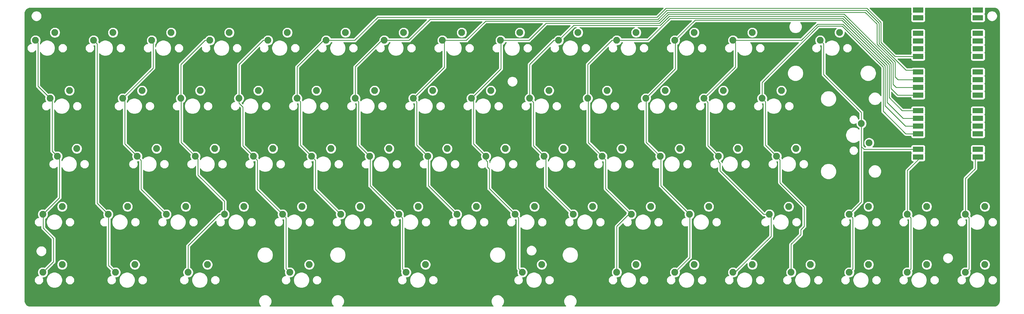
<source format=gbr>
G04 #@! TF.GenerationSoftware,KiCad,Pcbnew,(5.1.9)-1*
G04 #@! TF.CreationDate,2021-05-17T18:05:26+01:00*
G04 #@! TF.ProjectId,EnvKB65,456e764b-4236-4352-9e6b-696361645f70,rev?*
G04 #@! TF.SameCoordinates,Original*
G04 #@! TF.FileFunction,Copper,L1,Top*
G04 #@! TF.FilePolarity,Positive*
%FSLAX46Y46*%
G04 Gerber Fmt 4.6, Leading zero omitted, Abs format (unit mm)*
G04 Created by KiCad (PCBNEW (5.1.9)-1) date 2021-05-17 18:05:26*
%MOMM*%
%LPD*%
G01*
G04 APERTURE LIST*
G04 #@! TA.AperFunction,SMDPad,CuDef*
%ADD10R,3.500000X1.700000*%
G04 #@! TD*
G04 #@! TA.AperFunction,ComponentPad*
%ADD11O,1.700000X1.700000*%
G04 #@! TD*
G04 #@! TA.AperFunction,ComponentPad*
%ADD12R,1.700000X1.700000*%
G04 #@! TD*
G04 #@! TA.AperFunction,ComponentPad*
%ADD13C,2.250000*%
G04 #@! TD*
G04 #@! TA.AperFunction,Conductor*
%ADD14C,0.250000*%
G04 #@! TD*
G04 #@! TA.AperFunction,Conductor*
%ADD15C,0.254000*%
G04 #@! TD*
G04 #@! TA.AperFunction,Conductor*
%ADD16C,0.100000*%
G04 #@! TD*
G04 APERTURE END LIST*
D10*
X377570000Y-147280000D03*
X377570000Y-144740000D03*
X377570000Y-142200000D03*
X377570000Y-139660000D03*
X377570000Y-137120000D03*
X377570000Y-134580000D03*
X377570000Y-132040000D03*
X377570000Y-129500000D03*
X377570000Y-126960000D03*
X377570000Y-124420000D03*
X377570000Y-121880000D03*
X377570000Y-119340000D03*
X377570000Y-116800000D03*
X377570000Y-114260000D03*
X377570000Y-111720000D03*
X377570000Y-109180000D03*
X377570000Y-106640000D03*
X377570000Y-104100000D03*
X377570000Y-101560000D03*
X377570000Y-99020000D03*
X357990000Y-147280000D03*
X357990000Y-144740000D03*
X357990000Y-142200000D03*
X357990000Y-139660000D03*
X357990000Y-137120000D03*
X357990000Y-134580000D03*
X357990000Y-132040000D03*
X357990000Y-129500000D03*
X357990000Y-126960000D03*
X357990000Y-124420000D03*
X357990000Y-121880000D03*
X357990000Y-119340000D03*
X357990000Y-116800000D03*
X357990000Y-114260000D03*
X357990000Y-111720000D03*
X357990000Y-109180000D03*
X357990000Y-106640000D03*
X357990000Y-104100000D03*
X357990000Y-101560000D03*
X357990000Y-99020000D03*
D11*
X376670000Y-99020000D03*
X376670000Y-101560000D03*
D12*
X376670000Y-104100000D03*
D11*
X376670000Y-106640000D03*
X376670000Y-109180000D03*
X376670000Y-111720000D03*
X376670000Y-114260000D03*
D12*
X376670000Y-116800000D03*
D11*
X376670000Y-119340000D03*
X376670000Y-121880000D03*
X376670000Y-124420000D03*
X376670000Y-126960000D03*
D12*
X376670000Y-129500000D03*
D11*
X376670000Y-132040000D03*
X376670000Y-134580000D03*
X376670000Y-137120000D03*
X376670000Y-139660000D03*
D12*
X376670000Y-142200000D03*
D11*
X376670000Y-144740000D03*
X376670000Y-147280000D03*
X358890000Y-147280000D03*
X358890000Y-144740000D03*
D12*
X358890000Y-142200000D03*
D11*
X358890000Y-139660000D03*
X358890000Y-137120000D03*
X358890000Y-134580000D03*
X358890000Y-132040000D03*
D12*
X358890000Y-129500000D03*
D11*
X358890000Y-126960000D03*
X358890000Y-124420000D03*
X358890000Y-121880000D03*
X358890000Y-119340000D03*
D12*
X358890000Y-116800000D03*
D11*
X358890000Y-114260000D03*
X358890000Y-111720000D03*
X358890000Y-109180000D03*
X358890000Y-106640000D03*
D12*
X358890000Y-104100000D03*
D11*
X358890000Y-101560000D03*
X358890000Y-99020000D03*
D13*
X341914200Y-142624120D03*
X339374200Y-136274120D03*
X190142950Y-185169120D03*
X196492950Y-182629120D03*
X228242950Y-185169120D03*
X234592950Y-182629120D03*
X354449200Y-185169120D03*
X360799200Y-182629120D03*
X259199200Y-185169120D03*
X265549200Y-182629120D03*
X75874200Y-147069120D03*
X82224200Y-144529120D03*
X152042950Y-185169120D03*
X158392950Y-182629120D03*
X309224200Y-166119120D03*
X315574200Y-163579120D03*
X373499200Y-185169120D03*
X379849200Y-182629120D03*
X335399200Y-185169120D03*
X341749200Y-182629120D03*
X316349200Y-185169120D03*
X322699200Y-182629120D03*
X297299200Y-185169120D03*
X303649200Y-182629120D03*
X278249200Y-185169120D03*
X284599200Y-182629120D03*
X118705450Y-185169120D03*
X125055450Y-182629120D03*
X94892950Y-185169120D03*
X101242950Y-182629120D03*
X71080450Y-185169120D03*
X77430450Y-182629120D03*
X373499200Y-166119120D03*
X379849200Y-163579120D03*
X354449200Y-166119120D03*
X360799200Y-163579120D03*
X335399200Y-166119120D03*
X341749200Y-163579120D03*
X283011700Y-166119120D03*
X289361700Y-163579120D03*
X263961700Y-166119120D03*
X270311700Y-163579120D03*
X244911700Y-166119120D03*
X251261700Y-163579120D03*
X225861700Y-166119120D03*
X232211700Y-163579120D03*
X206811700Y-166119120D03*
X213161700Y-163579120D03*
X187761700Y-166119120D03*
X194111700Y-163579120D03*
X168711700Y-166119120D03*
X175061700Y-163579120D03*
X149661700Y-166119120D03*
X156011700Y-163579120D03*
X130611700Y-166119120D03*
X136961700Y-163579120D03*
X111561700Y-166119120D03*
X117911700Y-163579120D03*
X92511700Y-166119120D03*
X98861700Y-163579120D03*
X71080450Y-166119120D03*
X77430450Y-163579120D03*
X311586700Y-147069120D03*
X317936700Y-144529120D03*
X292536700Y-147069120D03*
X298886700Y-144529120D03*
X273486700Y-147069120D03*
X279836700Y-144529120D03*
X254436700Y-147069120D03*
X260786700Y-144529120D03*
X235386700Y-147069120D03*
X241736700Y-144529120D03*
X216336700Y-147069120D03*
X222686700Y-144529120D03*
X197286700Y-147069120D03*
X203636700Y-144529120D03*
X178236700Y-147069120D03*
X184586700Y-144529120D03*
X159186700Y-147069120D03*
X165536700Y-144529120D03*
X140136700Y-147069120D03*
X146486700Y-144529120D03*
X121086700Y-147069120D03*
X127436700Y-144529120D03*
X102036700Y-147069120D03*
X108386700Y-144529120D03*
X306824200Y-128019120D03*
X313174200Y-125479120D03*
X287774200Y-128019120D03*
X294124200Y-125479120D03*
X268724200Y-128019120D03*
X275074200Y-125479120D03*
X249674200Y-128019120D03*
X256024200Y-125479120D03*
X230624200Y-128019120D03*
X236974200Y-125479120D03*
X211574200Y-128019120D03*
X217924200Y-125479120D03*
X192524200Y-128019120D03*
X198874200Y-125479120D03*
X173474200Y-128019120D03*
X179824200Y-125479120D03*
X154424200Y-128019120D03*
X160774200Y-125479120D03*
X135374200Y-128019120D03*
X141724200Y-125479120D03*
X116324200Y-128019120D03*
X122674200Y-125479120D03*
X97274200Y-128019120D03*
X103624200Y-125479120D03*
X73461700Y-128019120D03*
X79811700Y-125479120D03*
X325874200Y-108969120D03*
X332224200Y-106429120D03*
X297299200Y-108969120D03*
X303649200Y-106429120D03*
X278249200Y-108969120D03*
X284599200Y-106429120D03*
X259199200Y-108969120D03*
X265549200Y-106429120D03*
X240149200Y-108969120D03*
X246499200Y-106429120D03*
X221099200Y-108969120D03*
X227449200Y-106429120D03*
X202049200Y-108969120D03*
X208399200Y-106429120D03*
X182999200Y-108969120D03*
X189349200Y-106429120D03*
X163949200Y-108969120D03*
X170299200Y-106429120D03*
X144899200Y-108969120D03*
X151249200Y-106429120D03*
X125849200Y-108969120D03*
X132199200Y-106429120D03*
X106799200Y-108969120D03*
X113149200Y-106429120D03*
X87749200Y-108969120D03*
X94099200Y-106429120D03*
X68699200Y-108969120D03*
X75049200Y-106429120D03*
D14*
X68699200Y-108969120D02*
X69475000Y-109744920D01*
X69475000Y-124032420D02*
X73461700Y-128019120D01*
X69475000Y-109744920D02*
X69475000Y-124032420D01*
X73461700Y-128019120D02*
X74150000Y-128707420D01*
X74150000Y-145344920D02*
X75874200Y-147069120D01*
X74150000Y-128707420D02*
X74150000Y-145344920D01*
X75874200Y-147069120D02*
X76550000Y-147744920D01*
X76550000Y-160649570D02*
X71080450Y-166119120D01*
X76550000Y-147744920D02*
X76550000Y-160649570D01*
X71080450Y-185169120D02*
X74600000Y-181649570D01*
X74600000Y-181649570D02*
X74600000Y-174000000D01*
X71210451Y-166249121D02*
X71080450Y-166119120D01*
X71210451Y-170610451D02*
X71210451Y-166249121D01*
X74600000Y-174000000D02*
X71210451Y-170610451D01*
X92641701Y-166249121D02*
X92511700Y-166119120D01*
X92641701Y-182917871D02*
X92641701Y-166249121D01*
X94892950Y-185169120D02*
X92641701Y-182917871D01*
X88874199Y-110094119D02*
X87749200Y-108969120D01*
X88874199Y-162481619D02*
X88874199Y-110094119D01*
X92511700Y-166119120D02*
X88874199Y-162481619D01*
X107250000Y-118043320D02*
X97274200Y-128019120D01*
X107250000Y-109419920D02*
X107250000Y-118043320D01*
X106799200Y-108969120D02*
X107250000Y-109419920D01*
X97975000Y-128719920D02*
X97274200Y-128019120D01*
X97975000Y-143007420D02*
X97975000Y-128719920D01*
X102036700Y-147069120D02*
X97975000Y-143007420D01*
X103327799Y-157885219D02*
X111561700Y-166119120D01*
X103327799Y-148360219D02*
X103327799Y-157885219D01*
X102036700Y-147069120D02*
X103327799Y-148360219D01*
X124258210Y-108969120D02*
X125849200Y-108969120D01*
X116324200Y-116903130D02*
X124258210Y-108969120D01*
X116324200Y-128019120D02*
X116324200Y-116903130D01*
X129020710Y-166119120D02*
X130611700Y-166119120D01*
X118705450Y-176434380D02*
X129020710Y-166119120D01*
X118705450Y-185169120D02*
X118705450Y-176434380D01*
X130611700Y-166119120D02*
X130611700Y-161861700D01*
X130611700Y-161861700D02*
X121950000Y-153200000D01*
X121950000Y-147932420D02*
X121086700Y-147069120D01*
X121950000Y-153200000D02*
X121950000Y-147932420D01*
X116454201Y-128149121D02*
X116324200Y-128019120D01*
X116454201Y-142436621D02*
X116454201Y-128149121D01*
X121086700Y-147069120D02*
X116454201Y-142436621D01*
X143308210Y-108969120D02*
X144899200Y-108969120D01*
X135374200Y-116903130D02*
X143308210Y-108969120D01*
X135374200Y-128019120D02*
X135374200Y-116903130D01*
X136665299Y-143597719D02*
X140136700Y-147069120D01*
X136665299Y-130901209D02*
X136665299Y-143597719D01*
X135374200Y-129610110D02*
X136665299Y-130901209D01*
X135374200Y-128019120D02*
X135374200Y-129610110D01*
X141427799Y-157885219D02*
X149661700Y-166119120D01*
X141427799Y-148360219D02*
X141427799Y-157885219D01*
X140136700Y-147069120D02*
X141427799Y-148360219D01*
X150786699Y-183912869D02*
X152042950Y-185169120D01*
X150786699Y-167244119D02*
X150786699Y-183912869D01*
X149661700Y-166119120D02*
X150786699Y-167244119D01*
X160477799Y-148360219D02*
X159186700Y-147069120D01*
X160477799Y-157885219D02*
X160477799Y-148360219D01*
X168711700Y-166119120D02*
X160477799Y-157885219D01*
X155549199Y-129144119D02*
X154424200Y-128019120D01*
X155549199Y-143431619D02*
X155549199Y-129144119D01*
X159186700Y-147069120D02*
X155549199Y-143431619D01*
X163147198Y-108969120D02*
X163949200Y-108969120D01*
X154424200Y-117692118D02*
X163147198Y-108969120D01*
X154424200Y-128019120D02*
X154424200Y-117692118D01*
X272403780Y-101399960D02*
X275353790Y-98449950D01*
X180900040Y-101399960D02*
X272403780Y-101399960D01*
X173330880Y-108969120D02*
X180900040Y-101399960D01*
X163949200Y-108969120D02*
X173330880Y-108969120D01*
X275353790Y-98449950D02*
X337649950Y-98449950D01*
X337649950Y-98449950D02*
X337850030Y-98449950D01*
X345800020Y-103061516D02*
X345800020Y-109646002D01*
X341188454Y-98449950D02*
X345800020Y-103061516D01*
X337649950Y-98449950D02*
X341188454Y-98449950D01*
X345800020Y-109646002D02*
X349552009Y-113397991D01*
X358880000Y-114250000D02*
X358890000Y-114260000D01*
X350404018Y-114250000D02*
X358880000Y-114250000D01*
X349552009Y-113397991D02*
X350404018Y-114250000D01*
X189017951Y-167375371D02*
X187761700Y-166119120D01*
X189017951Y-184044121D02*
X189017951Y-167375371D01*
X190142950Y-185169120D02*
X189017951Y-184044121D01*
X182197198Y-108969120D02*
X182999200Y-108969120D01*
X173474200Y-117692118D02*
X182197198Y-108969120D01*
X173474200Y-128019120D02*
X173474200Y-117692118D01*
X174599199Y-129144119D02*
X173474200Y-128019120D01*
X174599199Y-143431619D02*
X174599199Y-129144119D01*
X178236700Y-147069120D02*
X174599199Y-143431619D01*
X178366701Y-147199121D02*
X178236700Y-147069120D01*
X178366701Y-156724121D02*
X178366701Y-147199121D01*
X187761700Y-166119120D02*
X178366701Y-156724121D01*
X182999200Y-108969120D02*
X191130880Y-108969120D01*
X191130880Y-108969120D02*
X198050030Y-102049970D01*
X198050030Y-102049970D02*
X220349970Y-102049970D01*
X220349970Y-102049970D02*
X220550030Y-102049970D01*
X272673022Y-102049970D02*
X275623032Y-99099960D01*
X220349970Y-102049970D02*
X272673022Y-102049970D01*
X275623032Y-99099960D02*
X337900040Y-99099960D01*
X337900040Y-99099960D02*
X338150030Y-99099960D01*
X354014774Y-118780008D02*
X358330008Y-118780008D01*
X358330008Y-118780008D02*
X358890000Y-119340000D01*
X345150010Y-109915244D02*
X354014774Y-118780008D01*
X345150010Y-103330758D02*
X345150010Y-109915244D01*
X340919212Y-99099960D02*
X345150010Y-103330758D01*
X337900040Y-99099960D02*
X340919212Y-99099960D01*
X197416701Y-147199121D02*
X197286700Y-147069120D01*
X197416701Y-156724121D02*
X197416701Y-147199121D01*
X206811700Y-166119120D02*
X197416701Y-156724121D01*
X193649199Y-129144119D02*
X192524200Y-128019120D01*
X193649199Y-143431619D02*
X193649199Y-129144119D01*
X197286700Y-147069120D02*
X193649199Y-143431619D01*
X202049200Y-108969120D02*
X202700000Y-109619920D01*
X202700000Y-117843320D02*
X192524200Y-128019120D01*
X202700000Y-109619920D02*
X202700000Y-117843320D01*
X272942264Y-102699980D02*
X275892274Y-99749970D01*
X216200020Y-102699980D02*
X272942264Y-102699980D01*
X209930880Y-108969120D02*
X216200020Y-102699980D01*
X202049200Y-108969120D02*
X209930880Y-108969120D01*
X338250030Y-99749970D02*
X338349970Y-99749970D01*
X275892274Y-99749970D02*
X338250030Y-99749970D01*
X338719212Y-99749970D02*
X338250030Y-99749970D01*
X340649970Y-99749970D02*
X338719212Y-99749970D01*
X344500000Y-103600000D02*
X340649970Y-99749970D01*
X344500000Y-110184486D02*
X344500000Y-103600000D01*
X350400059Y-116084545D02*
X344500000Y-110184486D01*
X350400059Y-120919311D02*
X350400059Y-120549941D01*
X358890000Y-121880000D02*
X351360748Y-121880000D01*
X350400059Y-120549941D02*
X350400059Y-116084545D01*
X351360748Y-121880000D02*
X350400059Y-120919311D01*
X221229201Y-109099121D02*
X221099200Y-108969120D01*
X221229201Y-118364119D02*
X221229201Y-109099121D01*
X211574200Y-128019120D02*
X221229201Y-118364119D01*
X212250000Y-128694920D02*
X211574200Y-128019120D01*
X212250000Y-142982420D02*
X212250000Y-128694920D01*
X216336700Y-147069120D02*
X212250000Y-142982420D01*
X226986699Y-183912869D02*
X228242950Y-185169120D01*
X226986699Y-167244119D02*
X226986699Y-183912869D01*
X225861700Y-166119120D02*
X226986699Y-167244119D01*
X273211506Y-103349990D02*
X276161516Y-100399980D01*
X236050010Y-103349990D02*
X273211506Y-103349990D01*
X230430880Y-108969120D02*
X236050010Y-103349990D01*
X221099200Y-108969120D02*
X230430880Y-108969120D01*
X332500020Y-100399980D02*
X333796242Y-100399980D01*
X276161516Y-100399980D02*
X332500020Y-100399980D01*
X349298131Y-115901869D02*
X349750047Y-116353785D01*
X333796242Y-100399980D02*
X349298131Y-115901869D01*
X349298131Y-115901869D02*
X349750051Y-116353789D01*
X349750047Y-123369295D02*
X349750047Y-122999953D01*
X350800752Y-124420000D02*
X349750047Y-123369295D01*
X358890000Y-124420000D02*
X350800752Y-124420000D01*
X349750047Y-116353785D02*
X349750047Y-122999953D01*
X217400000Y-157657420D02*
X225861700Y-166119120D01*
X217400000Y-151200000D02*
X217400000Y-157657420D01*
X216800000Y-150600000D02*
X217400000Y-151200000D01*
X216800000Y-148800000D02*
X216800000Y-150600000D01*
X216336700Y-148336700D02*
X216800000Y-148800000D01*
X216336700Y-147069120D02*
X216336700Y-148336700D01*
X238558210Y-108969120D02*
X240149200Y-108969120D01*
X230624200Y-116903130D02*
X238558210Y-108969120D01*
X230624200Y-128019120D02*
X230624200Y-116903130D01*
X231915299Y-143597719D02*
X235386700Y-147069120D01*
X231915299Y-129310219D02*
X231915299Y-143597719D01*
X230624200Y-128019120D02*
X231915299Y-129310219D01*
X273480750Y-104000000D02*
X276430759Y-101049991D01*
X245118319Y-104000001D02*
X273480750Y-104000000D01*
X240149200Y-108969120D02*
X245118319Y-104000001D01*
X349100041Y-116623031D02*
X349100039Y-116623029D01*
X349100041Y-124800041D02*
X349100041Y-116623031D01*
X333527003Y-101049993D02*
X333150011Y-101049993D01*
X335038505Y-102561495D02*
X333527003Y-101049993D01*
X333150011Y-101049993D02*
X333150009Y-101049991D01*
X349100039Y-116623029D02*
X335038505Y-102561495D01*
X276430759Y-101049991D02*
X333150009Y-101049991D01*
X335038505Y-102561495D02*
X334827021Y-102350011D01*
X351260000Y-126960000D02*
X349100041Y-124800041D01*
X358890000Y-126960000D02*
X351260000Y-126960000D01*
X236000000Y-147682420D02*
X235386700Y-147069120D01*
X236000000Y-157207420D02*
X236000000Y-147682420D01*
X244911700Y-166119120D02*
X236000000Y-157207420D01*
X263159698Y-166119120D02*
X263961700Y-166119120D01*
X259199200Y-170079618D02*
X263159698Y-166119120D01*
X259199200Y-185169120D02*
X259199200Y-170079618D01*
X255561699Y-148194119D02*
X254436700Y-147069120D01*
X255561699Y-157719119D02*
X255561699Y-148194119D01*
X263961700Y-166119120D02*
X255561699Y-157719119D01*
X254436700Y-147069120D02*
X249875000Y-142507420D01*
X249875000Y-128219920D02*
X249674200Y-128019120D01*
X249875000Y-142507420D02*
X249875000Y-128219920D01*
X257608210Y-108969120D02*
X259199200Y-108969120D01*
X249674200Y-116903130D02*
X257608210Y-108969120D01*
X249674200Y-128019120D02*
X249674200Y-116903130D01*
X333257759Y-101700001D02*
X348450031Y-116892273D01*
X276699999Y-101700001D02*
X333257759Y-101700001D01*
X269430880Y-108969120D02*
X276699999Y-101700001D01*
X259199200Y-108969120D02*
X269430880Y-108969120D01*
X352740062Y-132040000D02*
X348450031Y-127749969D01*
X358890000Y-132040000D02*
X352740062Y-132040000D01*
X348450031Y-116892273D02*
X348450031Y-127749969D01*
X283141701Y-166249121D02*
X283011700Y-166119120D01*
X283141701Y-180276619D02*
X283141701Y-166249121D01*
X278249200Y-185169120D02*
X283141701Y-180276619D01*
X273616701Y-147199121D02*
X273486700Y-147069120D01*
X273616701Y-156724121D02*
X273616701Y-147199121D01*
X283011700Y-166119120D02*
X273616701Y-156724121D01*
X268854201Y-128149121D02*
X268724200Y-128019120D01*
X268854201Y-142436621D02*
X268854201Y-128149121D01*
X273486700Y-147069120D02*
X268854201Y-142436621D01*
X278379201Y-109099121D02*
X278249200Y-108969120D01*
X278379201Y-118364119D02*
X278379201Y-109099121D01*
X268724200Y-128019120D02*
X278379201Y-118364119D01*
X284868309Y-102350011D02*
X278249200Y-108969120D01*
X347800021Y-117161515D02*
X332988517Y-102350011D01*
X332988517Y-102350011D02*
X284868309Y-102350011D01*
X353080000Y-134580000D02*
X347800021Y-129300021D01*
X358890000Y-134580000D02*
X353080000Y-134580000D01*
X347800021Y-129300021D02*
X347800021Y-117161515D01*
X298075000Y-117718320D02*
X298075000Y-109744920D01*
X298075000Y-109744920D02*
X297299200Y-108969120D01*
X287774200Y-128019120D02*
X298075000Y-117718320D01*
X289065299Y-143597719D02*
X292536700Y-147069120D01*
X289065299Y-129310219D02*
X289065299Y-143597719D01*
X287774200Y-128019120D02*
X289065299Y-129310219D01*
X307344120Y-166119120D02*
X309224200Y-166119120D01*
X293025000Y-151800000D02*
X307344120Y-166119120D01*
X293025000Y-149295418D02*
X293025000Y-151800000D01*
X292536700Y-148807118D02*
X293025000Y-149295418D01*
X292536700Y-147069120D02*
X292536700Y-148807118D01*
X309224200Y-166119120D02*
X309775000Y-166669920D01*
X309775000Y-166669920D02*
X309775000Y-173325000D01*
X297930880Y-185169120D02*
X297299200Y-185169120D01*
X309775000Y-173325000D02*
X297930880Y-185169120D01*
X325030756Y-103649990D02*
X333369242Y-103649990D01*
X333369242Y-103649990D02*
X347150011Y-117430757D01*
X297299200Y-108969120D02*
X319711626Y-108969120D01*
X319711626Y-108969120D02*
X325030756Y-103649990D01*
X353820000Y-137120000D02*
X347150011Y-130450011D01*
X358890000Y-137120000D02*
X353820000Y-137120000D01*
X347150011Y-117430757D02*
X347150011Y-130450011D01*
X316349200Y-185169120D02*
X316349200Y-175925800D01*
X319514201Y-172760799D02*
X319514201Y-171160799D01*
X316349200Y-175925800D02*
X319514201Y-172760799D01*
X319514201Y-171160799D02*
X320650000Y-170025000D01*
X320650000Y-170025000D02*
X320650000Y-163675000D01*
X312711699Y-148194119D02*
X311586700Y-147069120D01*
X312711699Y-155736699D02*
X312711699Y-148194119D01*
X320650000Y-163675000D02*
X312711699Y-155736699D01*
X307949199Y-129144119D02*
X306824200Y-128019120D01*
X307949199Y-143431619D02*
X307949199Y-129144119D01*
X311586700Y-147069120D02*
X307949199Y-143431619D01*
X325300000Y-104300000D02*
X333100000Y-104300000D01*
X306824200Y-122775800D02*
X325300000Y-104300000D01*
X306824200Y-128019120D02*
X306824200Y-122775800D01*
X333100000Y-104300000D02*
X334900000Y-106100000D01*
X334900000Y-106100000D02*
X335100000Y-106300000D01*
X346500000Y-117700000D02*
X334900000Y-106100000D01*
X346500000Y-132250000D02*
X346500000Y-117700000D01*
X353910000Y-139660000D02*
X346500000Y-132250000D01*
X358890000Y-139660000D02*
X353910000Y-139660000D01*
X326999199Y-110094119D02*
X326999199Y-120224199D01*
X325874200Y-108969120D02*
X326999199Y-110094119D01*
X339374200Y-132599200D02*
X339374200Y-136274120D01*
X326999199Y-120224199D02*
X339374200Y-132599200D01*
X339374200Y-162144120D02*
X335399200Y-166119120D01*
X336524199Y-184044121D02*
X335399200Y-185169120D01*
X336524199Y-167244119D02*
X336524199Y-184044121D01*
X335399200Y-166119120D02*
X336524199Y-167244119D01*
X339374200Y-145274200D02*
X339374200Y-162144120D01*
X340240000Y-144740000D02*
X339374200Y-143874200D01*
X358890000Y-144740000D02*
X340240000Y-144740000D01*
X339374200Y-143874200D02*
X339374200Y-145274200D01*
X339374200Y-136274120D02*
X339374200Y-143874200D01*
X355574199Y-167244119D02*
X354449200Y-166119120D01*
X355574199Y-184044121D02*
X355574199Y-167244119D01*
X354449200Y-185169120D02*
X355574199Y-184044121D01*
X354449200Y-166119120D02*
X354579201Y-165989119D01*
X354449200Y-151720800D02*
X358890000Y-147280000D01*
X354449200Y-166119120D02*
X354449200Y-151720800D01*
X374624199Y-167244119D02*
X373499200Y-166119120D01*
X374624199Y-184044121D02*
X374624199Y-167244119D01*
X373499200Y-185169120D02*
X374624199Y-184044121D01*
X373499200Y-154320800D02*
X376670000Y-151150000D01*
X373499200Y-166119120D02*
X373499200Y-154320800D01*
X376670000Y-151150000D02*
X376670000Y-147280000D01*
D15*
X272088979Y-100639960D02*
X180937365Y-100639960D01*
X180900040Y-100636284D01*
X180862715Y-100639960D01*
X180862707Y-100639960D01*
X180751054Y-100650957D01*
X180607793Y-100694414D01*
X180475764Y-100764986D01*
X180360039Y-100859959D01*
X180336241Y-100888957D01*
X173016079Y-108209120D01*
X165539408Y-108209120D01*
X165508892Y-108135447D01*
X165316281Y-107847185D01*
X165071135Y-107602039D01*
X164782873Y-107409428D01*
X164462573Y-107276756D01*
X164122545Y-107209120D01*
X163775855Y-107209120D01*
X163435827Y-107276756D01*
X163115527Y-107409428D01*
X162827265Y-107602039D01*
X162582119Y-107847185D01*
X162389508Y-108135447D01*
X162256836Y-108455747D01*
X162189200Y-108795775D01*
X162189200Y-108852316D01*
X153913198Y-117128319D01*
X153884200Y-117152117D01*
X153860402Y-117181115D01*
X153860401Y-117181116D01*
X153789226Y-117267842D01*
X153718654Y-117399872D01*
X153675198Y-117543133D01*
X153660524Y-117692118D01*
X153664201Y-117729450D01*
X153664200Y-126428912D01*
X153590527Y-126459428D01*
X153302265Y-126652039D01*
X153057119Y-126897185D01*
X152864508Y-127185447D01*
X152731836Y-127505747D01*
X152664200Y-127845775D01*
X152664200Y-128192465D01*
X152731836Y-128532493D01*
X152864508Y-128852793D01*
X152996838Y-129050839D01*
X152713749Y-129107149D01*
X152438947Y-129220976D01*
X152191631Y-129386227D01*
X151981307Y-129596551D01*
X151816056Y-129843867D01*
X151702229Y-130118669D01*
X151644200Y-130410398D01*
X151644200Y-130707842D01*
X151702229Y-130999571D01*
X151816056Y-131274373D01*
X151981307Y-131521689D01*
X152191631Y-131732013D01*
X152438947Y-131897264D01*
X152713749Y-132011091D01*
X153005478Y-132069120D01*
X153302922Y-132069120D01*
X153594651Y-132011091D01*
X153869453Y-131897264D01*
X154116769Y-131732013D01*
X154327093Y-131521689D01*
X154492344Y-131274373D01*
X154606171Y-130999571D01*
X154664200Y-130707842D01*
X154664200Y-130410398D01*
X154606171Y-130118669D01*
X154492344Y-129843867D01*
X154449082Y-129779120D01*
X154597545Y-129779120D01*
X154789200Y-129740997D01*
X154789199Y-143394297D01*
X154785523Y-143431619D01*
X154789199Y-143468941D01*
X154789199Y-143468951D01*
X154800196Y-143580604D01*
X154835033Y-143695447D01*
X154843653Y-143723865D01*
X154914225Y-143855895D01*
X154929248Y-143874200D01*
X155009198Y-143971620D01*
X155038202Y-143995423D01*
X157524852Y-146482074D01*
X157494336Y-146555747D01*
X157426700Y-146895775D01*
X157426700Y-147242465D01*
X157494336Y-147582493D01*
X157627008Y-147902793D01*
X157759338Y-148100839D01*
X157476249Y-148157149D01*
X157201447Y-148270976D01*
X156954131Y-148436227D01*
X156743807Y-148646551D01*
X156578556Y-148893867D01*
X156464729Y-149168669D01*
X156406700Y-149460398D01*
X156406700Y-149757842D01*
X156464729Y-150049571D01*
X156578556Y-150324373D01*
X156743807Y-150571689D01*
X156954131Y-150782013D01*
X157201447Y-150947264D01*
X157476249Y-151061091D01*
X157767978Y-151119120D01*
X158065422Y-151119120D01*
X158357151Y-151061091D01*
X158631953Y-150947264D01*
X158879269Y-150782013D01*
X159089593Y-150571689D01*
X159254844Y-150324373D01*
X159368671Y-150049571D01*
X159426700Y-149757842D01*
X159426700Y-149460398D01*
X159368671Y-149168669D01*
X159254844Y-148893867D01*
X159211582Y-148829120D01*
X159360045Y-148829120D01*
X159700073Y-148761484D01*
X159717800Y-148754141D01*
X159717799Y-157847897D01*
X159714123Y-157885219D01*
X159717799Y-157922541D01*
X159717799Y-157922551D01*
X159728796Y-158034204D01*
X159761918Y-158143394D01*
X159772253Y-158177465D01*
X159842825Y-158309495D01*
X159879426Y-158354093D01*
X159937798Y-158425220D01*
X159966802Y-158449023D01*
X167049852Y-165532075D01*
X167019336Y-165605747D01*
X166951700Y-165945775D01*
X166951700Y-166292465D01*
X167019336Y-166632493D01*
X167152008Y-166952793D01*
X167284338Y-167150839D01*
X167001249Y-167207149D01*
X166726447Y-167320976D01*
X166479131Y-167486227D01*
X166268807Y-167696551D01*
X166103556Y-167943867D01*
X165989729Y-168218669D01*
X165931700Y-168510398D01*
X165931700Y-168807842D01*
X165989729Y-169099571D01*
X166103556Y-169374373D01*
X166268807Y-169621689D01*
X166479131Y-169832013D01*
X166726447Y-169997264D01*
X167001249Y-170111091D01*
X167292978Y-170169120D01*
X167590422Y-170169120D01*
X167882151Y-170111091D01*
X168156953Y-169997264D01*
X168404269Y-169832013D01*
X168614593Y-169621689D01*
X168779844Y-169374373D01*
X168893671Y-169099571D01*
X168951700Y-168807842D01*
X168951700Y-168510398D01*
X168929780Y-168400196D01*
X169892800Y-168400196D01*
X169892800Y-168918044D01*
X169993827Y-169425942D01*
X170191999Y-169904371D01*
X170479700Y-170334946D01*
X170845874Y-170701120D01*
X171276449Y-170988821D01*
X171754878Y-171186993D01*
X172262776Y-171288020D01*
X172780624Y-171288020D01*
X173288522Y-171186993D01*
X173766951Y-170988821D01*
X174197526Y-170701120D01*
X174563700Y-170334946D01*
X174851401Y-169904371D01*
X175049573Y-169425942D01*
X175150600Y-168918044D01*
X175150600Y-168510398D01*
X176091700Y-168510398D01*
X176091700Y-168807842D01*
X176149729Y-169099571D01*
X176263556Y-169374373D01*
X176428807Y-169621689D01*
X176639131Y-169832013D01*
X176886447Y-169997264D01*
X177161249Y-170111091D01*
X177452978Y-170169120D01*
X177750422Y-170169120D01*
X178042151Y-170111091D01*
X178316953Y-169997264D01*
X178564269Y-169832013D01*
X178774593Y-169621689D01*
X178939844Y-169374373D01*
X179053671Y-169099571D01*
X179111700Y-168807842D01*
X179111700Y-168510398D01*
X179053671Y-168218669D01*
X178939844Y-167943867D01*
X178774593Y-167696551D01*
X178564269Y-167486227D01*
X178316953Y-167320976D01*
X178042151Y-167207149D01*
X177750422Y-167149120D01*
X177452978Y-167149120D01*
X177161249Y-167207149D01*
X176886447Y-167320976D01*
X176639131Y-167486227D01*
X176428807Y-167696551D01*
X176263556Y-167943867D01*
X176149729Y-168218669D01*
X176091700Y-168510398D01*
X175150600Y-168510398D01*
X175150600Y-168400196D01*
X175049573Y-167892298D01*
X174851401Y-167413869D01*
X174563700Y-166983294D01*
X174197526Y-166617120D01*
X173766951Y-166329419D01*
X173288522Y-166131247D01*
X172780624Y-166030220D01*
X172262776Y-166030220D01*
X171754878Y-166131247D01*
X171276449Y-166329419D01*
X170845874Y-166617120D01*
X170479700Y-166983294D01*
X170191999Y-167413869D01*
X169993827Y-167892298D01*
X169892800Y-168400196D01*
X168929780Y-168400196D01*
X168893671Y-168218669D01*
X168779844Y-167943867D01*
X168736582Y-167879120D01*
X168885045Y-167879120D01*
X169225073Y-167811484D01*
X169545373Y-167678812D01*
X169833635Y-167486201D01*
X170078781Y-167241055D01*
X170271392Y-166952793D01*
X170404064Y-166632493D01*
X170471700Y-166292465D01*
X170471700Y-165945775D01*
X170404064Y-165605747D01*
X170271392Y-165285447D01*
X170078781Y-164997185D01*
X169833635Y-164752039D01*
X169545373Y-164559428D01*
X169225073Y-164426756D01*
X168885045Y-164359120D01*
X168538355Y-164359120D01*
X168198327Y-164426756D01*
X168124655Y-164457272D01*
X167073158Y-163405775D01*
X173301700Y-163405775D01*
X173301700Y-163752465D01*
X173369336Y-164092493D01*
X173502008Y-164412793D01*
X173694619Y-164701055D01*
X173939765Y-164946201D01*
X174228027Y-165138812D01*
X174548327Y-165271484D01*
X174888355Y-165339120D01*
X175235045Y-165339120D01*
X175575073Y-165271484D01*
X175895373Y-165138812D01*
X176183635Y-164946201D01*
X176428781Y-164701055D01*
X176621392Y-164412793D01*
X176754064Y-164092493D01*
X176821700Y-163752465D01*
X176821700Y-163405775D01*
X176754064Y-163065747D01*
X176621392Y-162745447D01*
X176428781Y-162457185D01*
X176183635Y-162212039D01*
X175895373Y-162019428D01*
X175575073Y-161886756D01*
X175235045Y-161819120D01*
X174888355Y-161819120D01*
X174548327Y-161886756D01*
X174228027Y-162019428D01*
X173939765Y-162212039D01*
X173694619Y-162457185D01*
X173502008Y-162745447D01*
X173369336Y-163065747D01*
X173301700Y-163405775D01*
X167073158Y-163405775D01*
X161237799Y-157570418D01*
X161237799Y-151568045D01*
X161320874Y-151651120D01*
X161751449Y-151938821D01*
X162229878Y-152136993D01*
X162737776Y-152238020D01*
X163255624Y-152238020D01*
X163763522Y-152136993D01*
X164241951Y-151938821D01*
X164672526Y-151651120D01*
X165038700Y-151284946D01*
X165326401Y-150854371D01*
X165524573Y-150375942D01*
X165625600Y-149868044D01*
X165625600Y-149460398D01*
X166566700Y-149460398D01*
X166566700Y-149757842D01*
X166624729Y-150049571D01*
X166738556Y-150324373D01*
X166903807Y-150571689D01*
X167114131Y-150782013D01*
X167361447Y-150947264D01*
X167636249Y-151061091D01*
X167927978Y-151119120D01*
X168225422Y-151119120D01*
X168517151Y-151061091D01*
X168791953Y-150947264D01*
X169039269Y-150782013D01*
X169249593Y-150571689D01*
X169414844Y-150324373D01*
X169528671Y-150049571D01*
X169586700Y-149757842D01*
X169586700Y-149460398D01*
X169528671Y-149168669D01*
X169414844Y-148893867D01*
X169249593Y-148646551D01*
X169039269Y-148436227D01*
X168791953Y-148270976D01*
X168517151Y-148157149D01*
X168225422Y-148099120D01*
X167927978Y-148099120D01*
X167636249Y-148157149D01*
X167361447Y-148270976D01*
X167114131Y-148436227D01*
X166903807Y-148646551D01*
X166738556Y-148893867D01*
X166624729Y-149168669D01*
X166566700Y-149460398D01*
X165625600Y-149460398D01*
X165625600Y-149350196D01*
X165524573Y-148842298D01*
X165326401Y-148363869D01*
X165038700Y-147933294D01*
X164672526Y-147567120D01*
X164241951Y-147279419D01*
X163763522Y-147081247D01*
X163255624Y-146980220D01*
X162737776Y-146980220D01*
X162229878Y-147081247D01*
X161751449Y-147279419D01*
X161320874Y-147567120D01*
X161040327Y-147847667D01*
X161017800Y-147820218D01*
X160988802Y-147796420D01*
X160848548Y-147656166D01*
X160879064Y-147582493D01*
X160946700Y-147242465D01*
X160946700Y-146895775D01*
X160879064Y-146555747D01*
X160746392Y-146235447D01*
X160553781Y-145947185D01*
X160308635Y-145702039D01*
X160020373Y-145509428D01*
X159700073Y-145376756D01*
X159360045Y-145309120D01*
X159013355Y-145309120D01*
X158673327Y-145376756D01*
X158599654Y-145407272D01*
X157548157Y-144355775D01*
X163776700Y-144355775D01*
X163776700Y-144702465D01*
X163844336Y-145042493D01*
X163977008Y-145362793D01*
X164169619Y-145651055D01*
X164414765Y-145896201D01*
X164703027Y-146088812D01*
X165023327Y-146221484D01*
X165363355Y-146289120D01*
X165710045Y-146289120D01*
X166050073Y-146221484D01*
X166370373Y-146088812D01*
X166658635Y-145896201D01*
X166903781Y-145651055D01*
X167096392Y-145362793D01*
X167229064Y-145042493D01*
X167296700Y-144702465D01*
X167296700Y-144355775D01*
X167229064Y-144015747D01*
X167096392Y-143695447D01*
X166903781Y-143407185D01*
X166658635Y-143162039D01*
X166370373Y-142969428D01*
X166050073Y-142836756D01*
X165710045Y-142769120D01*
X165363355Y-142769120D01*
X165023327Y-142836756D01*
X164703027Y-142969428D01*
X164414765Y-143162039D01*
X164169619Y-143407185D01*
X163977008Y-143695447D01*
X163844336Y-144015747D01*
X163776700Y-144355775D01*
X157548157Y-144355775D01*
X156309199Y-143116818D01*
X156309199Y-132351945D01*
X156558374Y-132601120D01*
X156988949Y-132888821D01*
X157467378Y-133086993D01*
X157975276Y-133188020D01*
X158493124Y-133188020D01*
X159001022Y-133086993D01*
X159479451Y-132888821D01*
X159910026Y-132601120D01*
X160276200Y-132234946D01*
X160563901Y-131804371D01*
X160762073Y-131325942D01*
X160863100Y-130818044D01*
X160863100Y-130410398D01*
X161804200Y-130410398D01*
X161804200Y-130707842D01*
X161862229Y-130999571D01*
X161976056Y-131274373D01*
X162141307Y-131521689D01*
X162351631Y-131732013D01*
X162598947Y-131897264D01*
X162873749Y-132011091D01*
X163165478Y-132069120D01*
X163462922Y-132069120D01*
X163754651Y-132011091D01*
X164029453Y-131897264D01*
X164276769Y-131732013D01*
X164487093Y-131521689D01*
X164652344Y-131274373D01*
X164766171Y-130999571D01*
X164824200Y-130707842D01*
X164824200Y-130410398D01*
X164766171Y-130118669D01*
X164652344Y-129843867D01*
X164487093Y-129596551D01*
X164276769Y-129386227D01*
X164029453Y-129220976D01*
X163754651Y-129107149D01*
X163462922Y-129049120D01*
X163165478Y-129049120D01*
X162873749Y-129107149D01*
X162598947Y-129220976D01*
X162351631Y-129386227D01*
X162141307Y-129596551D01*
X161976056Y-129843867D01*
X161862229Y-130118669D01*
X161804200Y-130410398D01*
X160863100Y-130410398D01*
X160863100Y-130300196D01*
X160762073Y-129792298D01*
X160563901Y-129313869D01*
X160276200Y-128883294D01*
X159910026Y-128517120D01*
X159479451Y-128229419D01*
X159001022Y-128031247D01*
X158493124Y-127930220D01*
X157975276Y-127930220D01*
X157467378Y-128031247D01*
X156988949Y-128229419D01*
X156558374Y-128517120D01*
X156243904Y-128831590D01*
X156184173Y-128719843D01*
X156089200Y-128604118D01*
X156087481Y-128602707D01*
X156116564Y-128532493D01*
X156184200Y-128192465D01*
X156184200Y-127845775D01*
X156116564Y-127505747D01*
X155983892Y-127185447D01*
X155791281Y-126897185D01*
X155546135Y-126652039D01*
X155257873Y-126459428D01*
X155184200Y-126428912D01*
X155184200Y-125305775D01*
X159014200Y-125305775D01*
X159014200Y-125652465D01*
X159081836Y-125992493D01*
X159214508Y-126312793D01*
X159407119Y-126601055D01*
X159652265Y-126846201D01*
X159940527Y-127038812D01*
X160260827Y-127171484D01*
X160600855Y-127239120D01*
X160947545Y-127239120D01*
X161287573Y-127171484D01*
X161607873Y-127038812D01*
X161896135Y-126846201D01*
X162141281Y-126601055D01*
X162333892Y-126312793D01*
X162466564Y-125992493D01*
X162534200Y-125652465D01*
X162534200Y-125305775D01*
X162466564Y-124965747D01*
X162333892Y-124645447D01*
X162141281Y-124357185D01*
X161896135Y-124112039D01*
X161607873Y-123919428D01*
X161287573Y-123786756D01*
X160947545Y-123719120D01*
X160600855Y-123719120D01*
X160260827Y-123786756D01*
X159940527Y-123919428D01*
X159652265Y-124112039D01*
X159407119Y-124357185D01*
X159214508Y-124645447D01*
X159081836Y-124965747D01*
X159014200Y-125305775D01*
X155184200Y-125305775D01*
X155184200Y-118006919D01*
X161231423Y-111959697D01*
X161341056Y-112224373D01*
X161506307Y-112471689D01*
X161716631Y-112682013D01*
X161963947Y-112847264D01*
X162238749Y-112961091D01*
X162530478Y-113019120D01*
X162827922Y-113019120D01*
X163119651Y-112961091D01*
X163394453Y-112847264D01*
X163641769Y-112682013D01*
X163852093Y-112471689D01*
X164017344Y-112224373D01*
X164131171Y-111949571D01*
X164189200Y-111657842D01*
X164189200Y-111360398D01*
X164131171Y-111068669D01*
X164017344Y-110793867D01*
X163974082Y-110729120D01*
X164122545Y-110729120D01*
X164462573Y-110661484D01*
X164782873Y-110528812D01*
X165071135Y-110336201D01*
X165316281Y-110091055D01*
X165508892Y-109802793D01*
X165539408Y-109729120D01*
X165821374Y-109729120D01*
X165717200Y-109833294D01*
X165429499Y-110263869D01*
X165231327Y-110742298D01*
X165130300Y-111250196D01*
X165130300Y-111768044D01*
X165231327Y-112275942D01*
X165429499Y-112754371D01*
X165717200Y-113184946D01*
X166083374Y-113551120D01*
X166513949Y-113838821D01*
X166992378Y-114036993D01*
X167500276Y-114138020D01*
X168018124Y-114138020D01*
X168526022Y-114036993D01*
X169004451Y-113838821D01*
X169435026Y-113551120D01*
X169801200Y-113184946D01*
X170088901Y-112754371D01*
X170287073Y-112275942D01*
X170388100Y-111768044D01*
X170388100Y-111360398D01*
X171329200Y-111360398D01*
X171329200Y-111657842D01*
X171387229Y-111949571D01*
X171501056Y-112224373D01*
X171666307Y-112471689D01*
X171876631Y-112682013D01*
X172123947Y-112847264D01*
X172398749Y-112961091D01*
X172690478Y-113019120D01*
X172987922Y-113019120D01*
X173279651Y-112961091D01*
X173554453Y-112847264D01*
X173801769Y-112682013D01*
X174012093Y-112471689D01*
X174177344Y-112224373D01*
X174291171Y-111949571D01*
X174349200Y-111657842D01*
X174349200Y-111360398D01*
X174291171Y-111068669D01*
X174177344Y-110793867D01*
X174012093Y-110546551D01*
X173801769Y-110336227D01*
X173554453Y-110170976D01*
X173279651Y-110057149D01*
X172987922Y-109999120D01*
X172690478Y-109999120D01*
X172398749Y-110057149D01*
X172123947Y-110170976D01*
X171876631Y-110336227D01*
X171666307Y-110546551D01*
X171501056Y-110793867D01*
X171387229Y-111068669D01*
X171329200Y-111360398D01*
X170388100Y-111360398D01*
X170388100Y-111250196D01*
X170287073Y-110742298D01*
X170088901Y-110263869D01*
X169801200Y-109833294D01*
X169697026Y-109729120D01*
X173293558Y-109729120D01*
X173330880Y-109732796D01*
X173368202Y-109729120D01*
X173368213Y-109729120D01*
X173479866Y-109718123D01*
X173623127Y-109674666D01*
X173755156Y-109604094D01*
X173870881Y-109509121D01*
X173894684Y-109480117D01*
X177119026Y-106255775D01*
X187589200Y-106255775D01*
X187589200Y-106602465D01*
X187656836Y-106942493D01*
X187789508Y-107262793D01*
X187982119Y-107551055D01*
X188227265Y-107796201D01*
X188515527Y-107988812D01*
X188835827Y-108121484D01*
X189175855Y-108189120D01*
X189522545Y-108189120D01*
X189862573Y-108121484D01*
X190182873Y-107988812D01*
X190471135Y-107796201D01*
X190716281Y-107551055D01*
X190908892Y-107262793D01*
X191041564Y-106942493D01*
X191109200Y-106602465D01*
X191109200Y-106255775D01*
X191041564Y-105915747D01*
X190908892Y-105595447D01*
X190716281Y-105307185D01*
X190471135Y-105062039D01*
X190182873Y-104869428D01*
X189862573Y-104736756D01*
X189522545Y-104669120D01*
X189175855Y-104669120D01*
X188835827Y-104736756D01*
X188515527Y-104869428D01*
X188227265Y-105062039D01*
X187982119Y-105307185D01*
X187789508Y-105595447D01*
X187656836Y-105915747D01*
X187589200Y-106255775D01*
X177119026Y-106255775D01*
X181214842Y-102159960D01*
X196865238Y-102159960D01*
X190816079Y-108209120D01*
X184589408Y-108209120D01*
X184558892Y-108135447D01*
X184366281Y-107847185D01*
X184121135Y-107602039D01*
X183832873Y-107409428D01*
X183512573Y-107276756D01*
X183172545Y-107209120D01*
X182825855Y-107209120D01*
X182485827Y-107276756D01*
X182165527Y-107409428D01*
X181877265Y-107602039D01*
X181632119Y-107847185D01*
X181439508Y-108135447D01*
X181306836Y-108455747D01*
X181239200Y-108795775D01*
X181239200Y-108852316D01*
X172963198Y-117128319D01*
X172934200Y-117152117D01*
X172910402Y-117181115D01*
X172910401Y-117181116D01*
X172839226Y-117267842D01*
X172768654Y-117399872D01*
X172725198Y-117543133D01*
X172710524Y-117692118D01*
X172714201Y-117729450D01*
X172714200Y-126428912D01*
X172640527Y-126459428D01*
X172352265Y-126652039D01*
X172107119Y-126897185D01*
X171914508Y-127185447D01*
X171781836Y-127505747D01*
X171714200Y-127845775D01*
X171714200Y-128192465D01*
X171781836Y-128532493D01*
X171914508Y-128852793D01*
X172046838Y-129050839D01*
X171763749Y-129107149D01*
X171488947Y-129220976D01*
X171241631Y-129386227D01*
X171031307Y-129596551D01*
X170866056Y-129843867D01*
X170752229Y-130118669D01*
X170694200Y-130410398D01*
X170694200Y-130707842D01*
X170752229Y-130999571D01*
X170866056Y-131274373D01*
X171031307Y-131521689D01*
X171241631Y-131732013D01*
X171488947Y-131897264D01*
X171763749Y-132011091D01*
X172055478Y-132069120D01*
X172352922Y-132069120D01*
X172644651Y-132011091D01*
X172919453Y-131897264D01*
X173166769Y-131732013D01*
X173377093Y-131521689D01*
X173542344Y-131274373D01*
X173656171Y-130999571D01*
X173714200Y-130707842D01*
X173714200Y-130410398D01*
X173656171Y-130118669D01*
X173542344Y-129843867D01*
X173499082Y-129779120D01*
X173647545Y-129779120D01*
X173839200Y-129740997D01*
X173839199Y-143394297D01*
X173835523Y-143431619D01*
X173839199Y-143468941D01*
X173839199Y-143468951D01*
X173850196Y-143580604D01*
X173885033Y-143695447D01*
X173893653Y-143723865D01*
X173964225Y-143855895D01*
X173979248Y-143874200D01*
X174059198Y-143971620D01*
X174088202Y-143995423D01*
X176574852Y-146482074D01*
X176544336Y-146555747D01*
X176476700Y-146895775D01*
X176476700Y-147242465D01*
X176544336Y-147582493D01*
X176677008Y-147902793D01*
X176809338Y-148100839D01*
X176526249Y-148157149D01*
X176251447Y-148270976D01*
X176004131Y-148436227D01*
X175793807Y-148646551D01*
X175628556Y-148893867D01*
X175514729Y-149168669D01*
X175456700Y-149460398D01*
X175456700Y-149757842D01*
X175514729Y-150049571D01*
X175628556Y-150324373D01*
X175793807Y-150571689D01*
X176004131Y-150782013D01*
X176251447Y-150947264D01*
X176526249Y-151061091D01*
X176817978Y-151119120D01*
X177115422Y-151119120D01*
X177407151Y-151061091D01*
X177606702Y-150978434D01*
X177606701Y-156686799D01*
X177603025Y-156724121D01*
X177606701Y-156761443D01*
X177606701Y-156761453D01*
X177617698Y-156873106D01*
X177660307Y-157013573D01*
X177661155Y-157016367D01*
X177731727Y-157148397D01*
X177757395Y-157179673D01*
X177826700Y-157264122D01*
X177855704Y-157287925D01*
X186099852Y-165532074D01*
X186069336Y-165605747D01*
X186001700Y-165945775D01*
X186001700Y-166292465D01*
X186069336Y-166632493D01*
X186202008Y-166952793D01*
X186334338Y-167150839D01*
X186051249Y-167207149D01*
X185776447Y-167320976D01*
X185529131Y-167486227D01*
X185318807Y-167696551D01*
X185153556Y-167943867D01*
X185039729Y-168218669D01*
X184981700Y-168510398D01*
X184981700Y-168807842D01*
X185039729Y-169099571D01*
X185153556Y-169374373D01*
X185318807Y-169621689D01*
X185529131Y-169832013D01*
X185776447Y-169997264D01*
X186051249Y-170111091D01*
X186342978Y-170169120D01*
X186640422Y-170169120D01*
X186932151Y-170111091D01*
X187206953Y-169997264D01*
X187454269Y-169832013D01*
X187664593Y-169621689D01*
X187829844Y-169374373D01*
X187943671Y-169099571D01*
X188001700Y-168807842D01*
X188001700Y-168510398D01*
X187943671Y-168218669D01*
X187829844Y-167943867D01*
X187786582Y-167879120D01*
X187935045Y-167879120D01*
X188257952Y-167814890D01*
X188257951Y-184006799D01*
X188254275Y-184044121D01*
X188257951Y-184081443D01*
X188257951Y-184081453D01*
X188268948Y-184193106D01*
X188307890Y-184321484D01*
X188312405Y-184336367D01*
X188382977Y-184468397D01*
X188422822Y-184516947D01*
X188477950Y-184584122D01*
X188479669Y-184585533D01*
X188450586Y-184655747D01*
X188382950Y-184995775D01*
X188382950Y-185342465D01*
X188450586Y-185682493D01*
X188583258Y-186002793D01*
X188715588Y-186200839D01*
X188432499Y-186257149D01*
X188157697Y-186370976D01*
X187910381Y-186536227D01*
X187700057Y-186746551D01*
X187534806Y-186993867D01*
X187420979Y-187268669D01*
X187362950Y-187560398D01*
X187362950Y-187857842D01*
X187420979Y-188149571D01*
X187534806Y-188424373D01*
X187700057Y-188671689D01*
X187910381Y-188882013D01*
X188157697Y-189047264D01*
X188432499Y-189161091D01*
X188724228Y-189219120D01*
X189021672Y-189219120D01*
X189313401Y-189161091D01*
X189588203Y-189047264D01*
X189835519Y-188882013D01*
X190045843Y-188671689D01*
X190211094Y-188424373D01*
X190324921Y-188149571D01*
X190382950Y-187857842D01*
X190382950Y-187560398D01*
X190361030Y-187450196D01*
X191324050Y-187450196D01*
X191324050Y-187968044D01*
X191425077Y-188475942D01*
X191623249Y-188954371D01*
X191910950Y-189384946D01*
X192277124Y-189751120D01*
X192707699Y-190038821D01*
X193186128Y-190236993D01*
X193694026Y-190338020D01*
X194211874Y-190338020D01*
X194719772Y-190236993D01*
X195198201Y-190038821D01*
X195628776Y-189751120D01*
X195994950Y-189384946D01*
X196282651Y-188954371D01*
X196480823Y-188475942D01*
X196581850Y-187968044D01*
X196581850Y-187560398D01*
X197522950Y-187560398D01*
X197522950Y-187857842D01*
X197580979Y-188149571D01*
X197694806Y-188424373D01*
X197860057Y-188671689D01*
X198070381Y-188882013D01*
X198317697Y-189047264D01*
X198592499Y-189161091D01*
X198884228Y-189219120D01*
X199181672Y-189219120D01*
X199473401Y-189161091D01*
X199748203Y-189047264D01*
X199995519Y-188882013D01*
X200205843Y-188671689D01*
X200371094Y-188424373D01*
X200484921Y-188149571D01*
X200542950Y-187857842D01*
X200542950Y-187560398D01*
X200484921Y-187268669D01*
X200371094Y-186993867D01*
X200205843Y-186746551D01*
X199995519Y-186536227D01*
X199748203Y-186370976D01*
X199473401Y-186257149D01*
X199181672Y-186199120D01*
X198884228Y-186199120D01*
X198592499Y-186257149D01*
X198317697Y-186370976D01*
X198070381Y-186536227D01*
X197860057Y-186746551D01*
X197694806Y-186993867D01*
X197580979Y-187268669D01*
X197522950Y-187560398D01*
X196581850Y-187560398D01*
X196581850Y-187450196D01*
X196480823Y-186942298D01*
X196282651Y-186463869D01*
X195994950Y-186033294D01*
X195628776Y-185667120D01*
X195198201Y-185379419D01*
X194719772Y-185181247D01*
X194211874Y-185080220D01*
X193694026Y-185080220D01*
X193186128Y-185181247D01*
X192707699Y-185379419D01*
X192277124Y-185667120D01*
X191910950Y-186033294D01*
X191623249Y-186463869D01*
X191425077Y-186942298D01*
X191324050Y-187450196D01*
X190361030Y-187450196D01*
X190324921Y-187268669D01*
X190211094Y-186993867D01*
X190167832Y-186929120D01*
X190316295Y-186929120D01*
X190656323Y-186861484D01*
X190976623Y-186728812D01*
X191264885Y-186536201D01*
X191510031Y-186291055D01*
X191702642Y-186002793D01*
X191835314Y-185682493D01*
X191902950Y-185342465D01*
X191902950Y-184995775D01*
X191835314Y-184655747D01*
X191702642Y-184335447D01*
X191510031Y-184047185D01*
X191264885Y-183802039D01*
X190976623Y-183609428D01*
X190656323Y-183476756D01*
X190316295Y-183409120D01*
X189969605Y-183409120D01*
X189777951Y-183447242D01*
X189777951Y-182455775D01*
X194732950Y-182455775D01*
X194732950Y-182802465D01*
X194800586Y-183142493D01*
X194933258Y-183462793D01*
X195125869Y-183751055D01*
X195371015Y-183996201D01*
X195659277Y-184188812D01*
X195979577Y-184321484D01*
X196319605Y-184389120D01*
X196666295Y-184389120D01*
X197006323Y-184321484D01*
X197326623Y-184188812D01*
X197614885Y-183996201D01*
X197860031Y-183751055D01*
X198052642Y-183462793D01*
X198185314Y-183142493D01*
X198252950Y-182802465D01*
X198252950Y-182455775D01*
X198185314Y-182115747D01*
X198052642Y-181795447D01*
X197860031Y-181507185D01*
X197614885Y-181262039D01*
X197326623Y-181069428D01*
X197006323Y-180936756D01*
X196666295Y-180869120D01*
X196319605Y-180869120D01*
X195979577Y-180936756D01*
X195659277Y-181069428D01*
X195371015Y-181262039D01*
X195125869Y-181507185D01*
X194933258Y-181795447D01*
X194800586Y-182115747D01*
X194732950Y-182455775D01*
X189777951Y-182455775D01*
X189777951Y-179195196D01*
X217517800Y-179195196D01*
X217517800Y-179713044D01*
X217618827Y-180220942D01*
X217816999Y-180699371D01*
X218104700Y-181129946D01*
X218470874Y-181496120D01*
X218901449Y-181783821D01*
X219379878Y-181981993D01*
X219887776Y-182083020D01*
X220405624Y-182083020D01*
X220913522Y-181981993D01*
X221391951Y-181783821D01*
X221822526Y-181496120D01*
X222188700Y-181129946D01*
X222476401Y-180699371D01*
X222674573Y-180220942D01*
X222775600Y-179713044D01*
X222775600Y-179195196D01*
X222674573Y-178687298D01*
X222476401Y-178208869D01*
X222188700Y-177778294D01*
X221822526Y-177412120D01*
X221391951Y-177124419D01*
X220913522Y-176926247D01*
X220405624Y-176825220D01*
X219887776Y-176825220D01*
X219379878Y-176926247D01*
X218901449Y-177124419D01*
X218470874Y-177412120D01*
X218104700Y-177778294D01*
X217816999Y-178208869D01*
X217618827Y-178687298D01*
X217517800Y-179195196D01*
X189777951Y-179195196D01*
X189777951Y-170583197D01*
X189895874Y-170701120D01*
X190326449Y-170988821D01*
X190804878Y-171186993D01*
X191312776Y-171288020D01*
X191830624Y-171288020D01*
X192338522Y-171186993D01*
X192816951Y-170988821D01*
X193247526Y-170701120D01*
X193613700Y-170334946D01*
X193901401Y-169904371D01*
X194099573Y-169425942D01*
X194200600Y-168918044D01*
X194200600Y-168510398D01*
X195141700Y-168510398D01*
X195141700Y-168807842D01*
X195199729Y-169099571D01*
X195313556Y-169374373D01*
X195478807Y-169621689D01*
X195689131Y-169832013D01*
X195936447Y-169997264D01*
X196211249Y-170111091D01*
X196502978Y-170169120D01*
X196800422Y-170169120D01*
X197092151Y-170111091D01*
X197366953Y-169997264D01*
X197614269Y-169832013D01*
X197824593Y-169621689D01*
X197989844Y-169374373D01*
X198103671Y-169099571D01*
X198161700Y-168807842D01*
X198161700Y-168510398D01*
X198103671Y-168218669D01*
X197989844Y-167943867D01*
X197824593Y-167696551D01*
X197614269Y-167486227D01*
X197366953Y-167320976D01*
X197092151Y-167207149D01*
X196800422Y-167149120D01*
X196502978Y-167149120D01*
X196211249Y-167207149D01*
X195936447Y-167320976D01*
X195689131Y-167486227D01*
X195478807Y-167696551D01*
X195313556Y-167943867D01*
X195199729Y-168218669D01*
X195141700Y-168510398D01*
X194200600Y-168510398D01*
X194200600Y-168400196D01*
X194099573Y-167892298D01*
X193901401Y-167413869D01*
X193613700Y-166983294D01*
X193247526Y-166617120D01*
X192816951Y-166329419D01*
X192338522Y-166131247D01*
X191830624Y-166030220D01*
X191312776Y-166030220D01*
X190804878Y-166131247D01*
X190326449Y-166329419D01*
X189895874Y-166617120D01*
X189611895Y-166901099D01*
X189557952Y-166835370D01*
X189528954Y-166811572D01*
X189423548Y-166706166D01*
X189454064Y-166632493D01*
X189521700Y-166292465D01*
X189521700Y-165945775D01*
X189454064Y-165605747D01*
X189321392Y-165285447D01*
X189128781Y-164997185D01*
X188883635Y-164752039D01*
X188595373Y-164559428D01*
X188275073Y-164426756D01*
X187935045Y-164359120D01*
X187588355Y-164359120D01*
X187248327Y-164426756D01*
X187174654Y-164457272D01*
X186123157Y-163405775D01*
X192351700Y-163405775D01*
X192351700Y-163752465D01*
X192419336Y-164092493D01*
X192552008Y-164412793D01*
X192744619Y-164701055D01*
X192989765Y-164946201D01*
X193278027Y-165138812D01*
X193598327Y-165271484D01*
X193938355Y-165339120D01*
X194285045Y-165339120D01*
X194625073Y-165271484D01*
X194945373Y-165138812D01*
X195233635Y-164946201D01*
X195478781Y-164701055D01*
X195671392Y-164412793D01*
X195804064Y-164092493D01*
X195871700Y-163752465D01*
X195871700Y-163405775D01*
X195804064Y-163065747D01*
X195671392Y-162745447D01*
X195478781Y-162457185D01*
X195233635Y-162212039D01*
X194945373Y-162019428D01*
X194625073Y-161886756D01*
X194285045Y-161819120D01*
X193938355Y-161819120D01*
X193598327Y-161886756D01*
X193278027Y-162019428D01*
X192989765Y-162212039D01*
X192744619Y-162457185D01*
X192552008Y-162745447D01*
X192419336Y-163065747D01*
X192351700Y-163405775D01*
X186123157Y-163405775D01*
X179126701Y-156409320D01*
X179126701Y-149350196D01*
X179417800Y-149350196D01*
X179417800Y-149868044D01*
X179518827Y-150375942D01*
X179716999Y-150854371D01*
X180004700Y-151284946D01*
X180370874Y-151651120D01*
X180801449Y-151938821D01*
X181279878Y-152136993D01*
X181787776Y-152238020D01*
X182305624Y-152238020D01*
X182813522Y-152136993D01*
X183291951Y-151938821D01*
X183722526Y-151651120D01*
X184088700Y-151284946D01*
X184376401Y-150854371D01*
X184574573Y-150375942D01*
X184675600Y-149868044D01*
X184675600Y-149460398D01*
X185616700Y-149460398D01*
X185616700Y-149757842D01*
X185674729Y-150049571D01*
X185788556Y-150324373D01*
X185953807Y-150571689D01*
X186164131Y-150782013D01*
X186411447Y-150947264D01*
X186686249Y-151061091D01*
X186977978Y-151119120D01*
X187275422Y-151119120D01*
X187567151Y-151061091D01*
X187841953Y-150947264D01*
X188089269Y-150782013D01*
X188299593Y-150571689D01*
X188464844Y-150324373D01*
X188578671Y-150049571D01*
X188636700Y-149757842D01*
X188636700Y-149460398D01*
X188578671Y-149168669D01*
X188464844Y-148893867D01*
X188299593Y-148646551D01*
X188089269Y-148436227D01*
X187841953Y-148270976D01*
X187567151Y-148157149D01*
X187275422Y-148099120D01*
X186977978Y-148099120D01*
X186686249Y-148157149D01*
X186411447Y-148270976D01*
X186164131Y-148436227D01*
X185953807Y-148646551D01*
X185788556Y-148893867D01*
X185674729Y-149168669D01*
X185616700Y-149460398D01*
X184675600Y-149460398D01*
X184675600Y-149350196D01*
X184574573Y-148842298D01*
X184376401Y-148363869D01*
X184088700Y-147933294D01*
X183722526Y-147567120D01*
X183291951Y-147279419D01*
X182813522Y-147081247D01*
X182305624Y-146980220D01*
X181787776Y-146980220D01*
X181279878Y-147081247D01*
X180801449Y-147279419D01*
X180370874Y-147567120D01*
X180004700Y-147933294D01*
X179716999Y-148363869D01*
X179518827Y-148842298D01*
X179417800Y-149350196D01*
X179126701Y-149350196D01*
X179126701Y-148591175D01*
X179358635Y-148436201D01*
X179603781Y-148191055D01*
X179796392Y-147902793D01*
X179929064Y-147582493D01*
X179996700Y-147242465D01*
X179996700Y-146895775D01*
X179929064Y-146555747D01*
X179796392Y-146235447D01*
X179603781Y-145947185D01*
X179358635Y-145702039D01*
X179070373Y-145509428D01*
X178750073Y-145376756D01*
X178410045Y-145309120D01*
X178063355Y-145309120D01*
X177723327Y-145376756D01*
X177649654Y-145407272D01*
X176598157Y-144355775D01*
X182826700Y-144355775D01*
X182826700Y-144702465D01*
X182894336Y-145042493D01*
X183027008Y-145362793D01*
X183219619Y-145651055D01*
X183464765Y-145896201D01*
X183753027Y-146088812D01*
X184073327Y-146221484D01*
X184413355Y-146289120D01*
X184760045Y-146289120D01*
X185100073Y-146221484D01*
X185420373Y-146088812D01*
X185708635Y-145896201D01*
X185953781Y-145651055D01*
X186146392Y-145362793D01*
X186279064Y-145042493D01*
X186346700Y-144702465D01*
X186346700Y-144355775D01*
X186279064Y-144015747D01*
X186146392Y-143695447D01*
X185953781Y-143407185D01*
X185708635Y-143162039D01*
X185420373Y-142969428D01*
X185100073Y-142836756D01*
X184760045Y-142769120D01*
X184413355Y-142769120D01*
X184073327Y-142836756D01*
X183753027Y-142969428D01*
X183464765Y-143162039D01*
X183219619Y-143407185D01*
X183027008Y-143695447D01*
X182894336Y-144015747D01*
X182826700Y-144355775D01*
X176598157Y-144355775D01*
X175359199Y-143116818D01*
X175359199Y-132351945D01*
X175608374Y-132601120D01*
X176038949Y-132888821D01*
X176517378Y-133086993D01*
X177025276Y-133188020D01*
X177543124Y-133188020D01*
X178051022Y-133086993D01*
X178529451Y-132888821D01*
X178960026Y-132601120D01*
X179326200Y-132234946D01*
X179613901Y-131804371D01*
X179812073Y-131325942D01*
X179913100Y-130818044D01*
X179913100Y-130410398D01*
X180854200Y-130410398D01*
X180854200Y-130707842D01*
X180912229Y-130999571D01*
X181026056Y-131274373D01*
X181191307Y-131521689D01*
X181401631Y-131732013D01*
X181648947Y-131897264D01*
X181923749Y-132011091D01*
X182215478Y-132069120D01*
X182512922Y-132069120D01*
X182804651Y-132011091D01*
X183079453Y-131897264D01*
X183326769Y-131732013D01*
X183537093Y-131521689D01*
X183702344Y-131274373D01*
X183816171Y-130999571D01*
X183874200Y-130707842D01*
X183874200Y-130410398D01*
X183816171Y-130118669D01*
X183702344Y-129843867D01*
X183537093Y-129596551D01*
X183326769Y-129386227D01*
X183079453Y-129220976D01*
X182804651Y-129107149D01*
X182512922Y-129049120D01*
X182215478Y-129049120D01*
X181923749Y-129107149D01*
X181648947Y-129220976D01*
X181401631Y-129386227D01*
X181191307Y-129596551D01*
X181026056Y-129843867D01*
X180912229Y-130118669D01*
X180854200Y-130410398D01*
X179913100Y-130410398D01*
X179913100Y-130300196D01*
X179812073Y-129792298D01*
X179613901Y-129313869D01*
X179326200Y-128883294D01*
X178960026Y-128517120D01*
X178529451Y-128229419D01*
X178051022Y-128031247D01*
X177543124Y-127930220D01*
X177025276Y-127930220D01*
X176517378Y-128031247D01*
X176038949Y-128229419D01*
X175608374Y-128517120D01*
X175293904Y-128831590D01*
X175234173Y-128719843D01*
X175139200Y-128604118D01*
X175137481Y-128602707D01*
X175166564Y-128532493D01*
X175234200Y-128192465D01*
X175234200Y-127845775D01*
X175166564Y-127505747D01*
X175033892Y-127185447D01*
X174841281Y-126897185D01*
X174596135Y-126652039D01*
X174307873Y-126459428D01*
X174234200Y-126428912D01*
X174234200Y-125305775D01*
X178064200Y-125305775D01*
X178064200Y-125652465D01*
X178131836Y-125992493D01*
X178264508Y-126312793D01*
X178457119Y-126601055D01*
X178702265Y-126846201D01*
X178990527Y-127038812D01*
X179310827Y-127171484D01*
X179650855Y-127239120D01*
X179997545Y-127239120D01*
X180337573Y-127171484D01*
X180657873Y-127038812D01*
X180946135Y-126846201D01*
X181191281Y-126601055D01*
X181383892Y-126312793D01*
X181516564Y-125992493D01*
X181584200Y-125652465D01*
X181584200Y-125305775D01*
X181516564Y-124965747D01*
X181383892Y-124645447D01*
X181191281Y-124357185D01*
X180946135Y-124112039D01*
X180657873Y-123919428D01*
X180337573Y-123786756D01*
X179997545Y-123719120D01*
X179650855Y-123719120D01*
X179310827Y-123786756D01*
X178990527Y-123919428D01*
X178702265Y-124112039D01*
X178457119Y-124357185D01*
X178264508Y-124645447D01*
X178131836Y-124965747D01*
X178064200Y-125305775D01*
X174234200Y-125305775D01*
X174234200Y-118006919D01*
X180281423Y-111959697D01*
X180391056Y-112224373D01*
X180556307Y-112471689D01*
X180766631Y-112682013D01*
X181013947Y-112847264D01*
X181288749Y-112961091D01*
X181580478Y-113019120D01*
X181877922Y-113019120D01*
X182169651Y-112961091D01*
X182444453Y-112847264D01*
X182691769Y-112682013D01*
X182902093Y-112471689D01*
X183067344Y-112224373D01*
X183181171Y-111949571D01*
X183239200Y-111657842D01*
X183239200Y-111360398D01*
X183181171Y-111068669D01*
X183067344Y-110793867D01*
X183024082Y-110729120D01*
X183172545Y-110729120D01*
X183512573Y-110661484D01*
X183832873Y-110528812D01*
X184121135Y-110336201D01*
X184366281Y-110091055D01*
X184558892Y-109802793D01*
X184589408Y-109729120D01*
X184871374Y-109729120D01*
X184767200Y-109833294D01*
X184479499Y-110263869D01*
X184281327Y-110742298D01*
X184180300Y-111250196D01*
X184180300Y-111768044D01*
X184281327Y-112275942D01*
X184479499Y-112754371D01*
X184767200Y-113184946D01*
X185133374Y-113551120D01*
X185563949Y-113838821D01*
X186042378Y-114036993D01*
X186550276Y-114138020D01*
X187068124Y-114138020D01*
X187576022Y-114036993D01*
X188054451Y-113838821D01*
X188485026Y-113551120D01*
X188851200Y-113184946D01*
X189138901Y-112754371D01*
X189337073Y-112275942D01*
X189438100Y-111768044D01*
X189438100Y-111360398D01*
X190379200Y-111360398D01*
X190379200Y-111657842D01*
X190437229Y-111949571D01*
X190551056Y-112224373D01*
X190716307Y-112471689D01*
X190926631Y-112682013D01*
X191173947Y-112847264D01*
X191448749Y-112961091D01*
X191740478Y-113019120D01*
X192037922Y-113019120D01*
X192329651Y-112961091D01*
X192604453Y-112847264D01*
X192851769Y-112682013D01*
X193062093Y-112471689D01*
X193227344Y-112224373D01*
X193341171Y-111949571D01*
X193399200Y-111657842D01*
X193399200Y-111360398D01*
X193341171Y-111068669D01*
X193227344Y-110793867D01*
X193062093Y-110546551D01*
X192851769Y-110336227D01*
X192604453Y-110170976D01*
X192329651Y-110057149D01*
X192037922Y-109999120D01*
X191740478Y-109999120D01*
X191448749Y-110057149D01*
X191173947Y-110170976D01*
X190926631Y-110336227D01*
X190716307Y-110546551D01*
X190551056Y-110793867D01*
X190437229Y-111068669D01*
X190379200Y-111360398D01*
X189438100Y-111360398D01*
X189438100Y-111250196D01*
X189337073Y-110742298D01*
X189138901Y-110263869D01*
X188851200Y-109833294D01*
X188747026Y-109729120D01*
X191093558Y-109729120D01*
X191130880Y-109732796D01*
X191168202Y-109729120D01*
X191168213Y-109729120D01*
X191279866Y-109718123D01*
X191423127Y-109674666D01*
X191555156Y-109604094D01*
X191670881Y-109509121D01*
X191694684Y-109480117D01*
X194919026Y-106255775D01*
X206639200Y-106255775D01*
X206639200Y-106602465D01*
X206706836Y-106942493D01*
X206839508Y-107262793D01*
X207032119Y-107551055D01*
X207277265Y-107796201D01*
X207565527Y-107988812D01*
X207885827Y-108121484D01*
X208225855Y-108189120D01*
X208572545Y-108189120D01*
X208912573Y-108121484D01*
X209232873Y-107988812D01*
X209521135Y-107796201D01*
X209766281Y-107551055D01*
X209958892Y-107262793D01*
X210091564Y-106942493D01*
X210159200Y-106602465D01*
X210159200Y-106255775D01*
X210091564Y-105915747D01*
X209958892Y-105595447D01*
X209766281Y-105307185D01*
X209521135Y-105062039D01*
X209232873Y-104869428D01*
X208912573Y-104736756D01*
X208572545Y-104669120D01*
X208225855Y-104669120D01*
X207885827Y-104736756D01*
X207565527Y-104869428D01*
X207277265Y-105062039D01*
X207032119Y-105307185D01*
X206839508Y-105595447D01*
X206706836Y-105915747D01*
X206639200Y-106255775D01*
X194919026Y-106255775D01*
X198364832Y-102809970D01*
X215015228Y-102809970D01*
X209616079Y-108209120D01*
X203639408Y-108209120D01*
X203608892Y-108135447D01*
X203416281Y-107847185D01*
X203171135Y-107602039D01*
X202882873Y-107409428D01*
X202562573Y-107276756D01*
X202222545Y-107209120D01*
X201875855Y-107209120D01*
X201535827Y-107276756D01*
X201215527Y-107409428D01*
X200927265Y-107602039D01*
X200682119Y-107847185D01*
X200489508Y-108135447D01*
X200356836Y-108455747D01*
X200289200Y-108795775D01*
X200289200Y-109142465D01*
X200356836Y-109482493D01*
X200489508Y-109802793D01*
X200621838Y-110000839D01*
X200338749Y-110057149D01*
X200063947Y-110170976D01*
X199816631Y-110336227D01*
X199606307Y-110546551D01*
X199441056Y-110793867D01*
X199327229Y-111068669D01*
X199269200Y-111360398D01*
X199269200Y-111657842D01*
X199327229Y-111949571D01*
X199441056Y-112224373D01*
X199606307Y-112471689D01*
X199816631Y-112682013D01*
X200063947Y-112847264D01*
X200338749Y-112961091D01*
X200630478Y-113019120D01*
X200927922Y-113019120D01*
X201219651Y-112961091D01*
X201494453Y-112847264D01*
X201741769Y-112682013D01*
X201940000Y-112483782D01*
X201940001Y-117528517D01*
X193111246Y-126357272D01*
X193037573Y-126326756D01*
X192697545Y-126259120D01*
X192350855Y-126259120D01*
X192010827Y-126326756D01*
X191690527Y-126459428D01*
X191402265Y-126652039D01*
X191157119Y-126897185D01*
X190964508Y-127185447D01*
X190831836Y-127505747D01*
X190764200Y-127845775D01*
X190764200Y-128192465D01*
X190831836Y-128532493D01*
X190964508Y-128852793D01*
X191096838Y-129050839D01*
X190813749Y-129107149D01*
X190538947Y-129220976D01*
X190291631Y-129386227D01*
X190081307Y-129596551D01*
X189916056Y-129843867D01*
X189802229Y-130118669D01*
X189744200Y-130410398D01*
X189744200Y-130707842D01*
X189802229Y-130999571D01*
X189916056Y-131274373D01*
X190081307Y-131521689D01*
X190291631Y-131732013D01*
X190538947Y-131897264D01*
X190813749Y-132011091D01*
X191105478Y-132069120D01*
X191402922Y-132069120D01*
X191694651Y-132011091D01*
X191969453Y-131897264D01*
X192216769Y-131732013D01*
X192427093Y-131521689D01*
X192592344Y-131274373D01*
X192706171Y-130999571D01*
X192764200Y-130707842D01*
X192764200Y-130410398D01*
X192706171Y-130118669D01*
X192592344Y-129843867D01*
X192549082Y-129779120D01*
X192697545Y-129779120D01*
X192889200Y-129740997D01*
X192889199Y-143394297D01*
X192885523Y-143431619D01*
X192889199Y-143468941D01*
X192889199Y-143468951D01*
X192900196Y-143580604D01*
X192935033Y-143695447D01*
X192943653Y-143723865D01*
X193014225Y-143855895D01*
X193029248Y-143874200D01*
X193109198Y-143971620D01*
X193138202Y-143995423D01*
X195624852Y-146482074D01*
X195594336Y-146555747D01*
X195526700Y-146895775D01*
X195526700Y-147242465D01*
X195594336Y-147582493D01*
X195727008Y-147902793D01*
X195859338Y-148100839D01*
X195576249Y-148157149D01*
X195301447Y-148270976D01*
X195054131Y-148436227D01*
X194843807Y-148646551D01*
X194678556Y-148893867D01*
X194564729Y-149168669D01*
X194506700Y-149460398D01*
X194506700Y-149757842D01*
X194564729Y-150049571D01*
X194678556Y-150324373D01*
X194843807Y-150571689D01*
X195054131Y-150782013D01*
X195301447Y-150947264D01*
X195576249Y-151061091D01*
X195867978Y-151119120D01*
X196165422Y-151119120D01*
X196457151Y-151061091D01*
X196656702Y-150978434D01*
X196656701Y-156686799D01*
X196653025Y-156724121D01*
X196656701Y-156761443D01*
X196656701Y-156761453D01*
X196667698Y-156873106D01*
X196710307Y-157013573D01*
X196711155Y-157016367D01*
X196781727Y-157148397D01*
X196807395Y-157179673D01*
X196876700Y-157264122D01*
X196905704Y-157287925D01*
X205149852Y-165532074D01*
X205119336Y-165605747D01*
X205051700Y-165945775D01*
X205051700Y-166292465D01*
X205119336Y-166632493D01*
X205252008Y-166952793D01*
X205384338Y-167150839D01*
X205101249Y-167207149D01*
X204826447Y-167320976D01*
X204579131Y-167486227D01*
X204368807Y-167696551D01*
X204203556Y-167943867D01*
X204089729Y-168218669D01*
X204031700Y-168510398D01*
X204031700Y-168807842D01*
X204089729Y-169099571D01*
X204203556Y-169374373D01*
X204368807Y-169621689D01*
X204579131Y-169832013D01*
X204826447Y-169997264D01*
X205101249Y-170111091D01*
X205392978Y-170169120D01*
X205690422Y-170169120D01*
X205982151Y-170111091D01*
X206256953Y-169997264D01*
X206504269Y-169832013D01*
X206714593Y-169621689D01*
X206879844Y-169374373D01*
X206993671Y-169099571D01*
X207051700Y-168807842D01*
X207051700Y-168510398D01*
X207029780Y-168400196D01*
X207992800Y-168400196D01*
X207992800Y-168918044D01*
X208093827Y-169425942D01*
X208291999Y-169904371D01*
X208579700Y-170334946D01*
X208945874Y-170701120D01*
X209376449Y-170988821D01*
X209854878Y-171186993D01*
X210362776Y-171288020D01*
X210880624Y-171288020D01*
X211388522Y-171186993D01*
X211866951Y-170988821D01*
X212297526Y-170701120D01*
X212663700Y-170334946D01*
X212951401Y-169904371D01*
X213149573Y-169425942D01*
X213250600Y-168918044D01*
X213250600Y-168510398D01*
X214191700Y-168510398D01*
X214191700Y-168807842D01*
X214249729Y-169099571D01*
X214363556Y-169374373D01*
X214528807Y-169621689D01*
X214739131Y-169832013D01*
X214986447Y-169997264D01*
X215261249Y-170111091D01*
X215552978Y-170169120D01*
X215850422Y-170169120D01*
X216142151Y-170111091D01*
X216416953Y-169997264D01*
X216664269Y-169832013D01*
X216874593Y-169621689D01*
X217039844Y-169374373D01*
X217153671Y-169099571D01*
X217211700Y-168807842D01*
X217211700Y-168510398D01*
X217153671Y-168218669D01*
X217039844Y-167943867D01*
X216874593Y-167696551D01*
X216664269Y-167486227D01*
X216416953Y-167320976D01*
X216142151Y-167207149D01*
X215850422Y-167149120D01*
X215552978Y-167149120D01*
X215261249Y-167207149D01*
X214986447Y-167320976D01*
X214739131Y-167486227D01*
X214528807Y-167696551D01*
X214363556Y-167943867D01*
X214249729Y-168218669D01*
X214191700Y-168510398D01*
X213250600Y-168510398D01*
X213250600Y-168400196D01*
X213149573Y-167892298D01*
X212951401Y-167413869D01*
X212663700Y-166983294D01*
X212297526Y-166617120D01*
X211866951Y-166329419D01*
X211388522Y-166131247D01*
X210880624Y-166030220D01*
X210362776Y-166030220D01*
X209854878Y-166131247D01*
X209376449Y-166329419D01*
X208945874Y-166617120D01*
X208579700Y-166983294D01*
X208291999Y-167413869D01*
X208093827Y-167892298D01*
X207992800Y-168400196D01*
X207029780Y-168400196D01*
X206993671Y-168218669D01*
X206879844Y-167943867D01*
X206836582Y-167879120D01*
X206985045Y-167879120D01*
X207325073Y-167811484D01*
X207645373Y-167678812D01*
X207933635Y-167486201D01*
X208178781Y-167241055D01*
X208371392Y-166952793D01*
X208504064Y-166632493D01*
X208571700Y-166292465D01*
X208571700Y-165945775D01*
X208504064Y-165605747D01*
X208371392Y-165285447D01*
X208178781Y-164997185D01*
X207933635Y-164752039D01*
X207645373Y-164559428D01*
X207325073Y-164426756D01*
X206985045Y-164359120D01*
X206638355Y-164359120D01*
X206298327Y-164426756D01*
X206224654Y-164457272D01*
X205173157Y-163405775D01*
X211401700Y-163405775D01*
X211401700Y-163752465D01*
X211469336Y-164092493D01*
X211602008Y-164412793D01*
X211794619Y-164701055D01*
X212039765Y-164946201D01*
X212328027Y-165138812D01*
X212648327Y-165271484D01*
X212988355Y-165339120D01*
X213335045Y-165339120D01*
X213675073Y-165271484D01*
X213995373Y-165138812D01*
X214283635Y-164946201D01*
X214528781Y-164701055D01*
X214721392Y-164412793D01*
X214854064Y-164092493D01*
X214921700Y-163752465D01*
X214921700Y-163405775D01*
X214854064Y-163065747D01*
X214721392Y-162745447D01*
X214528781Y-162457185D01*
X214283635Y-162212039D01*
X213995373Y-162019428D01*
X213675073Y-161886756D01*
X213335045Y-161819120D01*
X212988355Y-161819120D01*
X212648327Y-161886756D01*
X212328027Y-162019428D01*
X212039765Y-162212039D01*
X211794619Y-162457185D01*
X211602008Y-162745447D01*
X211469336Y-163065747D01*
X211401700Y-163405775D01*
X205173157Y-163405775D01*
X198176701Y-156409320D01*
X198176701Y-149350196D01*
X198467800Y-149350196D01*
X198467800Y-149868044D01*
X198568827Y-150375942D01*
X198766999Y-150854371D01*
X199054700Y-151284946D01*
X199420874Y-151651120D01*
X199851449Y-151938821D01*
X200329878Y-152136993D01*
X200837776Y-152238020D01*
X201355624Y-152238020D01*
X201863522Y-152136993D01*
X202341951Y-151938821D01*
X202772526Y-151651120D01*
X203138700Y-151284946D01*
X203426401Y-150854371D01*
X203624573Y-150375942D01*
X203725600Y-149868044D01*
X203725600Y-149460398D01*
X204666700Y-149460398D01*
X204666700Y-149757842D01*
X204724729Y-150049571D01*
X204838556Y-150324373D01*
X205003807Y-150571689D01*
X205214131Y-150782013D01*
X205461447Y-150947264D01*
X205736249Y-151061091D01*
X206027978Y-151119120D01*
X206325422Y-151119120D01*
X206617151Y-151061091D01*
X206891953Y-150947264D01*
X207139269Y-150782013D01*
X207349593Y-150571689D01*
X207514844Y-150324373D01*
X207628671Y-150049571D01*
X207686700Y-149757842D01*
X207686700Y-149460398D01*
X207628671Y-149168669D01*
X207514844Y-148893867D01*
X207349593Y-148646551D01*
X207139269Y-148436227D01*
X206891953Y-148270976D01*
X206617151Y-148157149D01*
X206325422Y-148099120D01*
X206027978Y-148099120D01*
X205736249Y-148157149D01*
X205461447Y-148270976D01*
X205214131Y-148436227D01*
X205003807Y-148646551D01*
X204838556Y-148893867D01*
X204724729Y-149168669D01*
X204666700Y-149460398D01*
X203725600Y-149460398D01*
X203725600Y-149350196D01*
X203624573Y-148842298D01*
X203426401Y-148363869D01*
X203138700Y-147933294D01*
X202772526Y-147567120D01*
X202341951Y-147279419D01*
X201863522Y-147081247D01*
X201355624Y-146980220D01*
X200837776Y-146980220D01*
X200329878Y-147081247D01*
X199851449Y-147279419D01*
X199420874Y-147567120D01*
X199054700Y-147933294D01*
X198766999Y-148363869D01*
X198568827Y-148842298D01*
X198467800Y-149350196D01*
X198176701Y-149350196D01*
X198176701Y-148591175D01*
X198408635Y-148436201D01*
X198653781Y-148191055D01*
X198846392Y-147902793D01*
X198979064Y-147582493D01*
X199046700Y-147242465D01*
X199046700Y-146895775D01*
X198979064Y-146555747D01*
X198846392Y-146235447D01*
X198653781Y-145947185D01*
X198408635Y-145702039D01*
X198120373Y-145509428D01*
X197800073Y-145376756D01*
X197460045Y-145309120D01*
X197113355Y-145309120D01*
X196773327Y-145376756D01*
X196699654Y-145407272D01*
X195648157Y-144355775D01*
X201876700Y-144355775D01*
X201876700Y-144702465D01*
X201944336Y-145042493D01*
X202077008Y-145362793D01*
X202269619Y-145651055D01*
X202514765Y-145896201D01*
X202803027Y-146088812D01*
X203123327Y-146221484D01*
X203463355Y-146289120D01*
X203810045Y-146289120D01*
X204150073Y-146221484D01*
X204470373Y-146088812D01*
X204758635Y-145896201D01*
X205003781Y-145651055D01*
X205196392Y-145362793D01*
X205329064Y-145042493D01*
X205396700Y-144702465D01*
X205396700Y-144355775D01*
X205329064Y-144015747D01*
X205196392Y-143695447D01*
X205003781Y-143407185D01*
X204758635Y-143162039D01*
X204470373Y-142969428D01*
X204150073Y-142836756D01*
X203810045Y-142769120D01*
X203463355Y-142769120D01*
X203123327Y-142836756D01*
X202803027Y-142969428D01*
X202514765Y-143162039D01*
X202269619Y-143407185D01*
X202077008Y-143695447D01*
X201944336Y-144015747D01*
X201876700Y-144355775D01*
X195648157Y-144355775D01*
X194409199Y-143116818D01*
X194409199Y-132351945D01*
X194658374Y-132601120D01*
X195088949Y-132888821D01*
X195567378Y-133086993D01*
X196075276Y-133188020D01*
X196593124Y-133188020D01*
X197101022Y-133086993D01*
X197579451Y-132888821D01*
X198010026Y-132601120D01*
X198376200Y-132234946D01*
X198663901Y-131804371D01*
X198862073Y-131325942D01*
X198963100Y-130818044D01*
X198963100Y-130410398D01*
X199904200Y-130410398D01*
X199904200Y-130707842D01*
X199962229Y-130999571D01*
X200076056Y-131274373D01*
X200241307Y-131521689D01*
X200451631Y-131732013D01*
X200698947Y-131897264D01*
X200973749Y-132011091D01*
X201265478Y-132069120D01*
X201562922Y-132069120D01*
X201854651Y-132011091D01*
X202129453Y-131897264D01*
X202376769Y-131732013D01*
X202587093Y-131521689D01*
X202752344Y-131274373D01*
X202866171Y-130999571D01*
X202924200Y-130707842D01*
X202924200Y-130410398D01*
X202866171Y-130118669D01*
X202752344Y-129843867D01*
X202587093Y-129596551D01*
X202376769Y-129386227D01*
X202129453Y-129220976D01*
X201854651Y-129107149D01*
X201562922Y-129049120D01*
X201265478Y-129049120D01*
X200973749Y-129107149D01*
X200698947Y-129220976D01*
X200451631Y-129386227D01*
X200241307Y-129596551D01*
X200076056Y-129843867D01*
X199962229Y-130118669D01*
X199904200Y-130410398D01*
X198963100Y-130410398D01*
X198963100Y-130300196D01*
X198862073Y-129792298D01*
X198663901Y-129313869D01*
X198376200Y-128883294D01*
X198010026Y-128517120D01*
X197579451Y-128229419D01*
X197101022Y-128031247D01*
X196593124Y-127930220D01*
X196075276Y-127930220D01*
X195567378Y-128031247D01*
X195088949Y-128229419D01*
X194658374Y-128517120D01*
X194343904Y-128831590D01*
X194284173Y-128719843D01*
X194189200Y-128604118D01*
X194187481Y-128602707D01*
X194216564Y-128532493D01*
X194284200Y-128192465D01*
X194284200Y-127845775D01*
X194216564Y-127505747D01*
X194186048Y-127432074D01*
X196312347Y-125305775D01*
X197114200Y-125305775D01*
X197114200Y-125652465D01*
X197181836Y-125992493D01*
X197314508Y-126312793D01*
X197507119Y-126601055D01*
X197752265Y-126846201D01*
X198040527Y-127038812D01*
X198360827Y-127171484D01*
X198700855Y-127239120D01*
X199047545Y-127239120D01*
X199387573Y-127171484D01*
X199707873Y-127038812D01*
X199996135Y-126846201D01*
X200241281Y-126601055D01*
X200433892Y-126312793D01*
X200566564Y-125992493D01*
X200634200Y-125652465D01*
X200634200Y-125305775D01*
X200566564Y-124965747D01*
X200433892Y-124645447D01*
X200241281Y-124357185D01*
X199996135Y-124112039D01*
X199707873Y-123919428D01*
X199387573Y-123786756D01*
X199047545Y-123719120D01*
X198700855Y-123719120D01*
X198360827Y-123786756D01*
X198040527Y-123919428D01*
X197752265Y-124112039D01*
X197507119Y-124357185D01*
X197314508Y-124645447D01*
X197181836Y-124965747D01*
X197114200Y-125305775D01*
X196312347Y-125305775D01*
X203211003Y-118407119D01*
X203240001Y-118383321D01*
X203334974Y-118267596D01*
X203405546Y-118135567D01*
X203449003Y-117992306D01*
X203460000Y-117880653D01*
X203460000Y-117880644D01*
X203463676Y-117843321D01*
X203460000Y-117805998D01*
X203460000Y-112586586D01*
X203529499Y-112754371D01*
X203817200Y-113184946D01*
X204183374Y-113551120D01*
X204613949Y-113838821D01*
X205092378Y-114036993D01*
X205600276Y-114138020D01*
X206118124Y-114138020D01*
X206626022Y-114036993D01*
X207104451Y-113838821D01*
X207535026Y-113551120D01*
X207901200Y-113184946D01*
X208188901Y-112754371D01*
X208387073Y-112275942D01*
X208488100Y-111768044D01*
X208488100Y-111360398D01*
X209429200Y-111360398D01*
X209429200Y-111657842D01*
X209487229Y-111949571D01*
X209601056Y-112224373D01*
X209766307Y-112471689D01*
X209976631Y-112682013D01*
X210223947Y-112847264D01*
X210498749Y-112961091D01*
X210790478Y-113019120D01*
X211087922Y-113019120D01*
X211379651Y-112961091D01*
X211654453Y-112847264D01*
X211901769Y-112682013D01*
X212112093Y-112471689D01*
X212277344Y-112224373D01*
X212391171Y-111949571D01*
X212449200Y-111657842D01*
X212449200Y-111360398D01*
X212391171Y-111068669D01*
X212277344Y-110793867D01*
X212112093Y-110546551D01*
X211901769Y-110336227D01*
X211654453Y-110170976D01*
X211379651Y-110057149D01*
X211087922Y-109999120D01*
X210790478Y-109999120D01*
X210498749Y-110057149D01*
X210223947Y-110170976D01*
X209976631Y-110336227D01*
X209766307Y-110546551D01*
X209601056Y-110793867D01*
X209487229Y-111068669D01*
X209429200Y-111360398D01*
X208488100Y-111360398D01*
X208488100Y-111250196D01*
X208387073Y-110742298D01*
X208188901Y-110263869D01*
X207901200Y-109833294D01*
X207797026Y-109729120D01*
X209893558Y-109729120D01*
X209930880Y-109732796D01*
X209968202Y-109729120D01*
X209968213Y-109729120D01*
X210079866Y-109718123D01*
X210223127Y-109674666D01*
X210355156Y-109604094D01*
X210470881Y-109509121D01*
X210494684Y-109480117D01*
X213719026Y-106255775D01*
X225689200Y-106255775D01*
X225689200Y-106602465D01*
X225756836Y-106942493D01*
X225889508Y-107262793D01*
X226082119Y-107551055D01*
X226327265Y-107796201D01*
X226615527Y-107988812D01*
X226935827Y-108121484D01*
X227275855Y-108189120D01*
X227622545Y-108189120D01*
X227962573Y-108121484D01*
X228282873Y-107988812D01*
X228571135Y-107796201D01*
X228816281Y-107551055D01*
X229008892Y-107262793D01*
X229141564Y-106942493D01*
X229209200Y-106602465D01*
X229209200Y-106255775D01*
X229141564Y-105915747D01*
X229008892Y-105595447D01*
X228816281Y-105307185D01*
X228571135Y-105062039D01*
X228282873Y-104869428D01*
X227962573Y-104736756D01*
X227622545Y-104669120D01*
X227275855Y-104669120D01*
X226935827Y-104736756D01*
X226615527Y-104869428D01*
X226327265Y-105062039D01*
X226082119Y-105307185D01*
X225889508Y-105595447D01*
X225756836Y-105915747D01*
X225689200Y-106255775D01*
X213719026Y-106255775D01*
X216514822Y-103459980D01*
X234865218Y-103459980D01*
X230116079Y-108209120D01*
X222689408Y-108209120D01*
X222658892Y-108135447D01*
X222466281Y-107847185D01*
X222221135Y-107602039D01*
X221932873Y-107409428D01*
X221612573Y-107276756D01*
X221272545Y-107209120D01*
X220925855Y-107209120D01*
X220585827Y-107276756D01*
X220265527Y-107409428D01*
X219977265Y-107602039D01*
X219732119Y-107847185D01*
X219539508Y-108135447D01*
X219406836Y-108455747D01*
X219339200Y-108795775D01*
X219339200Y-109142465D01*
X219406836Y-109482493D01*
X219539508Y-109802793D01*
X219671838Y-110000839D01*
X219388749Y-110057149D01*
X219113947Y-110170976D01*
X218866631Y-110336227D01*
X218656307Y-110546551D01*
X218491056Y-110793867D01*
X218377229Y-111068669D01*
X218319200Y-111360398D01*
X218319200Y-111657842D01*
X218377229Y-111949571D01*
X218491056Y-112224373D01*
X218656307Y-112471689D01*
X218866631Y-112682013D01*
X219113947Y-112847264D01*
X219388749Y-112961091D01*
X219680478Y-113019120D01*
X219977922Y-113019120D01*
X220269651Y-112961091D01*
X220469202Y-112878434D01*
X220469201Y-118049317D01*
X212161246Y-126357272D01*
X212087573Y-126326756D01*
X211747545Y-126259120D01*
X211400855Y-126259120D01*
X211060827Y-126326756D01*
X210740527Y-126459428D01*
X210452265Y-126652039D01*
X210207119Y-126897185D01*
X210014508Y-127185447D01*
X209881836Y-127505747D01*
X209814200Y-127845775D01*
X209814200Y-128192465D01*
X209881836Y-128532493D01*
X210014508Y-128852793D01*
X210146838Y-129050839D01*
X209863749Y-129107149D01*
X209588947Y-129220976D01*
X209341631Y-129386227D01*
X209131307Y-129596551D01*
X208966056Y-129843867D01*
X208852229Y-130118669D01*
X208794200Y-130410398D01*
X208794200Y-130707842D01*
X208852229Y-130999571D01*
X208966056Y-131274373D01*
X209131307Y-131521689D01*
X209341631Y-131732013D01*
X209588947Y-131897264D01*
X209863749Y-132011091D01*
X210155478Y-132069120D01*
X210452922Y-132069120D01*
X210744651Y-132011091D01*
X211019453Y-131897264D01*
X211266769Y-131732013D01*
X211477093Y-131521689D01*
X211490001Y-131502371D01*
X211490000Y-142945098D01*
X211486324Y-142982420D01*
X211490000Y-143019742D01*
X211490000Y-143019752D01*
X211500997Y-143131405D01*
X211538920Y-143256423D01*
X211544454Y-143274666D01*
X211615026Y-143406696D01*
X211641386Y-143438815D01*
X211709999Y-143522421D01*
X211739003Y-143546224D01*
X214674852Y-146482074D01*
X214644336Y-146555747D01*
X214576700Y-146895775D01*
X214576700Y-147242465D01*
X214644336Y-147582493D01*
X214777008Y-147902793D01*
X214909338Y-148100839D01*
X214626249Y-148157149D01*
X214351447Y-148270976D01*
X214104131Y-148436227D01*
X213893807Y-148646551D01*
X213728556Y-148893867D01*
X213614729Y-149168669D01*
X213556700Y-149460398D01*
X213556700Y-149757842D01*
X213614729Y-150049571D01*
X213728556Y-150324373D01*
X213893807Y-150571689D01*
X214104131Y-150782013D01*
X214351447Y-150947264D01*
X214626249Y-151061091D01*
X214917978Y-151119120D01*
X215215422Y-151119120D01*
X215507151Y-151061091D01*
X215781953Y-150947264D01*
X216029269Y-150782013D01*
X216053628Y-150757654D01*
X216064180Y-150792442D01*
X216094454Y-150892246D01*
X216165026Y-151024276D01*
X216236201Y-151111002D01*
X216260000Y-151140001D01*
X216288998Y-151163799D01*
X216640000Y-151514802D01*
X216640001Y-157620088D01*
X216636324Y-157657420D01*
X216650998Y-157806405D01*
X216694454Y-157949666D01*
X216765026Y-158081696D01*
X216815661Y-158143394D01*
X216860000Y-158197421D01*
X216888998Y-158221219D01*
X224199852Y-165532074D01*
X224169336Y-165605747D01*
X224101700Y-165945775D01*
X224101700Y-166292465D01*
X224169336Y-166632493D01*
X224302008Y-166952793D01*
X224434338Y-167150839D01*
X224151249Y-167207149D01*
X223876447Y-167320976D01*
X223629131Y-167486227D01*
X223418807Y-167696551D01*
X223253556Y-167943867D01*
X223139729Y-168218669D01*
X223081700Y-168510398D01*
X223081700Y-168807842D01*
X223139729Y-169099571D01*
X223253556Y-169374373D01*
X223418807Y-169621689D01*
X223629131Y-169832013D01*
X223876447Y-169997264D01*
X224151249Y-170111091D01*
X224442978Y-170169120D01*
X224740422Y-170169120D01*
X225032151Y-170111091D01*
X225306953Y-169997264D01*
X225554269Y-169832013D01*
X225764593Y-169621689D01*
X225929844Y-169374373D01*
X226043671Y-169099571D01*
X226101700Y-168807842D01*
X226101700Y-168510398D01*
X226043671Y-168218669D01*
X225929844Y-167943867D01*
X225886582Y-167879120D01*
X226035045Y-167879120D01*
X226226699Y-167840998D01*
X226226700Y-183875536D01*
X226223023Y-183912869D01*
X226237697Y-184061854D01*
X226281153Y-184205115D01*
X226351725Y-184337145D01*
X226410794Y-184409120D01*
X226446699Y-184452870D01*
X226475697Y-184476668D01*
X226581102Y-184582074D01*
X226550586Y-184655747D01*
X226482950Y-184995775D01*
X226482950Y-185342465D01*
X226550586Y-185682493D01*
X226683258Y-186002793D01*
X226815588Y-186200839D01*
X226532499Y-186257149D01*
X226257697Y-186370976D01*
X226010381Y-186536227D01*
X225800057Y-186746551D01*
X225634806Y-186993867D01*
X225520979Y-187268669D01*
X225462950Y-187560398D01*
X225462950Y-187857842D01*
X225520979Y-188149571D01*
X225634806Y-188424373D01*
X225800057Y-188671689D01*
X226010381Y-188882013D01*
X226257697Y-189047264D01*
X226532499Y-189161091D01*
X226824228Y-189219120D01*
X227121672Y-189219120D01*
X227413401Y-189161091D01*
X227688203Y-189047264D01*
X227935519Y-188882013D01*
X228145843Y-188671689D01*
X228311094Y-188424373D01*
X228424921Y-188149571D01*
X228482950Y-187857842D01*
X228482950Y-187560398D01*
X228461030Y-187450196D01*
X229424050Y-187450196D01*
X229424050Y-187968044D01*
X229525077Y-188475942D01*
X229723249Y-188954371D01*
X230010950Y-189384946D01*
X230377124Y-189751120D01*
X230807699Y-190038821D01*
X231286128Y-190236993D01*
X231794026Y-190338020D01*
X232311874Y-190338020D01*
X232819772Y-190236993D01*
X233298201Y-190038821D01*
X233728776Y-189751120D01*
X234094950Y-189384946D01*
X234382651Y-188954371D01*
X234580823Y-188475942D01*
X234681850Y-187968044D01*
X234681850Y-187560398D01*
X235622950Y-187560398D01*
X235622950Y-187857842D01*
X235680979Y-188149571D01*
X235794806Y-188424373D01*
X235960057Y-188671689D01*
X236170381Y-188882013D01*
X236417697Y-189047264D01*
X236692499Y-189161091D01*
X236984228Y-189219120D01*
X237281672Y-189219120D01*
X237573401Y-189161091D01*
X237848203Y-189047264D01*
X238095519Y-188882013D01*
X238305843Y-188671689D01*
X238471094Y-188424373D01*
X238584921Y-188149571D01*
X238642950Y-187857842D01*
X238642950Y-187560398D01*
X238584921Y-187268669D01*
X238471094Y-186993867D01*
X238305843Y-186746551D01*
X238095519Y-186536227D01*
X237848203Y-186370976D01*
X237573401Y-186257149D01*
X237281672Y-186199120D01*
X236984228Y-186199120D01*
X236692499Y-186257149D01*
X236417697Y-186370976D01*
X236170381Y-186536227D01*
X235960057Y-186746551D01*
X235794806Y-186993867D01*
X235680979Y-187268669D01*
X235622950Y-187560398D01*
X234681850Y-187560398D01*
X234681850Y-187450196D01*
X234580823Y-186942298D01*
X234382651Y-186463869D01*
X234094950Y-186033294D01*
X233728776Y-185667120D01*
X233298201Y-185379419D01*
X232819772Y-185181247D01*
X232311874Y-185080220D01*
X231794026Y-185080220D01*
X231286128Y-185181247D01*
X230807699Y-185379419D01*
X230377124Y-185667120D01*
X230010950Y-186033294D01*
X229723249Y-186463869D01*
X229525077Y-186942298D01*
X229424050Y-187450196D01*
X228461030Y-187450196D01*
X228424921Y-187268669D01*
X228311094Y-186993867D01*
X228267832Y-186929120D01*
X228416295Y-186929120D01*
X228756323Y-186861484D01*
X229076623Y-186728812D01*
X229364885Y-186536201D01*
X229610031Y-186291055D01*
X229802642Y-186002793D01*
X229935314Y-185682493D01*
X230002950Y-185342465D01*
X230002950Y-184995775D01*
X229935314Y-184655747D01*
X229802642Y-184335447D01*
X229610031Y-184047185D01*
X229364885Y-183802039D01*
X229076623Y-183609428D01*
X228756323Y-183476756D01*
X228416295Y-183409120D01*
X228069605Y-183409120D01*
X227746699Y-183473350D01*
X227746699Y-182455775D01*
X232832950Y-182455775D01*
X232832950Y-182802465D01*
X232900586Y-183142493D01*
X233033258Y-183462793D01*
X233225869Y-183751055D01*
X233471015Y-183996201D01*
X233759277Y-184188812D01*
X234079577Y-184321484D01*
X234419605Y-184389120D01*
X234766295Y-184389120D01*
X235106323Y-184321484D01*
X235426623Y-184188812D01*
X235714885Y-183996201D01*
X235960031Y-183751055D01*
X236152642Y-183462793D01*
X236285314Y-183142493D01*
X236352950Y-182802465D01*
X236352950Y-182455775D01*
X236285314Y-182115747D01*
X236152642Y-181795447D01*
X235960031Y-181507185D01*
X235714885Y-181262039D01*
X235426623Y-181069428D01*
X235106323Y-180936756D01*
X234766295Y-180869120D01*
X234419605Y-180869120D01*
X234079577Y-180936756D01*
X233759277Y-181069428D01*
X233471015Y-181262039D01*
X233225869Y-181507185D01*
X233033258Y-181795447D01*
X232900586Y-182115747D01*
X232832950Y-182455775D01*
X227746699Y-182455775D01*
X227746699Y-177829117D01*
X229515000Y-177829117D01*
X229515000Y-178170883D01*
X229581675Y-178506081D01*
X229712463Y-178821831D01*
X229902337Y-179105998D01*
X230144002Y-179347663D01*
X230428169Y-179537537D01*
X230743919Y-179668325D01*
X231079117Y-179735000D01*
X231420883Y-179735000D01*
X231756081Y-179668325D01*
X232071831Y-179537537D01*
X232355998Y-179347663D01*
X232508465Y-179195196D01*
X241330300Y-179195196D01*
X241330300Y-179713044D01*
X241431327Y-180220942D01*
X241629499Y-180699371D01*
X241917200Y-181129946D01*
X242283374Y-181496120D01*
X242713949Y-181783821D01*
X243192378Y-181981993D01*
X243700276Y-182083020D01*
X244218124Y-182083020D01*
X244726022Y-181981993D01*
X245204451Y-181783821D01*
X245635026Y-181496120D01*
X246001200Y-181129946D01*
X246288901Y-180699371D01*
X246487073Y-180220942D01*
X246588100Y-179713044D01*
X246588100Y-179195196D01*
X246487073Y-178687298D01*
X246288901Y-178208869D01*
X246001200Y-177778294D01*
X245635026Y-177412120D01*
X245204451Y-177124419D01*
X244726022Y-176926247D01*
X244218124Y-176825220D01*
X243700276Y-176825220D01*
X243192378Y-176926247D01*
X242713949Y-177124419D01*
X242283374Y-177412120D01*
X241917200Y-177778294D01*
X241629499Y-178208869D01*
X241431327Y-178687298D01*
X241330300Y-179195196D01*
X232508465Y-179195196D01*
X232597663Y-179105998D01*
X232787537Y-178821831D01*
X232918325Y-178506081D01*
X232985000Y-178170883D01*
X232985000Y-177829117D01*
X232918325Y-177493919D01*
X232787537Y-177178169D01*
X232597663Y-176894002D01*
X232355998Y-176652337D01*
X232071831Y-176462463D01*
X231756081Y-176331675D01*
X231420883Y-176265000D01*
X231079117Y-176265000D01*
X230743919Y-176331675D01*
X230428169Y-176462463D01*
X230144002Y-176652337D01*
X229902337Y-176894002D01*
X229712463Y-177178169D01*
X229581675Y-177493919D01*
X229515000Y-177829117D01*
X227746699Y-177829117D01*
X227746699Y-170451945D01*
X227995874Y-170701120D01*
X228426449Y-170988821D01*
X228904878Y-171186993D01*
X229412776Y-171288020D01*
X229930624Y-171288020D01*
X230438522Y-171186993D01*
X230916951Y-170988821D01*
X231347526Y-170701120D01*
X231713700Y-170334946D01*
X232001401Y-169904371D01*
X232199573Y-169425942D01*
X232300600Y-168918044D01*
X232300600Y-168510398D01*
X233241700Y-168510398D01*
X233241700Y-168807842D01*
X233299729Y-169099571D01*
X233413556Y-169374373D01*
X233578807Y-169621689D01*
X233789131Y-169832013D01*
X234036447Y-169997264D01*
X234311249Y-170111091D01*
X234602978Y-170169120D01*
X234900422Y-170169120D01*
X235192151Y-170111091D01*
X235466953Y-169997264D01*
X235714269Y-169832013D01*
X235924593Y-169621689D01*
X236089844Y-169374373D01*
X236203671Y-169099571D01*
X236261700Y-168807842D01*
X236261700Y-168510398D01*
X236203671Y-168218669D01*
X236089844Y-167943867D01*
X235924593Y-167696551D01*
X235714269Y-167486227D01*
X235466953Y-167320976D01*
X235192151Y-167207149D01*
X234900422Y-167149120D01*
X234602978Y-167149120D01*
X234311249Y-167207149D01*
X234036447Y-167320976D01*
X233789131Y-167486227D01*
X233578807Y-167696551D01*
X233413556Y-167943867D01*
X233299729Y-168218669D01*
X233241700Y-168510398D01*
X232300600Y-168510398D01*
X232300600Y-168400196D01*
X232199573Y-167892298D01*
X232001401Y-167413869D01*
X231713700Y-166983294D01*
X231347526Y-166617120D01*
X230916951Y-166329419D01*
X230438522Y-166131247D01*
X229930624Y-166030220D01*
X229412776Y-166030220D01*
X228904878Y-166131247D01*
X228426449Y-166329419D01*
X227995874Y-166617120D01*
X227681404Y-166931590D01*
X227621673Y-166819843D01*
X227526700Y-166704118D01*
X227524981Y-166702707D01*
X227554064Y-166632493D01*
X227621700Y-166292465D01*
X227621700Y-165945775D01*
X227554064Y-165605747D01*
X227421392Y-165285447D01*
X227228781Y-164997185D01*
X226983635Y-164752039D01*
X226695373Y-164559428D01*
X226375073Y-164426756D01*
X226035045Y-164359120D01*
X225688355Y-164359120D01*
X225348327Y-164426756D01*
X225274654Y-164457272D01*
X224223157Y-163405775D01*
X230451700Y-163405775D01*
X230451700Y-163752465D01*
X230519336Y-164092493D01*
X230652008Y-164412793D01*
X230844619Y-164701055D01*
X231089765Y-164946201D01*
X231378027Y-165138812D01*
X231698327Y-165271484D01*
X232038355Y-165339120D01*
X232385045Y-165339120D01*
X232725073Y-165271484D01*
X233045373Y-165138812D01*
X233333635Y-164946201D01*
X233578781Y-164701055D01*
X233771392Y-164412793D01*
X233904064Y-164092493D01*
X233971700Y-163752465D01*
X233971700Y-163405775D01*
X233904064Y-163065747D01*
X233771392Y-162745447D01*
X233578781Y-162457185D01*
X233333635Y-162212039D01*
X233045373Y-162019428D01*
X232725073Y-161886756D01*
X232385045Y-161819120D01*
X232038355Y-161819120D01*
X231698327Y-161886756D01*
X231378027Y-162019428D01*
X231089765Y-162212039D01*
X230844619Y-162457185D01*
X230652008Y-162745447D01*
X230519336Y-163065747D01*
X230451700Y-163405775D01*
X224223157Y-163405775D01*
X218160000Y-157342619D01*
X218160000Y-151340246D01*
X218470874Y-151651120D01*
X218901449Y-151938821D01*
X219379878Y-152136993D01*
X219887776Y-152238020D01*
X220405624Y-152238020D01*
X220913522Y-152136993D01*
X221391951Y-151938821D01*
X221822526Y-151651120D01*
X222188700Y-151284946D01*
X222476401Y-150854371D01*
X222674573Y-150375942D01*
X222775600Y-149868044D01*
X222775600Y-149460398D01*
X223716700Y-149460398D01*
X223716700Y-149757842D01*
X223774729Y-150049571D01*
X223888556Y-150324373D01*
X224053807Y-150571689D01*
X224264131Y-150782013D01*
X224511447Y-150947264D01*
X224786249Y-151061091D01*
X225077978Y-151119120D01*
X225375422Y-151119120D01*
X225667151Y-151061091D01*
X225941953Y-150947264D01*
X226189269Y-150782013D01*
X226399593Y-150571689D01*
X226564844Y-150324373D01*
X226678671Y-150049571D01*
X226736700Y-149757842D01*
X226736700Y-149460398D01*
X226678671Y-149168669D01*
X226564844Y-148893867D01*
X226399593Y-148646551D01*
X226189269Y-148436227D01*
X225941953Y-148270976D01*
X225667151Y-148157149D01*
X225375422Y-148099120D01*
X225077978Y-148099120D01*
X224786249Y-148157149D01*
X224511447Y-148270976D01*
X224264131Y-148436227D01*
X224053807Y-148646551D01*
X223888556Y-148893867D01*
X223774729Y-149168669D01*
X223716700Y-149460398D01*
X222775600Y-149460398D01*
X222775600Y-149350196D01*
X222674573Y-148842298D01*
X222476401Y-148363869D01*
X222188700Y-147933294D01*
X221822526Y-147567120D01*
X221391951Y-147279419D01*
X220913522Y-147081247D01*
X220405624Y-146980220D01*
X219887776Y-146980220D01*
X219379878Y-147081247D01*
X218901449Y-147279419D01*
X218470874Y-147567120D01*
X218104700Y-147933294D01*
X217816999Y-148363869D01*
X217618827Y-148842298D01*
X217560000Y-149138042D01*
X217560000Y-148837322D01*
X217563676Y-148799999D01*
X217560000Y-148762676D01*
X217560000Y-148762667D01*
X217549003Y-148651014D01*
X217505546Y-148507753D01*
X217493114Y-148484494D01*
X217464282Y-148430554D01*
X217703781Y-148191055D01*
X217896392Y-147902793D01*
X218029064Y-147582493D01*
X218096700Y-147242465D01*
X218096700Y-146895775D01*
X218029064Y-146555747D01*
X217896392Y-146235447D01*
X217703781Y-145947185D01*
X217458635Y-145702039D01*
X217170373Y-145509428D01*
X216850073Y-145376756D01*
X216510045Y-145309120D01*
X216163355Y-145309120D01*
X215823327Y-145376756D01*
X215749654Y-145407272D01*
X214698157Y-144355775D01*
X220926700Y-144355775D01*
X220926700Y-144702465D01*
X220994336Y-145042493D01*
X221127008Y-145362793D01*
X221319619Y-145651055D01*
X221564765Y-145896201D01*
X221853027Y-146088812D01*
X222173327Y-146221484D01*
X222513355Y-146289120D01*
X222860045Y-146289120D01*
X223200073Y-146221484D01*
X223520373Y-146088812D01*
X223808635Y-145896201D01*
X224053781Y-145651055D01*
X224246392Y-145362793D01*
X224379064Y-145042493D01*
X224446700Y-144702465D01*
X224446700Y-144355775D01*
X224379064Y-144015747D01*
X224246392Y-143695447D01*
X224053781Y-143407185D01*
X223808635Y-143162039D01*
X223520373Y-142969428D01*
X223200073Y-142836756D01*
X222860045Y-142769120D01*
X222513355Y-142769120D01*
X222173327Y-142836756D01*
X221853027Y-142969428D01*
X221564765Y-143162039D01*
X221319619Y-143407185D01*
X221127008Y-143695447D01*
X220994336Y-144015747D01*
X220926700Y-144355775D01*
X214698157Y-144355775D01*
X213010000Y-142667619D01*
X213010000Y-131696941D01*
X213054499Y-131804371D01*
X213342200Y-132234946D01*
X213708374Y-132601120D01*
X214138949Y-132888821D01*
X214617378Y-133086993D01*
X215125276Y-133188020D01*
X215643124Y-133188020D01*
X216151022Y-133086993D01*
X216629451Y-132888821D01*
X217060026Y-132601120D01*
X217426200Y-132234946D01*
X217713901Y-131804371D01*
X217912073Y-131325942D01*
X218013100Y-130818044D01*
X218013100Y-130410398D01*
X218954200Y-130410398D01*
X218954200Y-130707842D01*
X219012229Y-130999571D01*
X219126056Y-131274373D01*
X219291307Y-131521689D01*
X219501631Y-131732013D01*
X219748947Y-131897264D01*
X220023749Y-132011091D01*
X220315478Y-132069120D01*
X220612922Y-132069120D01*
X220904651Y-132011091D01*
X221179453Y-131897264D01*
X221426769Y-131732013D01*
X221637093Y-131521689D01*
X221802344Y-131274373D01*
X221916171Y-130999571D01*
X221974200Y-130707842D01*
X221974200Y-130410398D01*
X221916171Y-130118669D01*
X221802344Y-129843867D01*
X221637093Y-129596551D01*
X221426769Y-129386227D01*
X221179453Y-129220976D01*
X220904651Y-129107149D01*
X220612922Y-129049120D01*
X220315478Y-129049120D01*
X220023749Y-129107149D01*
X219748947Y-129220976D01*
X219501631Y-129386227D01*
X219291307Y-129596551D01*
X219126056Y-129843867D01*
X219012229Y-130118669D01*
X218954200Y-130410398D01*
X218013100Y-130410398D01*
X218013100Y-130300196D01*
X217912073Y-129792298D01*
X217713901Y-129313869D01*
X217426200Y-128883294D01*
X217060026Y-128517120D01*
X216629451Y-128229419D01*
X216151022Y-128031247D01*
X215643124Y-127930220D01*
X215125276Y-127930220D01*
X214617378Y-128031247D01*
X214138949Y-128229419D01*
X213708374Y-128517120D01*
X213342200Y-128883294D01*
X213054499Y-129313869D01*
X213010000Y-129421299D01*
X213010000Y-129038210D01*
X213133892Y-128852793D01*
X213266564Y-128532493D01*
X213334200Y-128192465D01*
X213334200Y-127845775D01*
X213266564Y-127505747D01*
X213236048Y-127432074D01*
X215362347Y-125305775D01*
X216164200Y-125305775D01*
X216164200Y-125652465D01*
X216231836Y-125992493D01*
X216364508Y-126312793D01*
X216557119Y-126601055D01*
X216802265Y-126846201D01*
X217090527Y-127038812D01*
X217410827Y-127171484D01*
X217750855Y-127239120D01*
X218097545Y-127239120D01*
X218437573Y-127171484D01*
X218757873Y-127038812D01*
X219046135Y-126846201D01*
X219291281Y-126601055D01*
X219483892Y-126312793D01*
X219616564Y-125992493D01*
X219684200Y-125652465D01*
X219684200Y-125305775D01*
X219616564Y-124965747D01*
X219483892Y-124645447D01*
X219291281Y-124357185D01*
X219046135Y-124112039D01*
X218757873Y-123919428D01*
X218437573Y-123786756D01*
X218097545Y-123719120D01*
X217750855Y-123719120D01*
X217410827Y-123786756D01*
X217090527Y-123919428D01*
X216802265Y-124112039D01*
X216557119Y-124357185D01*
X216364508Y-124645447D01*
X216231836Y-124965747D01*
X216164200Y-125305775D01*
X215362347Y-125305775D01*
X218339005Y-122329117D01*
X223265000Y-122329117D01*
X223265000Y-122670883D01*
X223331675Y-123006081D01*
X223462463Y-123321831D01*
X223652337Y-123605998D01*
X223894002Y-123847663D01*
X224178169Y-124037537D01*
X224493919Y-124168325D01*
X224829117Y-124235000D01*
X225170883Y-124235000D01*
X225506081Y-124168325D01*
X225821831Y-124037537D01*
X226105998Y-123847663D01*
X226347663Y-123605998D01*
X226537537Y-123321831D01*
X226668325Y-123006081D01*
X226735000Y-122670883D01*
X226735000Y-122329117D01*
X226668325Y-121993919D01*
X226537537Y-121678169D01*
X226347663Y-121394002D01*
X226105998Y-121152337D01*
X225821831Y-120962463D01*
X225506081Y-120831675D01*
X225170883Y-120765000D01*
X224829117Y-120765000D01*
X224493919Y-120831675D01*
X224178169Y-120962463D01*
X223894002Y-121152337D01*
X223652337Y-121394002D01*
X223462463Y-121678169D01*
X223331675Y-121993919D01*
X223265000Y-122329117D01*
X218339005Y-122329117D01*
X221740205Y-118927917D01*
X221769202Y-118904120D01*
X221864175Y-118788395D01*
X221934747Y-118656366D01*
X221978204Y-118513105D01*
X221989201Y-118401452D01*
X221989201Y-118401443D01*
X221992877Y-118364120D01*
X221989201Y-118326797D01*
X221989201Y-110491175D01*
X222221135Y-110336201D01*
X222466281Y-110091055D01*
X222658892Y-109802793D01*
X222689408Y-109729120D01*
X222971374Y-109729120D01*
X222867200Y-109833294D01*
X222579499Y-110263869D01*
X222381327Y-110742298D01*
X222280300Y-111250196D01*
X222280300Y-111768044D01*
X222381327Y-112275942D01*
X222579499Y-112754371D01*
X222867200Y-113184946D01*
X223233374Y-113551120D01*
X223663949Y-113838821D01*
X224142378Y-114036993D01*
X224650276Y-114138020D01*
X225168124Y-114138020D01*
X225676022Y-114036993D01*
X226154451Y-113838821D01*
X226585026Y-113551120D01*
X226951200Y-113184946D01*
X227238901Y-112754371D01*
X227437073Y-112275942D01*
X227538100Y-111768044D01*
X227538100Y-111360398D01*
X228479200Y-111360398D01*
X228479200Y-111657842D01*
X228537229Y-111949571D01*
X228651056Y-112224373D01*
X228816307Y-112471689D01*
X229026631Y-112682013D01*
X229273947Y-112847264D01*
X229548749Y-112961091D01*
X229840478Y-113019120D01*
X230137922Y-113019120D01*
X230429651Y-112961091D01*
X230704453Y-112847264D01*
X230951769Y-112682013D01*
X231162093Y-112471689D01*
X231327344Y-112224373D01*
X231441171Y-111949571D01*
X231499200Y-111657842D01*
X231499200Y-111360398D01*
X231441171Y-111068669D01*
X231327344Y-110793867D01*
X231162093Y-110546551D01*
X230951769Y-110336227D01*
X230704453Y-110170976D01*
X230429651Y-110057149D01*
X230137922Y-109999120D01*
X229840478Y-109999120D01*
X229548749Y-110057149D01*
X229273947Y-110170976D01*
X229026631Y-110336227D01*
X228816307Y-110546551D01*
X228651056Y-110793867D01*
X228537229Y-111068669D01*
X228479200Y-111360398D01*
X227538100Y-111360398D01*
X227538100Y-111250196D01*
X227437073Y-110742298D01*
X227238901Y-110263869D01*
X226951200Y-109833294D01*
X226847026Y-109729120D01*
X230393558Y-109729120D01*
X230430880Y-109732796D01*
X230468202Y-109729120D01*
X230468213Y-109729120D01*
X230579866Y-109718123D01*
X230723127Y-109674666D01*
X230855156Y-109604094D01*
X230970881Y-109509121D01*
X230994684Y-109480117D01*
X236364812Y-104109990D01*
X243933527Y-104109990D01*
X240736246Y-107307272D01*
X240662573Y-107276756D01*
X240322545Y-107209120D01*
X239975855Y-107209120D01*
X239635827Y-107276756D01*
X239315527Y-107409428D01*
X239027265Y-107602039D01*
X238782119Y-107847185D01*
X238589508Y-108135447D01*
X238560424Y-108205661D01*
X238558210Y-108205443D01*
X238520877Y-108209120D01*
X238409224Y-108220117D01*
X238265963Y-108263574D01*
X238133934Y-108334146D01*
X238018209Y-108429119D01*
X237994411Y-108458117D01*
X230113198Y-116339331D01*
X230084200Y-116363129D01*
X230060402Y-116392127D01*
X230060401Y-116392128D01*
X229989226Y-116478854D01*
X229918654Y-116610884D01*
X229901608Y-116667080D01*
X229878492Y-116743287D01*
X229875198Y-116754145D01*
X229860524Y-116903130D01*
X229864201Y-116940462D01*
X229864200Y-126428912D01*
X229790527Y-126459428D01*
X229502265Y-126652039D01*
X229257119Y-126897185D01*
X229064508Y-127185447D01*
X228931836Y-127505747D01*
X228864200Y-127845775D01*
X228864200Y-128192465D01*
X228931836Y-128532493D01*
X229064508Y-128852793D01*
X229196838Y-129050839D01*
X228913749Y-129107149D01*
X228638947Y-129220976D01*
X228391631Y-129386227D01*
X228181307Y-129596551D01*
X228016056Y-129843867D01*
X227902229Y-130118669D01*
X227844200Y-130410398D01*
X227844200Y-130707842D01*
X227902229Y-130999571D01*
X228016056Y-131274373D01*
X228181307Y-131521689D01*
X228391631Y-131732013D01*
X228638947Y-131897264D01*
X228913749Y-132011091D01*
X229205478Y-132069120D01*
X229502922Y-132069120D01*
X229794651Y-132011091D01*
X230069453Y-131897264D01*
X230316769Y-131732013D01*
X230527093Y-131521689D01*
X230692344Y-131274373D01*
X230806171Y-130999571D01*
X230864200Y-130707842D01*
X230864200Y-130410398D01*
X230806171Y-130118669D01*
X230692344Y-129843867D01*
X230649082Y-129779120D01*
X230797545Y-129779120D01*
X231137573Y-129711484D01*
X231155299Y-129704142D01*
X231155300Y-143560387D01*
X231151623Y-143597719D01*
X231155300Y-143635052D01*
X231164048Y-143723865D01*
X231166297Y-143746704D01*
X231209753Y-143889965D01*
X231280325Y-144021995D01*
X231348468Y-144105026D01*
X231375299Y-144137720D01*
X231404297Y-144161518D01*
X233724852Y-146482074D01*
X233694336Y-146555747D01*
X233626700Y-146895775D01*
X233626700Y-147242465D01*
X233694336Y-147582493D01*
X233827008Y-147902793D01*
X233959338Y-148100839D01*
X233676249Y-148157149D01*
X233401447Y-148270976D01*
X233154131Y-148436227D01*
X232943807Y-148646551D01*
X232778556Y-148893867D01*
X232664729Y-149168669D01*
X232606700Y-149460398D01*
X232606700Y-149757842D01*
X232664729Y-150049571D01*
X232778556Y-150324373D01*
X232943807Y-150571689D01*
X233154131Y-150782013D01*
X233401447Y-150947264D01*
X233676249Y-151061091D01*
X233967978Y-151119120D01*
X234265422Y-151119120D01*
X234557151Y-151061091D01*
X234831953Y-150947264D01*
X235079269Y-150782013D01*
X235240001Y-150621281D01*
X235240000Y-157170098D01*
X235236324Y-157207420D01*
X235240000Y-157244742D01*
X235240000Y-157244752D01*
X235250997Y-157356405D01*
X235282708Y-157460943D01*
X235294454Y-157499666D01*
X235365026Y-157631696D01*
X235404871Y-157680246D01*
X235459999Y-157747421D01*
X235489003Y-157771224D01*
X243249852Y-165532074D01*
X243219336Y-165605747D01*
X243151700Y-165945775D01*
X243151700Y-166292465D01*
X243219336Y-166632493D01*
X243352008Y-166952793D01*
X243484338Y-167150839D01*
X243201249Y-167207149D01*
X242926447Y-167320976D01*
X242679131Y-167486227D01*
X242468807Y-167696551D01*
X242303556Y-167943867D01*
X242189729Y-168218669D01*
X242131700Y-168510398D01*
X242131700Y-168807842D01*
X242189729Y-169099571D01*
X242303556Y-169374373D01*
X242468807Y-169621689D01*
X242679131Y-169832013D01*
X242926447Y-169997264D01*
X243201249Y-170111091D01*
X243492978Y-170169120D01*
X243790422Y-170169120D01*
X244082151Y-170111091D01*
X244356953Y-169997264D01*
X244604269Y-169832013D01*
X244814593Y-169621689D01*
X244979844Y-169374373D01*
X245093671Y-169099571D01*
X245151700Y-168807842D01*
X245151700Y-168510398D01*
X245129780Y-168400196D01*
X246092800Y-168400196D01*
X246092800Y-168918044D01*
X246193827Y-169425942D01*
X246391999Y-169904371D01*
X246679700Y-170334946D01*
X247045874Y-170701120D01*
X247476449Y-170988821D01*
X247954878Y-171186993D01*
X248462776Y-171288020D01*
X248980624Y-171288020D01*
X249488522Y-171186993D01*
X249966951Y-170988821D01*
X250397526Y-170701120D01*
X250763700Y-170334946D01*
X251051401Y-169904371D01*
X251249573Y-169425942D01*
X251350600Y-168918044D01*
X251350600Y-168510398D01*
X252291700Y-168510398D01*
X252291700Y-168807842D01*
X252349729Y-169099571D01*
X252463556Y-169374373D01*
X252628807Y-169621689D01*
X252839131Y-169832013D01*
X253086447Y-169997264D01*
X253361249Y-170111091D01*
X253652978Y-170169120D01*
X253950422Y-170169120D01*
X254242151Y-170111091D01*
X254516953Y-169997264D01*
X254764269Y-169832013D01*
X254974593Y-169621689D01*
X255139844Y-169374373D01*
X255253671Y-169099571D01*
X255311700Y-168807842D01*
X255311700Y-168510398D01*
X255253671Y-168218669D01*
X255139844Y-167943867D01*
X254974593Y-167696551D01*
X254764269Y-167486227D01*
X254516953Y-167320976D01*
X254242151Y-167207149D01*
X253950422Y-167149120D01*
X253652978Y-167149120D01*
X253361249Y-167207149D01*
X253086447Y-167320976D01*
X252839131Y-167486227D01*
X252628807Y-167696551D01*
X252463556Y-167943867D01*
X252349729Y-168218669D01*
X252291700Y-168510398D01*
X251350600Y-168510398D01*
X251350600Y-168400196D01*
X251249573Y-167892298D01*
X251051401Y-167413869D01*
X250763700Y-166983294D01*
X250397526Y-166617120D01*
X249966951Y-166329419D01*
X249488522Y-166131247D01*
X248980624Y-166030220D01*
X248462776Y-166030220D01*
X247954878Y-166131247D01*
X247476449Y-166329419D01*
X247045874Y-166617120D01*
X246679700Y-166983294D01*
X246391999Y-167413869D01*
X246193827Y-167892298D01*
X246092800Y-168400196D01*
X245129780Y-168400196D01*
X245093671Y-168218669D01*
X244979844Y-167943867D01*
X244936582Y-167879120D01*
X245085045Y-167879120D01*
X245425073Y-167811484D01*
X245745373Y-167678812D01*
X246033635Y-167486201D01*
X246278781Y-167241055D01*
X246471392Y-166952793D01*
X246604064Y-166632493D01*
X246671700Y-166292465D01*
X246671700Y-165945775D01*
X246604064Y-165605747D01*
X246471392Y-165285447D01*
X246278781Y-164997185D01*
X246033635Y-164752039D01*
X245745373Y-164559428D01*
X245425073Y-164426756D01*
X245085045Y-164359120D01*
X244738355Y-164359120D01*
X244398327Y-164426756D01*
X244324654Y-164457272D01*
X243273157Y-163405775D01*
X249501700Y-163405775D01*
X249501700Y-163752465D01*
X249569336Y-164092493D01*
X249702008Y-164412793D01*
X249894619Y-164701055D01*
X250139765Y-164946201D01*
X250428027Y-165138812D01*
X250748327Y-165271484D01*
X251088355Y-165339120D01*
X251435045Y-165339120D01*
X251775073Y-165271484D01*
X252095373Y-165138812D01*
X252383635Y-164946201D01*
X252628781Y-164701055D01*
X252821392Y-164412793D01*
X252954064Y-164092493D01*
X253021700Y-163752465D01*
X253021700Y-163405775D01*
X252954064Y-163065747D01*
X252821392Y-162745447D01*
X252628781Y-162457185D01*
X252383635Y-162212039D01*
X252095373Y-162019428D01*
X251775073Y-161886756D01*
X251435045Y-161819120D01*
X251088355Y-161819120D01*
X250748327Y-161886756D01*
X250428027Y-162019428D01*
X250139765Y-162212039D01*
X249894619Y-162457185D01*
X249702008Y-162745447D01*
X249569336Y-163065747D01*
X249501700Y-163405775D01*
X243273157Y-163405775D01*
X236760000Y-156892619D01*
X236760000Y-150596053D01*
X236866999Y-150854371D01*
X237154700Y-151284946D01*
X237520874Y-151651120D01*
X237951449Y-151938821D01*
X238429878Y-152136993D01*
X238937776Y-152238020D01*
X239455624Y-152238020D01*
X239963522Y-152136993D01*
X240441951Y-151938821D01*
X240872526Y-151651120D01*
X241238700Y-151284946D01*
X241526401Y-150854371D01*
X241724573Y-150375942D01*
X241825600Y-149868044D01*
X241825600Y-149460398D01*
X242766700Y-149460398D01*
X242766700Y-149757842D01*
X242824729Y-150049571D01*
X242938556Y-150324373D01*
X243103807Y-150571689D01*
X243314131Y-150782013D01*
X243561447Y-150947264D01*
X243836249Y-151061091D01*
X244127978Y-151119120D01*
X244425422Y-151119120D01*
X244717151Y-151061091D01*
X244991953Y-150947264D01*
X245239269Y-150782013D01*
X245449593Y-150571689D01*
X245614844Y-150324373D01*
X245728671Y-150049571D01*
X245786700Y-149757842D01*
X245786700Y-149460398D01*
X245728671Y-149168669D01*
X245614844Y-148893867D01*
X245449593Y-148646551D01*
X245239269Y-148436227D01*
X244991953Y-148270976D01*
X244717151Y-148157149D01*
X244425422Y-148099120D01*
X244127978Y-148099120D01*
X243836249Y-148157149D01*
X243561447Y-148270976D01*
X243314131Y-148436227D01*
X243103807Y-148646551D01*
X242938556Y-148893867D01*
X242824729Y-149168669D01*
X242766700Y-149460398D01*
X241825600Y-149460398D01*
X241825600Y-149350196D01*
X241724573Y-148842298D01*
X241526401Y-148363869D01*
X241238700Y-147933294D01*
X240872526Y-147567120D01*
X240441951Y-147279419D01*
X239963522Y-147081247D01*
X239455624Y-146980220D01*
X238937776Y-146980220D01*
X238429878Y-147081247D01*
X237951449Y-147279419D01*
X237520874Y-147567120D01*
X237154700Y-147933294D01*
X236866999Y-148363869D01*
X236760000Y-148622187D01*
X236760000Y-148181748D01*
X236946392Y-147902793D01*
X237079064Y-147582493D01*
X237146700Y-147242465D01*
X237146700Y-146895775D01*
X237079064Y-146555747D01*
X236946392Y-146235447D01*
X236753781Y-145947185D01*
X236508635Y-145702039D01*
X236220373Y-145509428D01*
X235900073Y-145376756D01*
X235560045Y-145309120D01*
X235213355Y-145309120D01*
X234873327Y-145376756D01*
X234799654Y-145407272D01*
X233748157Y-144355775D01*
X239976700Y-144355775D01*
X239976700Y-144702465D01*
X240044336Y-145042493D01*
X240177008Y-145362793D01*
X240369619Y-145651055D01*
X240614765Y-145896201D01*
X240903027Y-146088812D01*
X241223327Y-146221484D01*
X241563355Y-146289120D01*
X241910045Y-146289120D01*
X242250073Y-146221484D01*
X242570373Y-146088812D01*
X242858635Y-145896201D01*
X243103781Y-145651055D01*
X243296392Y-145362793D01*
X243429064Y-145042493D01*
X243496700Y-144702465D01*
X243496700Y-144355775D01*
X243429064Y-144015747D01*
X243296392Y-143695447D01*
X243103781Y-143407185D01*
X242858635Y-143162039D01*
X242570373Y-142969428D01*
X242250073Y-142836756D01*
X241910045Y-142769120D01*
X241563355Y-142769120D01*
X241223327Y-142836756D01*
X240903027Y-142969428D01*
X240614765Y-143162039D01*
X240369619Y-143407185D01*
X240177008Y-143695447D01*
X240044336Y-144015747D01*
X239976700Y-144355775D01*
X233748157Y-144355775D01*
X232675299Y-143282918D01*
X232675299Y-132518045D01*
X232758374Y-132601120D01*
X233188949Y-132888821D01*
X233667378Y-133086993D01*
X234175276Y-133188020D01*
X234693124Y-133188020D01*
X235201022Y-133086993D01*
X235679451Y-132888821D01*
X236110026Y-132601120D01*
X236476200Y-132234946D01*
X236763901Y-131804371D01*
X236962073Y-131325942D01*
X237063100Y-130818044D01*
X237063100Y-130410398D01*
X238004200Y-130410398D01*
X238004200Y-130707842D01*
X238062229Y-130999571D01*
X238176056Y-131274373D01*
X238341307Y-131521689D01*
X238551631Y-131732013D01*
X238798947Y-131897264D01*
X239073749Y-132011091D01*
X239365478Y-132069120D01*
X239662922Y-132069120D01*
X239954651Y-132011091D01*
X240229453Y-131897264D01*
X240476769Y-131732013D01*
X240687093Y-131521689D01*
X240852344Y-131274373D01*
X240966171Y-130999571D01*
X241024200Y-130707842D01*
X241024200Y-130410398D01*
X240966171Y-130118669D01*
X240852344Y-129843867D01*
X240687093Y-129596551D01*
X240476769Y-129386227D01*
X240229453Y-129220976D01*
X239954651Y-129107149D01*
X239662922Y-129049120D01*
X239365478Y-129049120D01*
X239073749Y-129107149D01*
X238798947Y-129220976D01*
X238551631Y-129386227D01*
X238341307Y-129596551D01*
X238176056Y-129843867D01*
X238062229Y-130118669D01*
X238004200Y-130410398D01*
X237063100Y-130410398D01*
X237063100Y-130300196D01*
X236962073Y-129792298D01*
X236763901Y-129313869D01*
X236476200Y-128883294D01*
X236110026Y-128517120D01*
X235679451Y-128229419D01*
X235201022Y-128031247D01*
X234693124Y-127930220D01*
X234175276Y-127930220D01*
X233667378Y-128031247D01*
X233188949Y-128229419D01*
X232758374Y-128517120D01*
X232477827Y-128797667D01*
X232455300Y-128770218D01*
X232426303Y-128746421D01*
X232286048Y-128606166D01*
X232316564Y-128532493D01*
X232384200Y-128192465D01*
X232384200Y-127845775D01*
X232316564Y-127505747D01*
X232183892Y-127185447D01*
X231991281Y-126897185D01*
X231746135Y-126652039D01*
X231457873Y-126459428D01*
X231384200Y-126428912D01*
X231384200Y-125305775D01*
X235214200Y-125305775D01*
X235214200Y-125652465D01*
X235281836Y-125992493D01*
X235414508Y-126312793D01*
X235607119Y-126601055D01*
X235852265Y-126846201D01*
X236140527Y-127038812D01*
X236460827Y-127171484D01*
X236800855Y-127239120D01*
X237147545Y-127239120D01*
X237487573Y-127171484D01*
X237807873Y-127038812D01*
X238096135Y-126846201D01*
X238341281Y-126601055D01*
X238533892Y-126312793D01*
X238666564Y-125992493D01*
X238734200Y-125652465D01*
X238734200Y-125305775D01*
X238666564Y-124965747D01*
X238533892Y-124645447D01*
X238341281Y-124357185D01*
X238096135Y-124112039D01*
X237807873Y-123919428D01*
X237487573Y-123786756D01*
X237147545Y-123719120D01*
X236800855Y-123719120D01*
X236460827Y-123786756D01*
X236140527Y-123919428D01*
X235852265Y-124112039D01*
X235607119Y-124357185D01*
X235414508Y-124645447D01*
X235281836Y-124965747D01*
X235214200Y-125305775D01*
X231384200Y-125305775D01*
X231384200Y-117217931D01*
X237400851Y-111201281D01*
X237369200Y-111360398D01*
X237369200Y-111657842D01*
X237427229Y-111949571D01*
X237541056Y-112224373D01*
X237706307Y-112471689D01*
X237916631Y-112682013D01*
X238163947Y-112847264D01*
X238438749Y-112961091D01*
X238730478Y-113019120D01*
X239027922Y-113019120D01*
X239319651Y-112961091D01*
X239594453Y-112847264D01*
X239841769Y-112682013D01*
X240052093Y-112471689D01*
X240217344Y-112224373D01*
X240331171Y-111949571D01*
X240389200Y-111657842D01*
X240389200Y-111360398D01*
X240367280Y-111250196D01*
X241330300Y-111250196D01*
X241330300Y-111768044D01*
X241431327Y-112275942D01*
X241629499Y-112754371D01*
X241917200Y-113184946D01*
X242283374Y-113551120D01*
X242713949Y-113838821D01*
X243192378Y-114036993D01*
X243700276Y-114138020D01*
X244218124Y-114138020D01*
X244726022Y-114036993D01*
X245204451Y-113838821D01*
X245635026Y-113551120D01*
X246001200Y-113184946D01*
X246288901Y-112754371D01*
X246487073Y-112275942D01*
X246588100Y-111768044D01*
X246588100Y-111360398D01*
X247529200Y-111360398D01*
X247529200Y-111657842D01*
X247587229Y-111949571D01*
X247701056Y-112224373D01*
X247866307Y-112471689D01*
X248076631Y-112682013D01*
X248323947Y-112847264D01*
X248598749Y-112961091D01*
X248890478Y-113019120D01*
X249187922Y-113019120D01*
X249479651Y-112961091D01*
X249754453Y-112847264D01*
X250001769Y-112682013D01*
X250212093Y-112471689D01*
X250377344Y-112224373D01*
X250491171Y-111949571D01*
X250549200Y-111657842D01*
X250549200Y-111360398D01*
X250491171Y-111068669D01*
X250377344Y-110793867D01*
X250212093Y-110546551D01*
X250001769Y-110336227D01*
X249754453Y-110170976D01*
X249479651Y-110057149D01*
X249187922Y-109999120D01*
X248890478Y-109999120D01*
X248598749Y-110057149D01*
X248323947Y-110170976D01*
X248076631Y-110336227D01*
X247866307Y-110546551D01*
X247701056Y-110793867D01*
X247587229Y-111068669D01*
X247529200Y-111360398D01*
X246588100Y-111360398D01*
X246588100Y-111250196D01*
X246487073Y-110742298D01*
X246288901Y-110263869D01*
X246001200Y-109833294D01*
X245635026Y-109467120D01*
X245204451Y-109179419D01*
X244726022Y-108981247D01*
X244218124Y-108880220D01*
X243700276Y-108880220D01*
X243192378Y-108981247D01*
X242713949Y-109179419D01*
X242283374Y-109467120D01*
X241917200Y-109833294D01*
X241629499Y-110263869D01*
X241431327Y-110742298D01*
X241330300Y-111250196D01*
X240367280Y-111250196D01*
X240331171Y-111068669D01*
X240217344Y-110793867D01*
X240174082Y-110729120D01*
X240322545Y-110729120D01*
X240662573Y-110661484D01*
X240982873Y-110528812D01*
X241271135Y-110336201D01*
X241516281Y-110091055D01*
X241708892Y-109802793D01*
X241841564Y-109482493D01*
X241909200Y-109142465D01*
X241909200Y-108795775D01*
X241841564Y-108455747D01*
X241811048Y-108382074D01*
X245433122Y-104760001D01*
X245929708Y-104760001D01*
X245665527Y-104869428D01*
X245377265Y-105062039D01*
X245132119Y-105307185D01*
X244939508Y-105595447D01*
X244806836Y-105915747D01*
X244739200Y-106255775D01*
X244739200Y-106602465D01*
X244806836Y-106942493D01*
X244939508Y-107262793D01*
X245132119Y-107551055D01*
X245377265Y-107796201D01*
X245665527Y-107988812D01*
X245985827Y-108121484D01*
X246325855Y-108189120D01*
X246672545Y-108189120D01*
X247012573Y-108121484D01*
X247332873Y-107988812D01*
X247621135Y-107796201D01*
X247866281Y-107551055D01*
X248058892Y-107262793D01*
X248191564Y-106942493D01*
X248259200Y-106602465D01*
X248259200Y-106255775D01*
X248191564Y-105915747D01*
X248058892Y-105595447D01*
X247866281Y-105307185D01*
X247621135Y-105062039D01*
X247332873Y-104869428D01*
X247068691Y-104760001D01*
X264979712Y-104760000D01*
X264715527Y-104869428D01*
X264427265Y-105062039D01*
X264182119Y-105307185D01*
X263989508Y-105595447D01*
X263856836Y-105915747D01*
X263789200Y-106255775D01*
X263789200Y-106602465D01*
X263856836Y-106942493D01*
X263989508Y-107262793D01*
X264182119Y-107551055D01*
X264427265Y-107796201D01*
X264715527Y-107988812D01*
X265035827Y-108121484D01*
X265375855Y-108189120D01*
X265722545Y-108189120D01*
X266062573Y-108121484D01*
X266382873Y-107988812D01*
X266671135Y-107796201D01*
X266916281Y-107551055D01*
X267108892Y-107262793D01*
X267241564Y-106942493D01*
X267309200Y-106602465D01*
X267309200Y-106255775D01*
X267241564Y-105915747D01*
X267108892Y-105595447D01*
X266916281Y-105307185D01*
X266671135Y-105062039D01*
X266382873Y-104869428D01*
X266118688Y-104760000D01*
X272565199Y-104759999D01*
X269116079Y-108209120D01*
X260789408Y-108209120D01*
X260758892Y-108135447D01*
X260566281Y-107847185D01*
X260321135Y-107602039D01*
X260032873Y-107409428D01*
X259712573Y-107276756D01*
X259372545Y-107209120D01*
X259025855Y-107209120D01*
X258685827Y-107276756D01*
X258365527Y-107409428D01*
X258077265Y-107602039D01*
X257832119Y-107847185D01*
X257639508Y-108135447D01*
X257610424Y-108205661D01*
X257608210Y-108205443D01*
X257570877Y-108209120D01*
X257459224Y-108220117D01*
X257315963Y-108263574D01*
X257183934Y-108334146D01*
X257068209Y-108429119D01*
X257044411Y-108458117D01*
X249163198Y-116339331D01*
X249134200Y-116363129D01*
X249110402Y-116392127D01*
X249110401Y-116392128D01*
X249039226Y-116478854D01*
X248968654Y-116610884D01*
X248951608Y-116667080D01*
X248928492Y-116743287D01*
X248925198Y-116754145D01*
X248910524Y-116903130D01*
X248914201Y-116940462D01*
X248914200Y-126428912D01*
X248840527Y-126459428D01*
X248552265Y-126652039D01*
X248307119Y-126897185D01*
X248114508Y-127185447D01*
X247981836Y-127505747D01*
X247914200Y-127845775D01*
X247914200Y-128192465D01*
X247981836Y-128532493D01*
X248114508Y-128852793D01*
X248246838Y-129050839D01*
X247963749Y-129107149D01*
X247688947Y-129220976D01*
X247441631Y-129386227D01*
X247231307Y-129596551D01*
X247066056Y-129843867D01*
X246952229Y-130118669D01*
X246894200Y-130410398D01*
X246894200Y-130707842D01*
X246952229Y-130999571D01*
X247066056Y-131274373D01*
X247231307Y-131521689D01*
X247441631Y-131732013D01*
X247688947Y-131897264D01*
X247963749Y-132011091D01*
X248255478Y-132069120D01*
X248552922Y-132069120D01*
X248844651Y-132011091D01*
X249115001Y-131899108D01*
X249115000Y-142470098D01*
X249111324Y-142507420D01*
X249115000Y-142544742D01*
X249115000Y-142544752D01*
X249125997Y-142656405D01*
X249160188Y-142769120D01*
X249169454Y-142799666D01*
X249240026Y-142931696D01*
X249265508Y-142962745D01*
X249334999Y-143047421D01*
X249364003Y-143071224D01*
X252774852Y-146482074D01*
X252744336Y-146555747D01*
X252676700Y-146895775D01*
X252676700Y-147242465D01*
X252744336Y-147582493D01*
X252877008Y-147902793D01*
X253009338Y-148100839D01*
X252726249Y-148157149D01*
X252451447Y-148270976D01*
X252204131Y-148436227D01*
X251993807Y-148646551D01*
X251828556Y-148893867D01*
X251714729Y-149168669D01*
X251656700Y-149460398D01*
X251656700Y-149757842D01*
X251714729Y-150049571D01*
X251828556Y-150324373D01*
X251993807Y-150571689D01*
X252204131Y-150782013D01*
X252451447Y-150947264D01*
X252726249Y-151061091D01*
X253017978Y-151119120D01*
X253315422Y-151119120D01*
X253607151Y-151061091D01*
X253881953Y-150947264D01*
X254129269Y-150782013D01*
X254339593Y-150571689D01*
X254504844Y-150324373D01*
X254618671Y-150049571D01*
X254676700Y-149757842D01*
X254676700Y-149460398D01*
X254618671Y-149168669D01*
X254504844Y-148893867D01*
X254461582Y-148829120D01*
X254610045Y-148829120D01*
X254801700Y-148790997D01*
X254801699Y-157681797D01*
X254798023Y-157719119D01*
X254801699Y-157756441D01*
X254801699Y-157756451D01*
X254812696Y-157868104D01*
X254839487Y-157956423D01*
X254856153Y-158011365D01*
X254926725Y-158143395D01*
X254954686Y-158177465D01*
X255021698Y-158259120D01*
X255050702Y-158282923D01*
X262299852Y-165532074D01*
X262269336Y-165605747D01*
X262201700Y-165945775D01*
X262201700Y-166002316D01*
X258688198Y-169515819D01*
X258659200Y-169539617D01*
X258635402Y-169568615D01*
X258635401Y-169568616D01*
X258564226Y-169655342D01*
X258493654Y-169787372D01*
X258450198Y-169930633D01*
X258435524Y-170079618D01*
X258439201Y-170116951D01*
X258439200Y-183578912D01*
X258365527Y-183609428D01*
X258077265Y-183802039D01*
X257832119Y-184047185D01*
X257639508Y-184335447D01*
X257506836Y-184655747D01*
X257439200Y-184995775D01*
X257439200Y-185342465D01*
X257506836Y-185682493D01*
X257639508Y-186002793D01*
X257771838Y-186200839D01*
X257488749Y-186257149D01*
X257213947Y-186370976D01*
X256966631Y-186536227D01*
X256756307Y-186746551D01*
X256591056Y-186993867D01*
X256477229Y-187268669D01*
X256419200Y-187560398D01*
X256419200Y-187857842D01*
X256477229Y-188149571D01*
X256591056Y-188424373D01*
X256756307Y-188671689D01*
X256966631Y-188882013D01*
X257213947Y-189047264D01*
X257488749Y-189161091D01*
X257780478Y-189219120D01*
X258077922Y-189219120D01*
X258369651Y-189161091D01*
X258644453Y-189047264D01*
X258891769Y-188882013D01*
X259102093Y-188671689D01*
X259267344Y-188424373D01*
X259381171Y-188149571D01*
X259439200Y-187857842D01*
X259439200Y-187560398D01*
X259417280Y-187450196D01*
X260380300Y-187450196D01*
X260380300Y-187968044D01*
X260481327Y-188475942D01*
X260679499Y-188954371D01*
X260967200Y-189384946D01*
X261333374Y-189751120D01*
X261763949Y-190038821D01*
X262242378Y-190236993D01*
X262750276Y-190338020D01*
X263268124Y-190338020D01*
X263776022Y-190236993D01*
X264254451Y-190038821D01*
X264685026Y-189751120D01*
X265051200Y-189384946D01*
X265338901Y-188954371D01*
X265537073Y-188475942D01*
X265638100Y-187968044D01*
X265638100Y-187560398D01*
X266579200Y-187560398D01*
X266579200Y-187857842D01*
X266637229Y-188149571D01*
X266751056Y-188424373D01*
X266916307Y-188671689D01*
X267126631Y-188882013D01*
X267373947Y-189047264D01*
X267648749Y-189161091D01*
X267940478Y-189219120D01*
X268237922Y-189219120D01*
X268529651Y-189161091D01*
X268804453Y-189047264D01*
X269051769Y-188882013D01*
X269262093Y-188671689D01*
X269427344Y-188424373D01*
X269541171Y-188149571D01*
X269599200Y-187857842D01*
X269599200Y-187560398D01*
X269541171Y-187268669D01*
X269427344Y-186993867D01*
X269262093Y-186746551D01*
X269051769Y-186536227D01*
X268804453Y-186370976D01*
X268529651Y-186257149D01*
X268237922Y-186199120D01*
X267940478Y-186199120D01*
X267648749Y-186257149D01*
X267373947Y-186370976D01*
X267126631Y-186536227D01*
X266916307Y-186746551D01*
X266751056Y-186993867D01*
X266637229Y-187268669D01*
X266579200Y-187560398D01*
X265638100Y-187560398D01*
X265638100Y-187450196D01*
X265537073Y-186942298D01*
X265338901Y-186463869D01*
X265051200Y-186033294D01*
X264685026Y-185667120D01*
X264254451Y-185379419D01*
X263776022Y-185181247D01*
X263268124Y-185080220D01*
X262750276Y-185080220D01*
X262242378Y-185181247D01*
X261763949Y-185379419D01*
X261333374Y-185667120D01*
X260967200Y-186033294D01*
X260679499Y-186463869D01*
X260481327Y-186942298D01*
X260380300Y-187450196D01*
X259417280Y-187450196D01*
X259381171Y-187268669D01*
X259267344Y-186993867D01*
X259224082Y-186929120D01*
X259372545Y-186929120D01*
X259712573Y-186861484D01*
X260032873Y-186728812D01*
X260321135Y-186536201D01*
X260566281Y-186291055D01*
X260758892Y-186002793D01*
X260891564Y-185682493D01*
X260959200Y-185342465D01*
X260959200Y-184995775D01*
X260891564Y-184655747D01*
X260758892Y-184335447D01*
X260566281Y-184047185D01*
X260321135Y-183802039D01*
X260032873Y-183609428D01*
X259959200Y-183578912D01*
X259959200Y-182455775D01*
X263789200Y-182455775D01*
X263789200Y-182802465D01*
X263856836Y-183142493D01*
X263989508Y-183462793D01*
X264182119Y-183751055D01*
X264427265Y-183996201D01*
X264715527Y-184188812D01*
X265035827Y-184321484D01*
X265375855Y-184389120D01*
X265722545Y-184389120D01*
X266062573Y-184321484D01*
X266382873Y-184188812D01*
X266671135Y-183996201D01*
X266916281Y-183751055D01*
X267108892Y-183462793D01*
X267241564Y-183142493D01*
X267309200Y-182802465D01*
X267309200Y-182455775D01*
X267241564Y-182115747D01*
X267108892Y-181795447D01*
X266916281Y-181507185D01*
X266671135Y-181262039D01*
X266382873Y-181069428D01*
X266062573Y-180936756D01*
X265722545Y-180869120D01*
X265375855Y-180869120D01*
X265035827Y-180936756D01*
X264715527Y-181069428D01*
X264427265Y-181262039D01*
X264182119Y-181507185D01*
X263989508Y-181795447D01*
X263856836Y-182115747D01*
X263789200Y-182455775D01*
X259959200Y-182455775D01*
X259959200Y-170394419D01*
X261243923Y-169109696D01*
X261353556Y-169374373D01*
X261518807Y-169621689D01*
X261729131Y-169832013D01*
X261976447Y-169997264D01*
X262251249Y-170111091D01*
X262542978Y-170169120D01*
X262840422Y-170169120D01*
X263132151Y-170111091D01*
X263406953Y-169997264D01*
X263654269Y-169832013D01*
X263864593Y-169621689D01*
X264029844Y-169374373D01*
X264143671Y-169099571D01*
X264201700Y-168807842D01*
X264201700Y-168510398D01*
X264179780Y-168400196D01*
X265142800Y-168400196D01*
X265142800Y-168918044D01*
X265243827Y-169425942D01*
X265441999Y-169904371D01*
X265729700Y-170334946D01*
X266095874Y-170701120D01*
X266526449Y-170988821D01*
X267004878Y-171186993D01*
X267512776Y-171288020D01*
X268030624Y-171288020D01*
X268538522Y-171186993D01*
X269016951Y-170988821D01*
X269447526Y-170701120D01*
X269813700Y-170334946D01*
X270101401Y-169904371D01*
X270299573Y-169425942D01*
X270400600Y-168918044D01*
X270400600Y-168510398D01*
X271341700Y-168510398D01*
X271341700Y-168807842D01*
X271399729Y-169099571D01*
X271513556Y-169374373D01*
X271678807Y-169621689D01*
X271889131Y-169832013D01*
X272136447Y-169997264D01*
X272411249Y-170111091D01*
X272702978Y-170169120D01*
X273000422Y-170169120D01*
X273292151Y-170111091D01*
X273566953Y-169997264D01*
X273814269Y-169832013D01*
X274024593Y-169621689D01*
X274189844Y-169374373D01*
X274303671Y-169099571D01*
X274361700Y-168807842D01*
X274361700Y-168510398D01*
X274303671Y-168218669D01*
X274189844Y-167943867D01*
X274024593Y-167696551D01*
X273814269Y-167486227D01*
X273566953Y-167320976D01*
X273292151Y-167207149D01*
X273000422Y-167149120D01*
X272702978Y-167149120D01*
X272411249Y-167207149D01*
X272136447Y-167320976D01*
X271889131Y-167486227D01*
X271678807Y-167696551D01*
X271513556Y-167943867D01*
X271399729Y-168218669D01*
X271341700Y-168510398D01*
X270400600Y-168510398D01*
X270400600Y-168400196D01*
X270299573Y-167892298D01*
X270101401Y-167413869D01*
X269813700Y-166983294D01*
X269447526Y-166617120D01*
X269016951Y-166329419D01*
X268538522Y-166131247D01*
X268030624Y-166030220D01*
X267512776Y-166030220D01*
X267004878Y-166131247D01*
X266526449Y-166329419D01*
X266095874Y-166617120D01*
X265729700Y-166983294D01*
X265441999Y-167413869D01*
X265243827Y-167892298D01*
X265142800Y-168400196D01*
X264179780Y-168400196D01*
X264143671Y-168218669D01*
X264029844Y-167943867D01*
X263986582Y-167879120D01*
X264135045Y-167879120D01*
X264475073Y-167811484D01*
X264795373Y-167678812D01*
X265083635Y-167486201D01*
X265328781Y-167241055D01*
X265521392Y-166952793D01*
X265654064Y-166632493D01*
X265721700Y-166292465D01*
X265721700Y-165945775D01*
X265654064Y-165605747D01*
X265521392Y-165285447D01*
X265328781Y-164997185D01*
X265083635Y-164752039D01*
X264795373Y-164559428D01*
X264475073Y-164426756D01*
X264135045Y-164359120D01*
X263788355Y-164359120D01*
X263448327Y-164426756D01*
X263374654Y-164457272D01*
X262323157Y-163405775D01*
X268551700Y-163405775D01*
X268551700Y-163752465D01*
X268619336Y-164092493D01*
X268752008Y-164412793D01*
X268944619Y-164701055D01*
X269189765Y-164946201D01*
X269478027Y-165138812D01*
X269798327Y-165271484D01*
X270138355Y-165339120D01*
X270485045Y-165339120D01*
X270825073Y-165271484D01*
X271145373Y-165138812D01*
X271433635Y-164946201D01*
X271678781Y-164701055D01*
X271871392Y-164412793D01*
X272004064Y-164092493D01*
X272071700Y-163752465D01*
X272071700Y-163405775D01*
X272004064Y-163065747D01*
X271871392Y-162745447D01*
X271678781Y-162457185D01*
X271433635Y-162212039D01*
X271145373Y-162019428D01*
X270825073Y-161886756D01*
X270485045Y-161819120D01*
X270138355Y-161819120D01*
X269798327Y-161886756D01*
X269478027Y-162019428D01*
X269189765Y-162212039D01*
X268944619Y-162457185D01*
X268752008Y-162745447D01*
X268619336Y-163065747D01*
X268551700Y-163405775D01*
X262323157Y-163405775D01*
X256321699Y-157404318D01*
X256321699Y-151401945D01*
X256570874Y-151651120D01*
X257001449Y-151938821D01*
X257479878Y-152136993D01*
X257987776Y-152238020D01*
X258505624Y-152238020D01*
X259013522Y-152136993D01*
X259491951Y-151938821D01*
X259922526Y-151651120D01*
X260288700Y-151284946D01*
X260576401Y-150854371D01*
X260774573Y-150375942D01*
X260875600Y-149868044D01*
X260875600Y-149460398D01*
X261816700Y-149460398D01*
X261816700Y-149757842D01*
X261874729Y-150049571D01*
X261988556Y-150324373D01*
X262153807Y-150571689D01*
X262364131Y-150782013D01*
X262611447Y-150947264D01*
X262886249Y-151061091D01*
X263177978Y-151119120D01*
X263475422Y-151119120D01*
X263767151Y-151061091D01*
X264041953Y-150947264D01*
X264289269Y-150782013D01*
X264499593Y-150571689D01*
X264664844Y-150324373D01*
X264778671Y-150049571D01*
X264836700Y-149757842D01*
X264836700Y-149460398D01*
X264778671Y-149168669D01*
X264664844Y-148893867D01*
X264499593Y-148646551D01*
X264289269Y-148436227D01*
X264041953Y-148270976D01*
X263767151Y-148157149D01*
X263475422Y-148099120D01*
X263177978Y-148099120D01*
X262886249Y-148157149D01*
X262611447Y-148270976D01*
X262364131Y-148436227D01*
X262153807Y-148646551D01*
X261988556Y-148893867D01*
X261874729Y-149168669D01*
X261816700Y-149460398D01*
X260875600Y-149460398D01*
X260875600Y-149350196D01*
X260774573Y-148842298D01*
X260576401Y-148363869D01*
X260288700Y-147933294D01*
X259922526Y-147567120D01*
X259491951Y-147279419D01*
X259013522Y-147081247D01*
X258505624Y-146980220D01*
X257987776Y-146980220D01*
X257479878Y-147081247D01*
X257001449Y-147279419D01*
X256570874Y-147567120D01*
X256256404Y-147881590D01*
X256196673Y-147769843D01*
X256101700Y-147654118D01*
X256099981Y-147652707D01*
X256129064Y-147582493D01*
X256196700Y-147242465D01*
X256196700Y-146895775D01*
X256129064Y-146555747D01*
X255996392Y-146235447D01*
X255803781Y-145947185D01*
X255558635Y-145702039D01*
X255270373Y-145509428D01*
X254950073Y-145376756D01*
X254610045Y-145309120D01*
X254263355Y-145309120D01*
X253923327Y-145376756D01*
X253849654Y-145407272D01*
X252798157Y-144355775D01*
X259026700Y-144355775D01*
X259026700Y-144702465D01*
X259094336Y-145042493D01*
X259227008Y-145362793D01*
X259419619Y-145651055D01*
X259664765Y-145896201D01*
X259953027Y-146088812D01*
X260273327Y-146221484D01*
X260613355Y-146289120D01*
X260960045Y-146289120D01*
X261300073Y-146221484D01*
X261620373Y-146088812D01*
X261908635Y-145896201D01*
X262153781Y-145651055D01*
X262346392Y-145362793D01*
X262479064Y-145042493D01*
X262546700Y-144702465D01*
X262546700Y-144355775D01*
X262479064Y-144015747D01*
X262346392Y-143695447D01*
X262153781Y-143407185D01*
X261908635Y-143162039D01*
X261620373Y-142969428D01*
X261300073Y-142836756D01*
X260960045Y-142769120D01*
X260613355Y-142769120D01*
X260273327Y-142836756D01*
X259953027Y-142969428D01*
X259664765Y-143162039D01*
X259419619Y-143407185D01*
X259227008Y-143695447D01*
X259094336Y-144015747D01*
X259026700Y-144355775D01*
X252798157Y-144355775D01*
X250635000Y-142192619D01*
X250635000Y-130300196D01*
X250855300Y-130300196D01*
X250855300Y-130818044D01*
X250956327Y-131325942D01*
X251154499Y-131804371D01*
X251442200Y-132234946D01*
X251808374Y-132601120D01*
X252238949Y-132888821D01*
X252717378Y-133086993D01*
X253225276Y-133188020D01*
X253743124Y-133188020D01*
X254251022Y-133086993D01*
X254729451Y-132888821D01*
X255160026Y-132601120D01*
X255526200Y-132234946D01*
X255813901Y-131804371D01*
X256012073Y-131325942D01*
X256113100Y-130818044D01*
X256113100Y-130410398D01*
X257054200Y-130410398D01*
X257054200Y-130707842D01*
X257112229Y-130999571D01*
X257226056Y-131274373D01*
X257391307Y-131521689D01*
X257601631Y-131732013D01*
X257848947Y-131897264D01*
X258123749Y-132011091D01*
X258415478Y-132069120D01*
X258712922Y-132069120D01*
X259004651Y-132011091D01*
X259279453Y-131897264D01*
X259526769Y-131732013D01*
X259737093Y-131521689D01*
X259902344Y-131274373D01*
X260016171Y-130999571D01*
X260074200Y-130707842D01*
X260074200Y-130410398D01*
X260016171Y-130118669D01*
X259902344Y-129843867D01*
X259737093Y-129596551D01*
X259526769Y-129386227D01*
X259279453Y-129220976D01*
X259004651Y-129107149D01*
X258712922Y-129049120D01*
X258415478Y-129049120D01*
X258123749Y-129107149D01*
X257848947Y-129220976D01*
X257601631Y-129386227D01*
X257391307Y-129596551D01*
X257226056Y-129843867D01*
X257112229Y-130118669D01*
X257054200Y-130410398D01*
X256113100Y-130410398D01*
X256113100Y-130300196D01*
X256012073Y-129792298D01*
X255813901Y-129313869D01*
X255526200Y-128883294D01*
X255160026Y-128517120D01*
X254729451Y-128229419D01*
X254251022Y-128031247D01*
X253743124Y-127930220D01*
X253225276Y-127930220D01*
X252717378Y-128031247D01*
X252238949Y-128229419D01*
X251808374Y-128517120D01*
X251442200Y-128883294D01*
X251154499Y-129313869D01*
X250956327Y-129792298D01*
X250855300Y-130300196D01*
X250635000Y-130300196D01*
X250635000Y-129493868D01*
X250796135Y-129386201D01*
X251041281Y-129141055D01*
X251233892Y-128852793D01*
X251366564Y-128532493D01*
X251434200Y-128192465D01*
X251434200Y-127845775D01*
X251366564Y-127505747D01*
X251233892Y-127185447D01*
X251041281Y-126897185D01*
X250796135Y-126652039D01*
X250507873Y-126459428D01*
X250434200Y-126428912D01*
X250434200Y-125305775D01*
X254264200Y-125305775D01*
X254264200Y-125652465D01*
X254331836Y-125992493D01*
X254464508Y-126312793D01*
X254657119Y-126601055D01*
X254902265Y-126846201D01*
X255190527Y-127038812D01*
X255510827Y-127171484D01*
X255850855Y-127239120D01*
X256197545Y-127239120D01*
X256537573Y-127171484D01*
X256857873Y-127038812D01*
X257146135Y-126846201D01*
X257391281Y-126601055D01*
X257583892Y-126312793D01*
X257716564Y-125992493D01*
X257784200Y-125652465D01*
X257784200Y-125305775D01*
X257716564Y-124965747D01*
X257583892Y-124645447D01*
X257391281Y-124357185D01*
X257146135Y-124112039D01*
X256857873Y-123919428D01*
X256537573Y-123786756D01*
X256197545Y-123719120D01*
X255850855Y-123719120D01*
X255510827Y-123786756D01*
X255190527Y-123919428D01*
X254902265Y-124112039D01*
X254657119Y-124357185D01*
X254464508Y-124645447D01*
X254331836Y-124965747D01*
X254264200Y-125305775D01*
X250434200Y-125305775D01*
X250434200Y-117217931D01*
X256450851Y-111201281D01*
X256419200Y-111360398D01*
X256419200Y-111657842D01*
X256477229Y-111949571D01*
X256591056Y-112224373D01*
X256756307Y-112471689D01*
X256966631Y-112682013D01*
X257213947Y-112847264D01*
X257488749Y-112961091D01*
X257780478Y-113019120D01*
X258077922Y-113019120D01*
X258369651Y-112961091D01*
X258644453Y-112847264D01*
X258891769Y-112682013D01*
X259102093Y-112471689D01*
X259267344Y-112224373D01*
X259381171Y-111949571D01*
X259439200Y-111657842D01*
X259439200Y-111360398D01*
X259381171Y-111068669D01*
X259267344Y-110793867D01*
X259224082Y-110729120D01*
X259372545Y-110729120D01*
X259712573Y-110661484D01*
X260032873Y-110528812D01*
X260321135Y-110336201D01*
X260566281Y-110091055D01*
X260758892Y-109802793D01*
X260789408Y-109729120D01*
X261071374Y-109729120D01*
X260967200Y-109833294D01*
X260679499Y-110263869D01*
X260481327Y-110742298D01*
X260380300Y-111250196D01*
X260380300Y-111768044D01*
X260481327Y-112275942D01*
X260679499Y-112754371D01*
X260967200Y-113184946D01*
X261333374Y-113551120D01*
X261763949Y-113838821D01*
X262242378Y-114036993D01*
X262750276Y-114138020D01*
X263268124Y-114138020D01*
X263776022Y-114036993D01*
X264254451Y-113838821D01*
X264685026Y-113551120D01*
X265051200Y-113184946D01*
X265338901Y-112754371D01*
X265537073Y-112275942D01*
X265638100Y-111768044D01*
X265638100Y-111360398D01*
X266579200Y-111360398D01*
X266579200Y-111657842D01*
X266637229Y-111949571D01*
X266751056Y-112224373D01*
X266916307Y-112471689D01*
X267126631Y-112682013D01*
X267373947Y-112847264D01*
X267648749Y-112961091D01*
X267940478Y-113019120D01*
X268237922Y-113019120D01*
X268529651Y-112961091D01*
X268804453Y-112847264D01*
X269051769Y-112682013D01*
X269262093Y-112471689D01*
X269427344Y-112224373D01*
X269541171Y-111949571D01*
X269599200Y-111657842D01*
X269599200Y-111360398D01*
X269541171Y-111068669D01*
X269427344Y-110793867D01*
X269262093Y-110546551D01*
X269051769Y-110336227D01*
X268804453Y-110170976D01*
X268529651Y-110057149D01*
X268237922Y-109999120D01*
X267940478Y-109999120D01*
X267648749Y-110057149D01*
X267373947Y-110170976D01*
X267126631Y-110336227D01*
X266916307Y-110546551D01*
X266751056Y-110793867D01*
X266637229Y-111068669D01*
X266579200Y-111360398D01*
X265638100Y-111360398D01*
X265638100Y-111250196D01*
X265537073Y-110742298D01*
X265338901Y-110263869D01*
X265051200Y-109833294D01*
X264947026Y-109729120D01*
X269393558Y-109729120D01*
X269430880Y-109732796D01*
X269468202Y-109729120D01*
X269468213Y-109729120D01*
X269579866Y-109718123D01*
X269723127Y-109674666D01*
X269855156Y-109604094D01*
X269970881Y-109509121D01*
X269994684Y-109480117D01*
X277014801Y-102460001D01*
X283683517Y-102460001D01*
X278836246Y-107307272D01*
X278762573Y-107276756D01*
X278422545Y-107209120D01*
X278075855Y-107209120D01*
X277735827Y-107276756D01*
X277415527Y-107409428D01*
X277127265Y-107602039D01*
X276882119Y-107847185D01*
X276689508Y-108135447D01*
X276556836Y-108455747D01*
X276489200Y-108795775D01*
X276489200Y-109142465D01*
X276556836Y-109482493D01*
X276689508Y-109802793D01*
X276821838Y-110000839D01*
X276538749Y-110057149D01*
X276263947Y-110170976D01*
X276016631Y-110336227D01*
X275806307Y-110546551D01*
X275641056Y-110793867D01*
X275527229Y-111068669D01*
X275469200Y-111360398D01*
X275469200Y-111657842D01*
X275527229Y-111949571D01*
X275641056Y-112224373D01*
X275806307Y-112471689D01*
X276016631Y-112682013D01*
X276263947Y-112847264D01*
X276538749Y-112961091D01*
X276830478Y-113019120D01*
X277127922Y-113019120D01*
X277419651Y-112961091D01*
X277619202Y-112878434D01*
X277619201Y-118049317D01*
X269311246Y-126357272D01*
X269237573Y-126326756D01*
X268897545Y-126259120D01*
X268550855Y-126259120D01*
X268210827Y-126326756D01*
X267890527Y-126459428D01*
X267602265Y-126652039D01*
X267357119Y-126897185D01*
X267164508Y-127185447D01*
X267031836Y-127505747D01*
X266964200Y-127845775D01*
X266964200Y-128192465D01*
X267031836Y-128532493D01*
X267164508Y-128852793D01*
X267296838Y-129050839D01*
X267013749Y-129107149D01*
X266738947Y-129220976D01*
X266491631Y-129386227D01*
X266281307Y-129596551D01*
X266116056Y-129843867D01*
X266002229Y-130118669D01*
X265944200Y-130410398D01*
X265944200Y-130707842D01*
X266002229Y-130999571D01*
X266116056Y-131274373D01*
X266281307Y-131521689D01*
X266491631Y-131732013D01*
X266738947Y-131897264D01*
X267013749Y-132011091D01*
X267305478Y-132069120D01*
X267602922Y-132069120D01*
X267894651Y-132011091D01*
X268094202Y-131928434D01*
X268094201Y-142399299D01*
X268090525Y-142436621D01*
X268094201Y-142473943D01*
X268094201Y-142473953D01*
X268105198Y-142585606D01*
X268136918Y-142690174D01*
X268148655Y-142728867D01*
X268219227Y-142860897D01*
X268244895Y-142892173D01*
X268314200Y-142976622D01*
X268343204Y-143000425D01*
X271824852Y-146482074D01*
X271794336Y-146555747D01*
X271726700Y-146895775D01*
X271726700Y-147242465D01*
X271794336Y-147582493D01*
X271927008Y-147902793D01*
X272059338Y-148100839D01*
X271776249Y-148157149D01*
X271501447Y-148270976D01*
X271254131Y-148436227D01*
X271043807Y-148646551D01*
X270878556Y-148893867D01*
X270764729Y-149168669D01*
X270706700Y-149460398D01*
X270706700Y-149757842D01*
X270764729Y-150049571D01*
X270878556Y-150324373D01*
X271043807Y-150571689D01*
X271254131Y-150782013D01*
X271501447Y-150947264D01*
X271776249Y-151061091D01*
X272067978Y-151119120D01*
X272365422Y-151119120D01*
X272657151Y-151061091D01*
X272856702Y-150978434D01*
X272856701Y-156686799D01*
X272853025Y-156724121D01*
X272856701Y-156761443D01*
X272856701Y-156761453D01*
X272867698Y-156873106D01*
X272910307Y-157013573D01*
X272911155Y-157016367D01*
X272981727Y-157148397D01*
X273007395Y-157179673D01*
X273076700Y-157264122D01*
X273105704Y-157287925D01*
X281349852Y-165532074D01*
X281319336Y-165605747D01*
X281251700Y-165945775D01*
X281251700Y-166292465D01*
X281319336Y-166632493D01*
X281452008Y-166952793D01*
X281584338Y-167150839D01*
X281301249Y-167207149D01*
X281026447Y-167320976D01*
X280779131Y-167486227D01*
X280568807Y-167696551D01*
X280403556Y-167943867D01*
X280289729Y-168218669D01*
X280231700Y-168510398D01*
X280231700Y-168807842D01*
X280289729Y-169099571D01*
X280403556Y-169374373D01*
X280568807Y-169621689D01*
X280779131Y-169832013D01*
X281026447Y-169997264D01*
X281301249Y-170111091D01*
X281592978Y-170169120D01*
X281890422Y-170169120D01*
X282182151Y-170111091D01*
X282381702Y-170028434D01*
X282381701Y-179961817D01*
X278836246Y-183507272D01*
X278762573Y-183476756D01*
X278422545Y-183409120D01*
X278075855Y-183409120D01*
X277735827Y-183476756D01*
X277415527Y-183609428D01*
X277127265Y-183802039D01*
X276882119Y-184047185D01*
X276689508Y-184335447D01*
X276556836Y-184655747D01*
X276489200Y-184995775D01*
X276489200Y-185342465D01*
X276556836Y-185682493D01*
X276689508Y-186002793D01*
X276821838Y-186200839D01*
X276538749Y-186257149D01*
X276263947Y-186370976D01*
X276016631Y-186536227D01*
X275806307Y-186746551D01*
X275641056Y-186993867D01*
X275527229Y-187268669D01*
X275469200Y-187560398D01*
X275469200Y-187857842D01*
X275527229Y-188149571D01*
X275641056Y-188424373D01*
X275806307Y-188671689D01*
X276016631Y-188882013D01*
X276263947Y-189047264D01*
X276538749Y-189161091D01*
X276830478Y-189219120D01*
X277127922Y-189219120D01*
X277419651Y-189161091D01*
X277694453Y-189047264D01*
X277941769Y-188882013D01*
X278152093Y-188671689D01*
X278317344Y-188424373D01*
X278431171Y-188149571D01*
X278489200Y-187857842D01*
X278489200Y-187560398D01*
X278467280Y-187450196D01*
X279430300Y-187450196D01*
X279430300Y-187968044D01*
X279531327Y-188475942D01*
X279729499Y-188954371D01*
X280017200Y-189384946D01*
X280383374Y-189751120D01*
X280813949Y-190038821D01*
X281292378Y-190236993D01*
X281800276Y-190338020D01*
X282318124Y-190338020D01*
X282826022Y-190236993D01*
X283304451Y-190038821D01*
X283735026Y-189751120D01*
X284101200Y-189384946D01*
X284388901Y-188954371D01*
X284587073Y-188475942D01*
X284688100Y-187968044D01*
X284688100Y-187560398D01*
X285629200Y-187560398D01*
X285629200Y-187857842D01*
X285687229Y-188149571D01*
X285801056Y-188424373D01*
X285966307Y-188671689D01*
X286176631Y-188882013D01*
X286423947Y-189047264D01*
X286698749Y-189161091D01*
X286990478Y-189219120D01*
X287287922Y-189219120D01*
X287579651Y-189161091D01*
X287854453Y-189047264D01*
X288101769Y-188882013D01*
X288312093Y-188671689D01*
X288477344Y-188424373D01*
X288591171Y-188149571D01*
X288649200Y-187857842D01*
X288649200Y-187560398D01*
X288591171Y-187268669D01*
X288477344Y-186993867D01*
X288312093Y-186746551D01*
X288101769Y-186536227D01*
X287854453Y-186370976D01*
X287579651Y-186257149D01*
X287287922Y-186199120D01*
X286990478Y-186199120D01*
X286698749Y-186257149D01*
X286423947Y-186370976D01*
X286176631Y-186536227D01*
X285966307Y-186746551D01*
X285801056Y-186993867D01*
X285687229Y-187268669D01*
X285629200Y-187560398D01*
X284688100Y-187560398D01*
X284688100Y-187450196D01*
X284587073Y-186942298D01*
X284388901Y-186463869D01*
X284101200Y-186033294D01*
X283735026Y-185667120D01*
X283304451Y-185379419D01*
X282826022Y-185181247D01*
X282318124Y-185080220D01*
X281800276Y-185080220D01*
X281292378Y-185181247D01*
X280813949Y-185379419D01*
X280383374Y-185667120D01*
X280017200Y-186033294D01*
X279729499Y-186463869D01*
X279531327Y-186942298D01*
X279430300Y-187450196D01*
X278467280Y-187450196D01*
X278431171Y-187268669D01*
X278317344Y-186993867D01*
X278274082Y-186929120D01*
X278422545Y-186929120D01*
X278762573Y-186861484D01*
X279082873Y-186728812D01*
X279371135Y-186536201D01*
X279616281Y-186291055D01*
X279808892Y-186002793D01*
X279941564Y-185682493D01*
X280009200Y-185342465D01*
X280009200Y-184995775D01*
X279941564Y-184655747D01*
X279911048Y-184582074D01*
X282037347Y-182455775D01*
X282839200Y-182455775D01*
X282839200Y-182802465D01*
X282906836Y-183142493D01*
X283039508Y-183462793D01*
X283232119Y-183751055D01*
X283477265Y-183996201D01*
X283765527Y-184188812D01*
X284085827Y-184321484D01*
X284425855Y-184389120D01*
X284772545Y-184389120D01*
X285112573Y-184321484D01*
X285432873Y-184188812D01*
X285721135Y-183996201D01*
X285966281Y-183751055D01*
X286158892Y-183462793D01*
X286291564Y-183142493D01*
X286359200Y-182802465D01*
X286359200Y-182455775D01*
X286291564Y-182115747D01*
X286158892Y-181795447D01*
X285966281Y-181507185D01*
X285721135Y-181262039D01*
X285432873Y-181069428D01*
X285112573Y-180936756D01*
X284772545Y-180869120D01*
X284425855Y-180869120D01*
X284085827Y-180936756D01*
X283765527Y-181069428D01*
X283477265Y-181262039D01*
X283232119Y-181507185D01*
X283039508Y-181795447D01*
X282906836Y-182115747D01*
X282839200Y-182455775D01*
X282037347Y-182455775D01*
X283652705Y-180840417D01*
X283681702Y-180816620D01*
X283776675Y-180700895D01*
X283847247Y-180568866D01*
X283890704Y-180425605D01*
X283901701Y-180313952D01*
X283901701Y-180313943D01*
X283905377Y-180276620D01*
X283901701Y-180239297D01*
X283901701Y-168400196D01*
X284192800Y-168400196D01*
X284192800Y-168918044D01*
X284293827Y-169425942D01*
X284491999Y-169904371D01*
X284779700Y-170334946D01*
X285145874Y-170701120D01*
X285576449Y-170988821D01*
X286054878Y-171186993D01*
X286562776Y-171288020D01*
X287080624Y-171288020D01*
X287588522Y-171186993D01*
X288066951Y-170988821D01*
X288497526Y-170701120D01*
X288863700Y-170334946D01*
X289151401Y-169904371D01*
X289349573Y-169425942D01*
X289450600Y-168918044D01*
X289450600Y-168510398D01*
X290391700Y-168510398D01*
X290391700Y-168807842D01*
X290449729Y-169099571D01*
X290563556Y-169374373D01*
X290728807Y-169621689D01*
X290939131Y-169832013D01*
X291186447Y-169997264D01*
X291461249Y-170111091D01*
X291752978Y-170169120D01*
X292050422Y-170169120D01*
X292342151Y-170111091D01*
X292616953Y-169997264D01*
X292864269Y-169832013D01*
X293074593Y-169621689D01*
X293239844Y-169374373D01*
X293353671Y-169099571D01*
X293411700Y-168807842D01*
X293411700Y-168510398D01*
X293353671Y-168218669D01*
X293239844Y-167943867D01*
X293074593Y-167696551D01*
X292864269Y-167486227D01*
X292616953Y-167320976D01*
X292342151Y-167207149D01*
X292050422Y-167149120D01*
X291752978Y-167149120D01*
X291461249Y-167207149D01*
X291186447Y-167320976D01*
X290939131Y-167486227D01*
X290728807Y-167696551D01*
X290563556Y-167943867D01*
X290449729Y-168218669D01*
X290391700Y-168510398D01*
X289450600Y-168510398D01*
X289450600Y-168400196D01*
X289349573Y-167892298D01*
X289151401Y-167413869D01*
X288863700Y-166983294D01*
X288497526Y-166617120D01*
X288066951Y-166329419D01*
X287588522Y-166131247D01*
X287080624Y-166030220D01*
X286562776Y-166030220D01*
X286054878Y-166131247D01*
X285576449Y-166329419D01*
X285145874Y-166617120D01*
X284779700Y-166983294D01*
X284491999Y-167413869D01*
X284293827Y-167892298D01*
X284192800Y-168400196D01*
X283901701Y-168400196D01*
X283901701Y-167641175D01*
X284133635Y-167486201D01*
X284378781Y-167241055D01*
X284571392Y-166952793D01*
X284704064Y-166632493D01*
X284771700Y-166292465D01*
X284771700Y-165945775D01*
X284704064Y-165605747D01*
X284571392Y-165285447D01*
X284378781Y-164997185D01*
X284133635Y-164752039D01*
X283845373Y-164559428D01*
X283525073Y-164426756D01*
X283185045Y-164359120D01*
X282838355Y-164359120D01*
X282498327Y-164426756D01*
X282424654Y-164457272D01*
X281373157Y-163405775D01*
X287601700Y-163405775D01*
X287601700Y-163752465D01*
X287669336Y-164092493D01*
X287802008Y-164412793D01*
X287994619Y-164701055D01*
X288239765Y-164946201D01*
X288528027Y-165138812D01*
X288848327Y-165271484D01*
X289188355Y-165339120D01*
X289535045Y-165339120D01*
X289875073Y-165271484D01*
X290195373Y-165138812D01*
X290483635Y-164946201D01*
X290728781Y-164701055D01*
X290921392Y-164412793D01*
X291054064Y-164092493D01*
X291121700Y-163752465D01*
X291121700Y-163405775D01*
X291054064Y-163065747D01*
X290921392Y-162745447D01*
X290728781Y-162457185D01*
X290483635Y-162212039D01*
X290195373Y-162019428D01*
X289875073Y-161886756D01*
X289535045Y-161819120D01*
X289188355Y-161819120D01*
X288848327Y-161886756D01*
X288528027Y-162019428D01*
X288239765Y-162212039D01*
X287994619Y-162457185D01*
X287802008Y-162745447D01*
X287669336Y-163065747D01*
X287601700Y-163405775D01*
X281373157Y-163405775D01*
X274376701Y-156409320D01*
X274376701Y-149350196D01*
X274667800Y-149350196D01*
X274667800Y-149868044D01*
X274768827Y-150375942D01*
X274966999Y-150854371D01*
X275254700Y-151284946D01*
X275620874Y-151651120D01*
X276051449Y-151938821D01*
X276529878Y-152136993D01*
X277037776Y-152238020D01*
X277555624Y-152238020D01*
X278063522Y-152136993D01*
X278541951Y-151938821D01*
X278972526Y-151651120D01*
X279338700Y-151284946D01*
X279626401Y-150854371D01*
X279824573Y-150375942D01*
X279925600Y-149868044D01*
X279925600Y-149460398D01*
X280866700Y-149460398D01*
X280866700Y-149757842D01*
X280924729Y-150049571D01*
X281038556Y-150324373D01*
X281203807Y-150571689D01*
X281414131Y-150782013D01*
X281661447Y-150947264D01*
X281936249Y-151061091D01*
X282227978Y-151119120D01*
X282525422Y-151119120D01*
X282817151Y-151061091D01*
X283091953Y-150947264D01*
X283339269Y-150782013D01*
X283549593Y-150571689D01*
X283714844Y-150324373D01*
X283828671Y-150049571D01*
X283886700Y-149757842D01*
X283886700Y-149460398D01*
X283828671Y-149168669D01*
X283714844Y-148893867D01*
X283549593Y-148646551D01*
X283339269Y-148436227D01*
X283091953Y-148270976D01*
X282817151Y-148157149D01*
X282525422Y-148099120D01*
X282227978Y-148099120D01*
X281936249Y-148157149D01*
X281661447Y-148270976D01*
X281414131Y-148436227D01*
X281203807Y-148646551D01*
X281038556Y-148893867D01*
X280924729Y-149168669D01*
X280866700Y-149460398D01*
X279925600Y-149460398D01*
X279925600Y-149350196D01*
X279824573Y-148842298D01*
X279626401Y-148363869D01*
X279338700Y-147933294D01*
X278972526Y-147567120D01*
X278541951Y-147279419D01*
X278063522Y-147081247D01*
X277555624Y-146980220D01*
X277037776Y-146980220D01*
X276529878Y-147081247D01*
X276051449Y-147279419D01*
X275620874Y-147567120D01*
X275254700Y-147933294D01*
X274966999Y-148363869D01*
X274768827Y-148842298D01*
X274667800Y-149350196D01*
X274376701Y-149350196D01*
X274376701Y-148591175D01*
X274608635Y-148436201D01*
X274853781Y-148191055D01*
X275046392Y-147902793D01*
X275179064Y-147582493D01*
X275246700Y-147242465D01*
X275246700Y-146895775D01*
X275179064Y-146555747D01*
X275046392Y-146235447D01*
X274853781Y-145947185D01*
X274608635Y-145702039D01*
X274320373Y-145509428D01*
X274000073Y-145376756D01*
X273660045Y-145309120D01*
X273313355Y-145309120D01*
X272973327Y-145376756D01*
X272899654Y-145407272D01*
X271848157Y-144355775D01*
X278076700Y-144355775D01*
X278076700Y-144702465D01*
X278144336Y-145042493D01*
X278277008Y-145362793D01*
X278469619Y-145651055D01*
X278714765Y-145896201D01*
X279003027Y-146088812D01*
X279323327Y-146221484D01*
X279663355Y-146289120D01*
X280010045Y-146289120D01*
X280350073Y-146221484D01*
X280670373Y-146088812D01*
X280958635Y-145896201D01*
X281203781Y-145651055D01*
X281396392Y-145362793D01*
X281529064Y-145042493D01*
X281596700Y-144702465D01*
X281596700Y-144355775D01*
X281529064Y-144015747D01*
X281396392Y-143695447D01*
X281203781Y-143407185D01*
X280958635Y-143162039D01*
X280670373Y-142969428D01*
X280350073Y-142836756D01*
X280010045Y-142769120D01*
X279663355Y-142769120D01*
X279323327Y-142836756D01*
X279003027Y-142969428D01*
X278714765Y-143162039D01*
X278469619Y-143407185D01*
X278277008Y-143695447D01*
X278144336Y-144015747D01*
X278076700Y-144355775D01*
X271848157Y-144355775D01*
X269614201Y-142121820D01*
X269614201Y-130300196D01*
X269905300Y-130300196D01*
X269905300Y-130818044D01*
X270006327Y-131325942D01*
X270204499Y-131804371D01*
X270492200Y-132234946D01*
X270858374Y-132601120D01*
X271288949Y-132888821D01*
X271767378Y-133086993D01*
X272275276Y-133188020D01*
X272793124Y-133188020D01*
X273301022Y-133086993D01*
X273779451Y-132888821D01*
X274210026Y-132601120D01*
X274576200Y-132234946D01*
X274863901Y-131804371D01*
X275062073Y-131325942D01*
X275163100Y-130818044D01*
X275163100Y-130410398D01*
X276104200Y-130410398D01*
X276104200Y-130707842D01*
X276162229Y-130999571D01*
X276276056Y-131274373D01*
X276441307Y-131521689D01*
X276651631Y-131732013D01*
X276898947Y-131897264D01*
X277173749Y-132011091D01*
X277465478Y-132069120D01*
X277762922Y-132069120D01*
X278054651Y-132011091D01*
X278329453Y-131897264D01*
X278576769Y-131732013D01*
X278787093Y-131521689D01*
X278952344Y-131274373D01*
X279066171Y-130999571D01*
X279124200Y-130707842D01*
X279124200Y-130410398D01*
X279066171Y-130118669D01*
X278952344Y-129843867D01*
X278787093Y-129596551D01*
X278576769Y-129386227D01*
X278329453Y-129220976D01*
X278054651Y-129107149D01*
X277762922Y-129049120D01*
X277465478Y-129049120D01*
X277173749Y-129107149D01*
X276898947Y-129220976D01*
X276651631Y-129386227D01*
X276441307Y-129596551D01*
X276276056Y-129843867D01*
X276162229Y-130118669D01*
X276104200Y-130410398D01*
X275163100Y-130410398D01*
X275163100Y-130300196D01*
X275062073Y-129792298D01*
X274863901Y-129313869D01*
X274576200Y-128883294D01*
X274210026Y-128517120D01*
X273779451Y-128229419D01*
X273301022Y-128031247D01*
X272793124Y-127930220D01*
X272275276Y-127930220D01*
X271767378Y-128031247D01*
X271288949Y-128229419D01*
X270858374Y-128517120D01*
X270492200Y-128883294D01*
X270204499Y-129313869D01*
X270006327Y-129792298D01*
X269905300Y-130300196D01*
X269614201Y-130300196D01*
X269614201Y-129541175D01*
X269846135Y-129386201D01*
X270091281Y-129141055D01*
X270283892Y-128852793D01*
X270416564Y-128532493D01*
X270484200Y-128192465D01*
X270484200Y-127845775D01*
X270416564Y-127505747D01*
X270386048Y-127432074D01*
X272512347Y-125305775D01*
X273314200Y-125305775D01*
X273314200Y-125652465D01*
X273381836Y-125992493D01*
X273514508Y-126312793D01*
X273707119Y-126601055D01*
X273952265Y-126846201D01*
X274240527Y-127038812D01*
X274560827Y-127171484D01*
X274900855Y-127239120D01*
X275247545Y-127239120D01*
X275587573Y-127171484D01*
X275907873Y-127038812D01*
X276196135Y-126846201D01*
X276441281Y-126601055D01*
X276633892Y-126312793D01*
X276766564Y-125992493D01*
X276834200Y-125652465D01*
X276834200Y-125305775D01*
X276766564Y-124965747D01*
X276633892Y-124645447D01*
X276441281Y-124357185D01*
X276196135Y-124112039D01*
X275907873Y-123919428D01*
X275587573Y-123786756D01*
X275247545Y-123719120D01*
X274900855Y-123719120D01*
X274560827Y-123786756D01*
X274240527Y-123919428D01*
X273952265Y-124112039D01*
X273707119Y-124357185D01*
X273514508Y-124645447D01*
X273381836Y-124965747D01*
X273314200Y-125305775D01*
X272512347Y-125305775D01*
X278890205Y-118927917D01*
X278919202Y-118904120D01*
X279014175Y-118788395D01*
X279084747Y-118656366D01*
X279128204Y-118513105D01*
X279139201Y-118401452D01*
X279139201Y-118401443D01*
X279142877Y-118364120D01*
X279139201Y-118326797D01*
X279139201Y-111250196D01*
X279430300Y-111250196D01*
X279430300Y-111768044D01*
X279531327Y-112275942D01*
X279729499Y-112754371D01*
X280017200Y-113184946D01*
X280383374Y-113551120D01*
X280813949Y-113838821D01*
X281292378Y-114036993D01*
X281800276Y-114138020D01*
X282318124Y-114138020D01*
X282826022Y-114036993D01*
X283304451Y-113838821D01*
X283735026Y-113551120D01*
X284101200Y-113184946D01*
X284388901Y-112754371D01*
X284587073Y-112275942D01*
X284688100Y-111768044D01*
X284688100Y-111360398D01*
X285629200Y-111360398D01*
X285629200Y-111657842D01*
X285687229Y-111949571D01*
X285801056Y-112224373D01*
X285966307Y-112471689D01*
X286176631Y-112682013D01*
X286423947Y-112847264D01*
X286698749Y-112961091D01*
X286990478Y-113019120D01*
X287287922Y-113019120D01*
X287579651Y-112961091D01*
X287854453Y-112847264D01*
X288101769Y-112682013D01*
X288312093Y-112471689D01*
X288477344Y-112224373D01*
X288591171Y-111949571D01*
X288649200Y-111657842D01*
X288649200Y-111360398D01*
X288591171Y-111068669D01*
X288477344Y-110793867D01*
X288312093Y-110546551D01*
X288101769Y-110336227D01*
X287854453Y-110170976D01*
X287579651Y-110057149D01*
X287287922Y-109999120D01*
X286990478Y-109999120D01*
X286698749Y-110057149D01*
X286423947Y-110170976D01*
X286176631Y-110336227D01*
X285966307Y-110546551D01*
X285801056Y-110793867D01*
X285687229Y-111068669D01*
X285629200Y-111360398D01*
X284688100Y-111360398D01*
X284688100Y-111250196D01*
X284587073Y-110742298D01*
X284388901Y-110263869D01*
X284101200Y-109833294D01*
X283735026Y-109467120D01*
X283304451Y-109179419D01*
X282826022Y-108981247D01*
X282318124Y-108880220D01*
X281800276Y-108880220D01*
X281292378Y-108981247D01*
X280813949Y-109179419D01*
X280383374Y-109467120D01*
X280017200Y-109833294D01*
X279729499Y-110263869D01*
X279531327Y-110742298D01*
X279430300Y-111250196D01*
X279139201Y-111250196D01*
X279139201Y-110491175D01*
X279371135Y-110336201D01*
X279616281Y-110091055D01*
X279808892Y-109802793D01*
X279941564Y-109482493D01*
X280009200Y-109142465D01*
X280009200Y-108795775D01*
X279941564Y-108455747D01*
X279911048Y-108382074D01*
X282037347Y-106255775D01*
X282839200Y-106255775D01*
X282839200Y-106602465D01*
X282906836Y-106942493D01*
X283039508Y-107262793D01*
X283232119Y-107551055D01*
X283477265Y-107796201D01*
X283765527Y-107988812D01*
X284085827Y-108121484D01*
X284425855Y-108189120D01*
X284772545Y-108189120D01*
X285112573Y-108121484D01*
X285432873Y-107988812D01*
X285721135Y-107796201D01*
X285966281Y-107551055D01*
X286158892Y-107262793D01*
X286291564Y-106942493D01*
X286359200Y-106602465D01*
X286359200Y-106255775D01*
X301889200Y-106255775D01*
X301889200Y-106602465D01*
X301956836Y-106942493D01*
X302089508Y-107262793D01*
X302282119Y-107551055D01*
X302527265Y-107796201D01*
X302815527Y-107988812D01*
X303135827Y-108121484D01*
X303475855Y-108189120D01*
X303822545Y-108189120D01*
X304162573Y-108121484D01*
X304482873Y-107988812D01*
X304771135Y-107796201D01*
X305016281Y-107551055D01*
X305208892Y-107262793D01*
X305341564Y-106942493D01*
X305409200Y-106602465D01*
X305409200Y-106255775D01*
X305341564Y-105915747D01*
X305208892Y-105595447D01*
X305016281Y-105307185D01*
X304771135Y-105062039D01*
X304482873Y-104869428D01*
X304162573Y-104736756D01*
X303822545Y-104669120D01*
X303475855Y-104669120D01*
X303135827Y-104736756D01*
X302815527Y-104869428D01*
X302527265Y-105062039D01*
X302282119Y-105307185D01*
X302089508Y-105595447D01*
X301956836Y-105915747D01*
X301889200Y-106255775D01*
X286359200Y-106255775D01*
X286291564Y-105915747D01*
X286158892Y-105595447D01*
X285966281Y-105307185D01*
X285721135Y-105062039D01*
X285432873Y-104869428D01*
X285112573Y-104736756D01*
X284772545Y-104669120D01*
X284425855Y-104669120D01*
X284085827Y-104736756D01*
X283765527Y-104869428D01*
X283477265Y-105062039D01*
X283232119Y-105307185D01*
X283039508Y-105595447D01*
X282906836Y-105915747D01*
X282839200Y-106255775D01*
X282037347Y-106255775D01*
X285183111Y-103110011D01*
X316138773Y-103110011D01*
X316100946Y-103147838D01*
X315864669Y-103501450D01*
X315701920Y-103894363D01*
X315618950Y-104311477D01*
X315618950Y-104736763D01*
X315701920Y-105153877D01*
X315864669Y-105546790D01*
X316100946Y-105900402D01*
X316401668Y-106201124D01*
X316755280Y-106437401D01*
X317148193Y-106600150D01*
X317565307Y-106683120D01*
X317990593Y-106683120D01*
X318407707Y-106600150D01*
X318800620Y-106437401D01*
X319154232Y-106201124D01*
X319454954Y-105900402D01*
X319691231Y-105546790D01*
X319853980Y-105153877D01*
X319936950Y-104736763D01*
X319936950Y-104311477D01*
X319853980Y-103894363D01*
X319691231Y-103501450D01*
X319454954Y-103147838D01*
X319417127Y-103110011D01*
X324490737Y-103110011D01*
X324466957Y-103138987D01*
X319396825Y-108209120D01*
X298889408Y-108209120D01*
X298858892Y-108135447D01*
X298666281Y-107847185D01*
X298421135Y-107602039D01*
X298132873Y-107409428D01*
X297812573Y-107276756D01*
X297472545Y-107209120D01*
X297125855Y-107209120D01*
X296785827Y-107276756D01*
X296465527Y-107409428D01*
X296177265Y-107602039D01*
X295932119Y-107847185D01*
X295739508Y-108135447D01*
X295606836Y-108455747D01*
X295539200Y-108795775D01*
X295539200Y-109142465D01*
X295606836Y-109482493D01*
X295739508Y-109802793D01*
X295871838Y-110000839D01*
X295588749Y-110057149D01*
X295313947Y-110170976D01*
X295066631Y-110336227D01*
X294856307Y-110546551D01*
X294691056Y-110793867D01*
X294577229Y-111068669D01*
X294519200Y-111360398D01*
X294519200Y-111657842D01*
X294577229Y-111949571D01*
X294691056Y-112224373D01*
X294856307Y-112471689D01*
X295066631Y-112682013D01*
X295313947Y-112847264D01*
X295588749Y-112961091D01*
X295880478Y-113019120D01*
X296177922Y-113019120D01*
X296469651Y-112961091D01*
X296744453Y-112847264D01*
X296991769Y-112682013D01*
X297202093Y-112471689D01*
X297315001Y-112302710D01*
X297315000Y-117403518D01*
X288361246Y-126357272D01*
X288287573Y-126326756D01*
X287947545Y-126259120D01*
X287600855Y-126259120D01*
X287260827Y-126326756D01*
X286940527Y-126459428D01*
X286652265Y-126652039D01*
X286407119Y-126897185D01*
X286214508Y-127185447D01*
X286081836Y-127505747D01*
X286014200Y-127845775D01*
X286014200Y-128192465D01*
X286081836Y-128532493D01*
X286214508Y-128852793D01*
X286346838Y-129050839D01*
X286063749Y-129107149D01*
X285788947Y-129220976D01*
X285541631Y-129386227D01*
X285331307Y-129596551D01*
X285166056Y-129843867D01*
X285052229Y-130118669D01*
X284994200Y-130410398D01*
X284994200Y-130707842D01*
X285052229Y-130999571D01*
X285166056Y-131274373D01*
X285331307Y-131521689D01*
X285541631Y-131732013D01*
X285788947Y-131897264D01*
X286063749Y-132011091D01*
X286355478Y-132069120D01*
X286652922Y-132069120D01*
X286944651Y-132011091D01*
X287219453Y-131897264D01*
X287466769Y-131732013D01*
X287677093Y-131521689D01*
X287842344Y-131274373D01*
X287956171Y-130999571D01*
X288014200Y-130707842D01*
X288014200Y-130410398D01*
X287956171Y-130118669D01*
X287842344Y-129843867D01*
X287799082Y-129779120D01*
X287947545Y-129779120D01*
X288287573Y-129711484D01*
X288305299Y-129704142D01*
X288305300Y-143560387D01*
X288301623Y-143597719D01*
X288305300Y-143635052D01*
X288314048Y-143723865D01*
X288316297Y-143746704D01*
X288359753Y-143889965D01*
X288430325Y-144021995D01*
X288498468Y-144105026D01*
X288525299Y-144137720D01*
X288554297Y-144161518D01*
X290874852Y-146482074D01*
X290844336Y-146555747D01*
X290776700Y-146895775D01*
X290776700Y-147242465D01*
X290844336Y-147582493D01*
X290977008Y-147902793D01*
X291109338Y-148100839D01*
X290826249Y-148157149D01*
X290551447Y-148270976D01*
X290304131Y-148436227D01*
X290093807Y-148646551D01*
X289928556Y-148893867D01*
X289814729Y-149168669D01*
X289756700Y-149460398D01*
X289756700Y-149757842D01*
X289814729Y-150049571D01*
X289928556Y-150324373D01*
X290093807Y-150571689D01*
X290304131Y-150782013D01*
X290551447Y-150947264D01*
X290826249Y-151061091D01*
X291117978Y-151119120D01*
X291415422Y-151119120D01*
X291707151Y-151061091D01*
X291981953Y-150947264D01*
X292229269Y-150782013D01*
X292265001Y-150746281D01*
X292265001Y-151762668D01*
X292261324Y-151800000D01*
X292265001Y-151837333D01*
X292271720Y-151905546D01*
X292275998Y-151948985D01*
X292319454Y-152092246D01*
X292390026Y-152224276D01*
X292461201Y-152311002D01*
X292485000Y-152340001D01*
X292513998Y-152363799D01*
X306780320Y-166630122D01*
X306804119Y-166659121D01*
X306919844Y-166754094D01*
X307051873Y-166824666D01*
X307195134Y-166868123D01*
X307306787Y-166879120D01*
X307306795Y-166879120D01*
X307344120Y-166882796D01*
X307381445Y-166879120D01*
X307633992Y-166879120D01*
X307664508Y-166952793D01*
X307796838Y-167150839D01*
X307513749Y-167207149D01*
X307238947Y-167320976D01*
X306991631Y-167486227D01*
X306781307Y-167696551D01*
X306616056Y-167943867D01*
X306502229Y-168218669D01*
X306444200Y-168510398D01*
X306444200Y-168807842D01*
X306502229Y-169099571D01*
X306616056Y-169374373D01*
X306781307Y-169621689D01*
X306991631Y-169832013D01*
X307238947Y-169997264D01*
X307513749Y-170111091D01*
X307805478Y-170169120D01*
X308102922Y-170169120D01*
X308394651Y-170111091D01*
X308669453Y-169997264D01*
X308916769Y-169832013D01*
X309015000Y-169733782D01*
X309015001Y-173010197D01*
X298302458Y-183722741D01*
X298132873Y-183609428D01*
X297812573Y-183476756D01*
X297472545Y-183409120D01*
X297125855Y-183409120D01*
X296785827Y-183476756D01*
X296465527Y-183609428D01*
X296177265Y-183802039D01*
X295932119Y-184047185D01*
X295739508Y-184335447D01*
X295606836Y-184655747D01*
X295539200Y-184995775D01*
X295539200Y-185342465D01*
X295606836Y-185682493D01*
X295739508Y-186002793D01*
X295871838Y-186200839D01*
X295588749Y-186257149D01*
X295313947Y-186370976D01*
X295066631Y-186536227D01*
X294856307Y-186746551D01*
X294691056Y-186993867D01*
X294577229Y-187268669D01*
X294519200Y-187560398D01*
X294519200Y-187857842D01*
X294577229Y-188149571D01*
X294691056Y-188424373D01*
X294856307Y-188671689D01*
X295066631Y-188882013D01*
X295313947Y-189047264D01*
X295588749Y-189161091D01*
X295880478Y-189219120D01*
X296177922Y-189219120D01*
X296469651Y-189161091D01*
X296744453Y-189047264D01*
X296991769Y-188882013D01*
X297202093Y-188671689D01*
X297367344Y-188424373D01*
X297481171Y-188149571D01*
X297539200Y-187857842D01*
X297539200Y-187560398D01*
X297517280Y-187450196D01*
X298480300Y-187450196D01*
X298480300Y-187968044D01*
X298581327Y-188475942D01*
X298779499Y-188954371D01*
X299067200Y-189384946D01*
X299433374Y-189751120D01*
X299863949Y-190038821D01*
X300342378Y-190236993D01*
X300850276Y-190338020D01*
X301368124Y-190338020D01*
X301876022Y-190236993D01*
X302354451Y-190038821D01*
X302785026Y-189751120D01*
X303151200Y-189384946D01*
X303438901Y-188954371D01*
X303637073Y-188475942D01*
X303738100Y-187968044D01*
X303738100Y-187560398D01*
X304679200Y-187560398D01*
X304679200Y-187857842D01*
X304737229Y-188149571D01*
X304851056Y-188424373D01*
X305016307Y-188671689D01*
X305226631Y-188882013D01*
X305473947Y-189047264D01*
X305748749Y-189161091D01*
X306040478Y-189219120D01*
X306337922Y-189219120D01*
X306629651Y-189161091D01*
X306904453Y-189047264D01*
X307151769Y-188882013D01*
X307362093Y-188671689D01*
X307527344Y-188424373D01*
X307641171Y-188149571D01*
X307699200Y-187857842D01*
X307699200Y-187560398D01*
X307641171Y-187268669D01*
X307527344Y-186993867D01*
X307362093Y-186746551D01*
X307151769Y-186536227D01*
X306904453Y-186370976D01*
X306629651Y-186257149D01*
X306337922Y-186199120D01*
X306040478Y-186199120D01*
X305748749Y-186257149D01*
X305473947Y-186370976D01*
X305226631Y-186536227D01*
X305016307Y-186746551D01*
X304851056Y-186993867D01*
X304737229Y-187268669D01*
X304679200Y-187560398D01*
X303738100Y-187560398D01*
X303738100Y-187450196D01*
X303637073Y-186942298D01*
X303438901Y-186463869D01*
X303151200Y-186033294D01*
X302785026Y-185667120D01*
X302354451Y-185379419D01*
X301876022Y-185181247D01*
X301368124Y-185080220D01*
X300850276Y-185080220D01*
X300342378Y-185181247D01*
X299863949Y-185379419D01*
X299433374Y-185667120D01*
X299067200Y-186033294D01*
X298779499Y-186463869D01*
X298581327Y-186942298D01*
X298480300Y-187450196D01*
X297517280Y-187450196D01*
X297481171Y-187268669D01*
X297367344Y-186993867D01*
X297324082Y-186929120D01*
X297472545Y-186929120D01*
X297812573Y-186861484D01*
X298132873Y-186728812D01*
X298421135Y-186536201D01*
X298666281Y-186291055D01*
X298858892Y-186002793D01*
X298991564Y-185682493D01*
X299059200Y-185342465D01*
X299059200Y-185115601D01*
X301931455Y-182243346D01*
X301889200Y-182455775D01*
X301889200Y-182802465D01*
X301956836Y-183142493D01*
X302089508Y-183462793D01*
X302282119Y-183751055D01*
X302527265Y-183996201D01*
X302815527Y-184188812D01*
X303135827Y-184321484D01*
X303475855Y-184389120D01*
X303822545Y-184389120D01*
X304162573Y-184321484D01*
X304482873Y-184188812D01*
X304771135Y-183996201D01*
X305016281Y-183751055D01*
X305208892Y-183462793D01*
X305341564Y-183142493D01*
X305409200Y-182802465D01*
X305409200Y-182455775D01*
X305341564Y-182115747D01*
X305208892Y-181795447D01*
X305016281Y-181507185D01*
X304771135Y-181262039D01*
X304482873Y-181069428D01*
X304162573Y-180936756D01*
X303822545Y-180869120D01*
X303475855Y-180869120D01*
X303263427Y-180911375D01*
X310286003Y-173888799D01*
X310315001Y-173865001D01*
X310341332Y-173832917D01*
X310409974Y-173749277D01*
X310480546Y-173617247D01*
X310524003Y-173473986D01*
X310535000Y-173362333D01*
X310535000Y-173362324D01*
X310538676Y-173325001D01*
X310535000Y-173287678D01*
X310535000Y-169495165D01*
X310704499Y-169904371D01*
X310992200Y-170334946D01*
X311358374Y-170701120D01*
X311788949Y-170988821D01*
X312267378Y-171186993D01*
X312775276Y-171288020D01*
X313293124Y-171288020D01*
X313801022Y-171186993D01*
X314279451Y-170988821D01*
X314710026Y-170701120D01*
X315076200Y-170334946D01*
X315363901Y-169904371D01*
X315562073Y-169425942D01*
X315663100Y-168918044D01*
X315663100Y-168510398D01*
X316604200Y-168510398D01*
X316604200Y-168807842D01*
X316662229Y-169099571D01*
X316776056Y-169374373D01*
X316941307Y-169621689D01*
X317151631Y-169832013D01*
X317398947Y-169997264D01*
X317673749Y-170111091D01*
X317965478Y-170169120D01*
X318262922Y-170169120D01*
X318554651Y-170111091D01*
X318829453Y-169997264D01*
X319076769Y-169832013D01*
X319287093Y-169621689D01*
X319452344Y-169374373D01*
X319566171Y-169099571D01*
X319624200Y-168807842D01*
X319624200Y-168510398D01*
X319566171Y-168218669D01*
X319452344Y-167943867D01*
X319287093Y-167696551D01*
X319076769Y-167486227D01*
X318829453Y-167320976D01*
X318554651Y-167207149D01*
X318262922Y-167149120D01*
X317965478Y-167149120D01*
X317673749Y-167207149D01*
X317398947Y-167320976D01*
X317151631Y-167486227D01*
X316941307Y-167696551D01*
X316776056Y-167943867D01*
X316662229Y-168218669D01*
X316604200Y-168510398D01*
X315663100Y-168510398D01*
X315663100Y-168400196D01*
X315562073Y-167892298D01*
X315363901Y-167413869D01*
X315076200Y-166983294D01*
X314710026Y-166617120D01*
X314279451Y-166329419D01*
X313801022Y-166131247D01*
X313293124Y-166030220D01*
X312775276Y-166030220D01*
X312267378Y-166131247D01*
X311788949Y-166329419D01*
X311358374Y-166617120D01*
X310992200Y-166983294D01*
X310704499Y-167413869D01*
X310535000Y-167823075D01*
X310535000Y-167297336D01*
X310591281Y-167241055D01*
X310783892Y-166952793D01*
X310916564Y-166632493D01*
X310984200Y-166292465D01*
X310984200Y-165945775D01*
X310916564Y-165605747D01*
X310783892Y-165285447D01*
X310591281Y-164997185D01*
X310346135Y-164752039D01*
X310057873Y-164559428D01*
X309737573Y-164426756D01*
X309397545Y-164359120D01*
X309050855Y-164359120D01*
X308710827Y-164426756D01*
X308390527Y-164559428D01*
X308102265Y-164752039D01*
X307857119Y-164997185D01*
X307664508Y-165285447D01*
X307641294Y-165341492D01*
X305705577Y-163405775D01*
X313814200Y-163405775D01*
X313814200Y-163752465D01*
X313881836Y-164092493D01*
X314014508Y-164412793D01*
X314207119Y-164701055D01*
X314452265Y-164946201D01*
X314740527Y-165138812D01*
X315060827Y-165271484D01*
X315400855Y-165339120D01*
X315747545Y-165339120D01*
X316087573Y-165271484D01*
X316407873Y-165138812D01*
X316696135Y-164946201D01*
X316941281Y-164701055D01*
X317133892Y-164412793D01*
X317266564Y-164092493D01*
X317334200Y-163752465D01*
X317334200Y-163405775D01*
X317266564Y-163065747D01*
X317133892Y-162745447D01*
X316941281Y-162457185D01*
X316696135Y-162212039D01*
X316407873Y-162019428D01*
X316087573Y-161886756D01*
X315747545Y-161819120D01*
X315400855Y-161819120D01*
X315060827Y-161886756D01*
X314740527Y-162019428D01*
X314452265Y-162212039D01*
X314207119Y-162457185D01*
X314014508Y-162745447D01*
X313881836Y-163065747D01*
X313814200Y-163405775D01*
X305705577Y-163405775D01*
X293785000Y-151485199D01*
X293785000Y-150205882D01*
X293818827Y-150375942D01*
X294016999Y-150854371D01*
X294304700Y-151284946D01*
X294670874Y-151651120D01*
X295101449Y-151938821D01*
X295579878Y-152136993D01*
X296087776Y-152238020D01*
X296605624Y-152238020D01*
X297113522Y-152136993D01*
X297591951Y-151938821D01*
X298022526Y-151651120D01*
X298388700Y-151284946D01*
X298676401Y-150854371D01*
X298874573Y-150375942D01*
X298975600Y-149868044D01*
X298975600Y-149460398D01*
X299916700Y-149460398D01*
X299916700Y-149757842D01*
X299974729Y-150049571D01*
X300088556Y-150324373D01*
X300253807Y-150571689D01*
X300464131Y-150782013D01*
X300711447Y-150947264D01*
X300986249Y-151061091D01*
X301277978Y-151119120D01*
X301575422Y-151119120D01*
X301867151Y-151061091D01*
X302141953Y-150947264D01*
X302389269Y-150782013D01*
X302599593Y-150571689D01*
X302764844Y-150324373D01*
X302878671Y-150049571D01*
X302936700Y-149757842D01*
X302936700Y-149460398D01*
X302878671Y-149168669D01*
X302764844Y-148893867D01*
X302599593Y-148646551D01*
X302389269Y-148436227D01*
X302141953Y-148270976D01*
X301867151Y-148157149D01*
X301575422Y-148099120D01*
X301277978Y-148099120D01*
X300986249Y-148157149D01*
X300711447Y-148270976D01*
X300464131Y-148436227D01*
X300253807Y-148646551D01*
X300088556Y-148893867D01*
X299974729Y-149168669D01*
X299916700Y-149460398D01*
X298975600Y-149460398D01*
X298975600Y-149350196D01*
X298874573Y-148842298D01*
X298676401Y-148363869D01*
X298388700Y-147933294D01*
X298022526Y-147567120D01*
X297591951Y-147279419D01*
X297113522Y-147081247D01*
X296605624Y-146980220D01*
X296087776Y-146980220D01*
X295579878Y-147081247D01*
X295101449Y-147279419D01*
X294670874Y-147567120D01*
X294304700Y-147933294D01*
X294016999Y-148363869D01*
X293818827Y-148842298D01*
X293764538Y-149115229D01*
X293730546Y-149003171D01*
X293659974Y-148871142D01*
X293565001Y-148755417D01*
X293536003Y-148731620D01*
X293408032Y-148603649D01*
X293658635Y-148436201D01*
X293903781Y-148191055D01*
X294096392Y-147902793D01*
X294229064Y-147582493D01*
X294296700Y-147242465D01*
X294296700Y-146895775D01*
X294229064Y-146555747D01*
X294096392Y-146235447D01*
X293903781Y-145947185D01*
X293658635Y-145702039D01*
X293370373Y-145509428D01*
X293050073Y-145376756D01*
X292710045Y-145309120D01*
X292363355Y-145309120D01*
X292023327Y-145376756D01*
X291949654Y-145407272D01*
X290898157Y-144355775D01*
X297126700Y-144355775D01*
X297126700Y-144702465D01*
X297194336Y-145042493D01*
X297327008Y-145362793D01*
X297519619Y-145651055D01*
X297764765Y-145896201D01*
X298053027Y-146088812D01*
X298373327Y-146221484D01*
X298713355Y-146289120D01*
X299060045Y-146289120D01*
X299400073Y-146221484D01*
X299720373Y-146088812D01*
X300008635Y-145896201D01*
X300253781Y-145651055D01*
X300446392Y-145362793D01*
X300579064Y-145042493D01*
X300646700Y-144702465D01*
X300646700Y-144355775D01*
X300579064Y-144015747D01*
X300446392Y-143695447D01*
X300253781Y-143407185D01*
X300008635Y-143162039D01*
X299720373Y-142969428D01*
X299400073Y-142836756D01*
X299060045Y-142769120D01*
X298713355Y-142769120D01*
X298373327Y-142836756D01*
X298053027Y-142969428D01*
X297764765Y-143162039D01*
X297519619Y-143407185D01*
X297327008Y-143695447D01*
X297194336Y-144015747D01*
X297126700Y-144355775D01*
X290898157Y-144355775D01*
X289825299Y-143282918D01*
X289825299Y-132518045D01*
X289908374Y-132601120D01*
X290338949Y-132888821D01*
X290817378Y-133086993D01*
X291325276Y-133188020D01*
X291843124Y-133188020D01*
X292351022Y-133086993D01*
X292829451Y-132888821D01*
X293260026Y-132601120D01*
X293626200Y-132234946D01*
X293913901Y-131804371D01*
X294112073Y-131325942D01*
X294213100Y-130818044D01*
X294213100Y-130410398D01*
X295154200Y-130410398D01*
X295154200Y-130707842D01*
X295212229Y-130999571D01*
X295326056Y-131274373D01*
X295491307Y-131521689D01*
X295701631Y-131732013D01*
X295948947Y-131897264D01*
X296223749Y-132011091D01*
X296515478Y-132069120D01*
X296812922Y-132069120D01*
X297104651Y-132011091D01*
X297379453Y-131897264D01*
X297626769Y-131732013D01*
X297837093Y-131521689D01*
X298002344Y-131274373D01*
X298116171Y-130999571D01*
X298174200Y-130707842D01*
X298174200Y-130410398D01*
X298116171Y-130118669D01*
X298002344Y-129843867D01*
X297837093Y-129596551D01*
X297626769Y-129386227D01*
X297379453Y-129220976D01*
X297104651Y-129107149D01*
X296812922Y-129049120D01*
X296515478Y-129049120D01*
X296223749Y-129107149D01*
X295948947Y-129220976D01*
X295701631Y-129386227D01*
X295491307Y-129596551D01*
X295326056Y-129843867D01*
X295212229Y-130118669D01*
X295154200Y-130410398D01*
X294213100Y-130410398D01*
X294213100Y-130300196D01*
X294112073Y-129792298D01*
X293913901Y-129313869D01*
X293626200Y-128883294D01*
X293260026Y-128517120D01*
X292829451Y-128229419D01*
X292351022Y-128031247D01*
X291843124Y-127930220D01*
X291325276Y-127930220D01*
X290817378Y-128031247D01*
X290338949Y-128229419D01*
X289908374Y-128517120D01*
X289627827Y-128797667D01*
X289605300Y-128770218D01*
X289576303Y-128746421D01*
X289436048Y-128606166D01*
X289466564Y-128532493D01*
X289534200Y-128192465D01*
X289534200Y-127845775D01*
X289466564Y-127505747D01*
X289436048Y-127432074D01*
X291562347Y-125305775D01*
X292364200Y-125305775D01*
X292364200Y-125652465D01*
X292431836Y-125992493D01*
X292564508Y-126312793D01*
X292757119Y-126601055D01*
X293002265Y-126846201D01*
X293290527Y-127038812D01*
X293610827Y-127171484D01*
X293950855Y-127239120D01*
X294297545Y-127239120D01*
X294637573Y-127171484D01*
X294957873Y-127038812D01*
X295246135Y-126846201D01*
X295491281Y-126601055D01*
X295683892Y-126312793D01*
X295816564Y-125992493D01*
X295884200Y-125652465D01*
X295884200Y-125305775D01*
X295816564Y-124965747D01*
X295683892Y-124645447D01*
X295491281Y-124357185D01*
X295246135Y-124112039D01*
X294957873Y-123919428D01*
X294637573Y-123786756D01*
X294297545Y-123719120D01*
X293950855Y-123719120D01*
X293610827Y-123786756D01*
X293290527Y-123919428D01*
X293002265Y-124112039D01*
X292757119Y-124357185D01*
X292564508Y-124645447D01*
X292431836Y-124965747D01*
X292364200Y-125305775D01*
X291562347Y-125305775D01*
X298586004Y-118282118D01*
X298615001Y-118258321D01*
X298641332Y-118226237D01*
X298709974Y-118142597D01*
X298780546Y-118010567D01*
X298786085Y-117992306D01*
X298824003Y-117867306D01*
X298835000Y-117755653D01*
X298835000Y-117755644D01*
X298838676Y-117718321D01*
X298835000Y-117680998D01*
X298835000Y-112837434D01*
X299067200Y-113184946D01*
X299433374Y-113551120D01*
X299863949Y-113838821D01*
X300342378Y-114036993D01*
X300850276Y-114138020D01*
X301368124Y-114138020D01*
X301876022Y-114036993D01*
X302354451Y-113838821D01*
X302785026Y-113551120D01*
X303151200Y-113184946D01*
X303438901Y-112754371D01*
X303637073Y-112275942D01*
X303738100Y-111768044D01*
X303738100Y-111360398D01*
X304679200Y-111360398D01*
X304679200Y-111657842D01*
X304737229Y-111949571D01*
X304851056Y-112224373D01*
X305016307Y-112471689D01*
X305226631Y-112682013D01*
X305473947Y-112847264D01*
X305748749Y-112961091D01*
X306040478Y-113019120D01*
X306337922Y-113019120D01*
X306629651Y-112961091D01*
X306904453Y-112847264D01*
X307151769Y-112682013D01*
X307362093Y-112471689D01*
X307527344Y-112224373D01*
X307641171Y-111949571D01*
X307699200Y-111657842D01*
X307699200Y-111360398D01*
X307641171Y-111068669D01*
X307527344Y-110793867D01*
X307362093Y-110546551D01*
X307151769Y-110336227D01*
X306904453Y-110170976D01*
X306629651Y-110057149D01*
X306337922Y-109999120D01*
X306040478Y-109999120D01*
X305748749Y-110057149D01*
X305473947Y-110170976D01*
X305226631Y-110336227D01*
X305016307Y-110546551D01*
X304851056Y-110793867D01*
X304737229Y-111068669D01*
X304679200Y-111360398D01*
X303738100Y-111360398D01*
X303738100Y-111250196D01*
X303637073Y-110742298D01*
X303438901Y-110263869D01*
X303151200Y-109833294D01*
X303047026Y-109729120D01*
X318796078Y-109729120D01*
X306313198Y-122212001D01*
X306284200Y-122235799D01*
X306260402Y-122264797D01*
X306260401Y-122264798D01*
X306189226Y-122351524D01*
X306118654Y-122483554D01*
X306090710Y-122575677D01*
X306075198Y-122626814D01*
X306074982Y-122629003D01*
X306060524Y-122775800D01*
X306064201Y-122813132D01*
X306064200Y-126428912D01*
X305990527Y-126459428D01*
X305702265Y-126652039D01*
X305457119Y-126897185D01*
X305264508Y-127185447D01*
X305131836Y-127505747D01*
X305064200Y-127845775D01*
X305064200Y-128192465D01*
X305131836Y-128532493D01*
X305264508Y-128852793D01*
X305396838Y-129050839D01*
X305113749Y-129107149D01*
X304838947Y-129220976D01*
X304591631Y-129386227D01*
X304381307Y-129596551D01*
X304216056Y-129843867D01*
X304102229Y-130118669D01*
X304044200Y-130410398D01*
X304044200Y-130707842D01*
X304102229Y-130999571D01*
X304216056Y-131274373D01*
X304381307Y-131521689D01*
X304591631Y-131732013D01*
X304838947Y-131897264D01*
X305113749Y-132011091D01*
X305405478Y-132069120D01*
X305702922Y-132069120D01*
X305994651Y-132011091D01*
X306269453Y-131897264D01*
X306516769Y-131732013D01*
X306727093Y-131521689D01*
X306892344Y-131274373D01*
X307006171Y-130999571D01*
X307064200Y-130707842D01*
X307064200Y-130410398D01*
X307006171Y-130118669D01*
X306892344Y-129843867D01*
X306849082Y-129779120D01*
X306997545Y-129779120D01*
X307189200Y-129740997D01*
X307189199Y-143394297D01*
X307185523Y-143431619D01*
X307189199Y-143468941D01*
X307189199Y-143468951D01*
X307200196Y-143580604D01*
X307235033Y-143695447D01*
X307243653Y-143723865D01*
X307314225Y-143855895D01*
X307329248Y-143874200D01*
X307409198Y-143971620D01*
X307438202Y-143995423D01*
X309924852Y-146482074D01*
X309894336Y-146555747D01*
X309826700Y-146895775D01*
X309826700Y-147242465D01*
X309894336Y-147582493D01*
X310027008Y-147902793D01*
X310159338Y-148100839D01*
X309876249Y-148157149D01*
X309601447Y-148270976D01*
X309354131Y-148436227D01*
X309143807Y-148646551D01*
X308978556Y-148893867D01*
X308864729Y-149168669D01*
X308806700Y-149460398D01*
X308806700Y-149757842D01*
X308864729Y-150049571D01*
X308978556Y-150324373D01*
X309143807Y-150571689D01*
X309354131Y-150782013D01*
X309601447Y-150947264D01*
X309876249Y-151061091D01*
X310167978Y-151119120D01*
X310465422Y-151119120D01*
X310757151Y-151061091D01*
X311031953Y-150947264D01*
X311279269Y-150782013D01*
X311489593Y-150571689D01*
X311654844Y-150324373D01*
X311768671Y-150049571D01*
X311826700Y-149757842D01*
X311826700Y-149460398D01*
X311768671Y-149168669D01*
X311654844Y-148893867D01*
X311611582Y-148829120D01*
X311760045Y-148829120D01*
X311951700Y-148790997D01*
X311951699Y-155699377D01*
X311948023Y-155736699D01*
X311951699Y-155774021D01*
X311951699Y-155774031D01*
X311962696Y-155885684D01*
X312003007Y-156018575D01*
X312006153Y-156028945D01*
X312076725Y-156160975D01*
X312095720Y-156184120D01*
X312171698Y-156276700D01*
X312200702Y-156300503D01*
X319890001Y-163989803D01*
X319890000Y-169710198D01*
X319003199Y-170597000D01*
X318974201Y-170620798D01*
X318950403Y-170649796D01*
X318950402Y-170649797D01*
X318879227Y-170736523D01*
X318808655Y-170868553D01*
X318798298Y-170902697D01*
X318772174Y-170988821D01*
X318765199Y-171011814D01*
X318750525Y-171160799D01*
X318754202Y-171198131D01*
X318754201Y-172445997D01*
X315838198Y-175362001D01*
X315809200Y-175385799D01*
X315785402Y-175414797D01*
X315785401Y-175414798D01*
X315714226Y-175501524D01*
X315643654Y-175633554D01*
X315600198Y-175776815D01*
X315585524Y-175925800D01*
X315589201Y-175963132D01*
X315589200Y-183578912D01*
X315515527Y-183609428D01*
X315227265Y-183802039D01*
X314982119Y-184047185D01*
X314789508Y-184335447D01*
X314656836Y-184655747D01*
X314589200Y-184995775D01*
X314589200Y-185342465D01*
X314656836Y-185682493D01*
X314789508Y-186002793D01*
X314921838Y-186200839D01*
X314638749Y-186257149D01*
X314363947Y-186370976D01*
X314116631Y-186536227D01*
X313906307Y-186746551D01*
X313741056Y-186993867D01*
X313627229Y-187268669D01*
X313569200Y-187560398D01*
X313569200Y-187857842D01*
X313627229Y-188149571D01*
X313741056Y-188424373D01*
X313906307Y-188671689D01*
X314116631Y-188882013D01*
X314363947Y-189047264D01*
X314638749Y-189161091D01*
X314930478Y-189219120D01*
X315227922Y-189219120D01*
X315519651Y-189161091D01*
X315794453Y-189047264D01*
X316041769Y-188882013D01*
X316252093Y-188671689D01*
X316417344Y-188424373D01*
X316531171Y-188149571D01*
X316589200Y-187857842D01*
X316589200Y-187560398D01*
X316567280Y-187450196D01*
X317530300Y-187450196D01*
X317530300Y-187968044D01*
X317631327Y-188475942D01*
X317829499Y-188954371D01*
X318117200Y-189384946D01*
X318483374Y-189751120D01*
X318913949Y-190038821D01*
X319392378Y-190236993D01*
X319900276Y-190338020D01*
X320418124Y-190338020D01*
X320926022Y-190236993D01*
X321404451Y-190038821D01*
X321835026Y-189751120D01*
X322201200Y-189384946D01*
X322488901Y-188954371D01*
X322687073Y-188475942D01*
X322788100Y-187968044D01*
X322788100Y-187560398D01*
X323729200Y-187560398D01*
X323729200Y-187857842D01*
X323787229Y-188149571D01*
X323901056Y-188424373D01*
X324066307Y-188671689D01*
X324276631Y-188882013D01*
X324523947Y-189047264D01*
X324798749Y-189161091D01*
X325090478Y-189219120D01*
X325387922Y-189219120D01*
X325679651Y-189161091D01*
X325954453Y-189047264D01*
X326201769Y-188882013D01*
X326412093Y-188671689D01*
X326577344Y-188424373D01*
X326691171Y-188149571D01*
X326749200Y-187857842D01*
X326749200Y-187560398D01*
X326691171Y-187268669D01*
X326577344Y-186993867D01*
X326412093Y-186746551D01*
X326201769Y-186536227D01*
X325954453Y-186370976D01*
X325679651Y-186257149D01*
X325387922Y-186199120D01*
X325090478Y-186199120D01*
X324798749Y-186257149D01*
X324523947Y-186370976D01*
X324276631Y-186536227D01*
X324066307Y-186746551D01*
X323901056Y-186993867D01*
X323787229Y-187268669D01*
X323729200Y-187560398D01*
X322788100Y-187560398D01*
X322788100Y-187450196D01*
X322687073Y-186942298D01*
X322488901Y-186463869D01*
X322201200Y-186033294D01*
X321835026Y-185667120D01*
X321404451Y-185379419D01*
X320926022Y-185181247D01*
X320418124Y-185080220D01*
X319900276Y-185080220D01*
X319392378Y-185181247D01*
X318913949Y-185379419D01*
X318483374Y-185667120D01*
X318117200Y-186033294D01*
X317829499Y-186463869D01*
X317631327Y-186942298D01*
X317530300Y-187450196D01*
X316567280Y-187450196D01*
X316531171Y-187268669D01*
X316417344Y-186993867D01*
X316374082Y-186929120D01*
X316522545Y-186929120D01*
X316862573Y-186861484D01*
X317182873Y-186728812D01*
X317471135Y-186536201D01*
X317716281Y-186291055D01*
X317908892Y-186002793D01*
X318041564Y-185682493D01*
X318109200Y-185342465D01*
X318109200Y-184995775D01*
X318041564Y-184655747D01*
X317908892Y-184335447D01*
X317716281Y-184047185D01*
X317471135Y-183802039D01*
X317182873Y-183609428D01*
X317109200Y-183578912D01*
X317109200Y-182455775D01*
X320939200Y-182455775D01*
X320939200Y-182802465D01*
X321006836Y-183142493D01*
X321139508Y-183462793D01*
X321332119Y-183751055D01*
X321577265Y-183996201D01*
X321865527Y-184188812D01*
X322185827Y-184321484D01*
X322525855Y-184389120D01*
X322872545Y-184389120D01*
X323212573Y-184321484D01*
X323532873Y-184188812D01*
X323821135Y-183996201D01*
X324066281Y-183751055D01*
X324258892Y-183462793D01*
X324391564Y-183142493D01*
X324459200Y-182802465D01*
X324459200Y-182455775D01*
X324391564Y-182115747D01*
X324258892Y-181795447D01*
X324066281Y-181507185D01*
X323821135Y-181262039D01*
X323532873Y-181069428D01*
X323212573Y-180936756D01*
X322872545Y-180869120D01*
X322525855Y-180869120D01*
X322185827Y-180936756D01*
X321865527Y-181069428D01*
X321577265Y-181262039D01*
X321332119Y-181507185D01*
X321139508Y-181795447D01*
X321006836Y-182115747D01*
X320939200Y-182455775D01*
X317109200Y-182455775D01*
X317109200Y-176240601D01*
X320025205Y-173324597D01*
X320054202Y-173300800D01*
X320149175Y-173185075D01*
X320219747Y-173053046D01*
X320263204Y-172909785D01*
X320274201Y-172798132D01*
X320274201Y-172798123D01*
X320277877Y-172760800D01*
X320274201Y-172723477D01*
X320274201Y-171475600D01*
X321161004Y-170588798D01*
X321190001Y-170565001D01*
X321284974Y-170449276D01*
X321355546Y-170317247D01*
X321399003Y-170173986D01*
X321410000Y-170062333D01*
X321410000Y-170062324D01*
X321413676Y-170025001D01*
X321410000Y-169987678D01*
X321410000Y-163712323D01*
X321413676Y-163675000D01*
X321410000Y-163637677D01*
X321410000Y-163637667D01*
X321399003Y-163526014D01*
X321355546Y-163382753D01*
X321284974Y-163250723D01*
X321213799Y-163163997D01*
X321190001Y-163134999D01*
X321161003Y-163111201D01*
X313471699Y-155421898D01*
X313471699Y-151401945D01*
X313720874Y-151651120D01*
X314151449Y-151938821D01*
X314629878Y-152136993D01*
X315137776Y-152238020D01*
X315655624Y-152238020D01*
X316163522Y-152136993D01*
X316641951Y-151938821D01*
X316904792Y-151763196D01*
X325950300Y-151763196D01*
X325950300Y-152281044D01*
X326051327Y-152788942D01*
X326249499Y-153267371D01*
X326537200Y-153697946D01*
X326903374Y-154064120D01*
X327333949Y-154351821D01*
X327812378Y-154549993D01*
X328320276Y-154651020D01*
X328838124Y-154651020D01*
X329346022Y-154549993D01*
X329824451Y-154351821D01*
X330255026Y-154064120D01*
X330621200Y-153697946D01*
X330908901Y-153267371D01*
X331107073Y-152788942D01*
X331208100Y-152281044D01*
X331208100Y-151763196D01*
X331107073Y-151255298D01*
X330908901Y-150776869D01*
X330621200Y-150346294D01*
X330255026Y-149980120D01*
X329824451Y-149692419D01*
X329346022Y-149494247D01*
X328838124Y-149393220D01*
X328320276Y-149393220D01*
X327812378Y-149494247D01*
X327333949Y-149692419D01*
X326903374Y-149980120D01*
X326537200Y-150346294D01*
X326249499Y-150776869D01*
X326051327Y-151255298D01*
X325950300Y-151763196D01*
X316904792Y-151763196D01*
X317072526Y-151651120D01*
X317438700Y-151284946D01*
X317726401Y-150854371D01*
X317924573Y-150375942D01*
X318025600Y-149868044D01*
X318025600Y-149460398D01*
X318966700Y-149460398D01*
X318966700Y-149757842D01*
X319024729Y-150049571D01*
X319138556Y-150324373D01*
X319303807Y-150571689D01*
X319514131Y-150782013D01*
X319761447Y-150947264D01*
X320036249Y-151061091D01*
X320327978Y-151119120D01*
X320625422Y-151119120D01*
X320917151Y-151061091D01*
X321191953Y-150947264D01*
X321439269Y-150782013D01*
X321649593Y-150571689D01*
X321814844Y-150324373D01*
X321928671Y-150049571D01*
X321986700Y-149757842D01*
X321986700Y-149460398D01*
X321928671Y-149168669D01*
X321814844Y-148893867D01*
X321649593Y-148646551D01*
X321439269Y-148436227D01*
X321191953Y-148270976D01*
X320917151Y-148157149D01*
X320625422Y-148099120D01*
X320327978Y-148099120D01*
X320036249Y-148157149D01*
X319761447Y-148270976D01*
X319514131Y-148436227D01*
X319303807Y-148646551D01*
X319138556Y-148893867D01*
X319024729Y-149168669D01*
X318966700Y-149460398D01*
X318025600Y-149460398D01*
X318025600Y-149350196D01*
X317924573Y-148842298D01*
X317726401Y-148363869D01*
X317438700Y-147933294D01*
X317072526Y-147567120D01*
X316641951Y-147279419D01*
X316163522Y-147081247D01*
X315655624Y-146980220D01*
X315137776Y-146980220D01*
X314629878Y-147081247D01*
X314151449Y-147279419D01*
X313720874Y-147567120D01*
X313406404Y-147881590D01*
X313346673Y-147769843D01*
X313251700Y-147654118D01*
X313249981Y-147652707D01*
X313279064Y-147582493D01*
X313346700Y-147242465D01*
X313346700Y-146895775D01*
X313279064Y-146555747D01*
X313146392Y-146235447D01*
X312953781Y-145947185D01*
X312708635Y-145702039D01*
X312420373Y-145509428D01*
X312100073Y-145376756D01*
X311760045Y-145309120D01*
X311413355Y-145309120D01*
X311073327Y-145376756D01*
X310999654Y-145407272D01*
X309948157Y-144355775D01*
X316176700Y-144355775D01*
X316176700Y-144702465D01*
X316244336Y-145042493D01*
X316377008Y-145362793D01*
X316569619Y-145651055D01*
X316814765Y-145896201D01*
X317103027Y-146088812D01*
X317423327Y-146221484D01*
X317763355Y-146289120D01*
X318110045Y-146289120D01*
X318450073Y-146221484D01*
X318770373Y-146088812D01*
X319058635Y-145896201D01*
X319303781Y-145651055D01*
X319496392Y-145362793D01*
X319629064Y-145042493D01*
X319634453Y-145015398D01*
X335324200Y-145015398D01*
X335324200Y-145312842D01*
X335382229Y-145604571D01*
X335496056Y-145879373D01*
X335661307Y-146126689D01*
X335871631Y-146337013D01*
X336118947Y-146502264D01*
X336393749Y-146616091D01*
X336685478Y-146674120D01*
X336982922Y-146674120D01*
X337274651Y-146616091D01*
X337549453Y-146502264D01*
X337796769Y-146337013D01*
X338007093Y-146126689D01*
X338172344Y-145879373D01*
X338286171Y-145604571D01*
X338344200Y-145312842D01*
X338344200Y-145015398D01*
X338286171Y-144723669D01*
X338172344Y-144448867D01*
X338007093Y-144201551D01*
X337796769Y-143991227D01*
X337549453Y-143825976D01*
X337274651Y-143712149D01*
X336982922Y-143654120D01*
X336685478Y-143654120D01*
X336393749Y-143712149D01*
X336118947Y-143825976D01*
X335871631Y-143991227D01*
X335661307Y-144201551D01*
X335496056Y-144448867D01*
X335382229Y-144723669D01*
X335324200Y-145015398D01*
X319634453Y-145015398D01*
X319696700Y-144702465D01*
X319696700Y-144355775D01*
X319629064Y-144015747D01*
X319496392Y-143695447D01*
X319303781Y-143407185D01*
X319058635Y-143162039D01*
X318770373Y-142969428D01*
X318450073Y-142836756D01*
X318110045Y-142769120D01*
X317763355Y-142769120D01*
X317423327Y-142836756D01*
X317103027Y-142969428D01*
X316814765Y-143162039D01*
X316569619Y-143407185D01*
X316377008Y-143695447D01*
X316244336Y-144015747D01*
X316176700Y-144355775D01*
X309948157Y-144355775D01*
X308709199Y-143116818D01*
X308709199Y-132351945D01*
X308958374Y-132601120D01*
X309388949Y-132888821D01*
X309867378Y-133086993D01*
X310375276Y-133188020D01*
X310893124Y-133188020D01*
X311401022Y-133086993D01*
X311879451Y-132888821D01*
X312310026Y-132601120D01*
X312676200Y-132234946D01*
X312963901Y-131804371D01*
X313162073Y-131325942D01*
X313263100Y-130818044D01*
X313263100Y-130410398D01*
X314204200Y-130410398D01*
X314204200Y-130707842D01*
X314262229Y-130999571D01*
X314376056Y-131274373D01*
X314541307Y-131521689D01*
X314751631Y-131732013D01*
X314998947Y-131897264D01*
X315273749Y-132011091D01*
X315565478Y-132069120D01*
X315862922Y-132069120D01*
X316154651Y-132011091D01*
X316429453Y-131897264D01*
X316676769Y-131732013D01*
X316887093Y-131521689D01*
X317052344Y-131274373D01*
X317166171Y-130999571D01*
X317224200Y-130707842D01*
X317224200Y-130410398D01*
X317166171Y-130118669D01*
X317052344Y-129843867D01*
X316887093Y-129596551D01*
X316676769Y-129386227D01*
X316429453Y-129220976D01*
X316154651Y-129107149D01*
X315862922Y-129049120D01*
X315565478Y-129049120D01*
X315273749Y-129107149D01*
X314998947Y-129220976D01*
X314751631Y-129386227D01*
X314541307Y-129596551D01*
X314376056Y-129843867D01*
X314262229Y-130118669D01*
X314204200Y-130410398D01*
X313263100Y-130410398D01*
X313263100Y-130300196D01*
X313162073Y-129792298D01*
X312963901Y-129313869D01*
X312676200Y-128883294D01*
X312310026Y-128517120D01*
X311879451Y-128229419D01*
X311401022Y-128031247D01*
X310893124Y-127930220D01*
X310375276Y-127930220D01*
X309867378Y-128031247D01*
X309388949Y-128229419D01*
X308958374Y-128517120D01*
X308643904Y-128831590D01*
X308584173Y-128719843D01*
X308489200Y-128604118D01*
X308487481Y-128602707D01*
X308516564Y-128532493D01*
X308584200Y-128192465D01*
X308584200Y-127887196D01*
X325950300Y-127887196D01*
X325950300Y-128405044D01*
X326051327Y-128912942D01*
X326249499Y-129391371D01*
X326537200Y-129821946D01*
X326903374Y-130188120D01*
X327333949Y-130475821D01*
X327812378Y-130673993D01*
X328320276Y-130775020D01*
X328838124Y-130775020D01*
X329346022Y-130673993D01*
X329824451Y-130475821D01*
X330255026Y-130188120D01*
X330621200Y-129821946D01*
X330908901Y-129391371D01*
X331107073Y-128912942D01*
X331208100Y-128405044D01*
X331208100Y-127887196D01*
X331107073Y-127379298D01*
X330908901Y-126900869D01*
X330621200Y-126470294D01*
X330255026Y-126104120D01*
X329824451Y-125816419D01*
X329346022Y-125618247D01*
X328838124Y-125517220D01*
X328320276Y-125517220D01*
X327812378Y-125618247D01*
X327333949Y-125816419D01*
X326903374Y-126104120D01*
X326537200Y-126470294D01*
X326249499Y-126900869D01*
X326051327Y-127379298D01*
X325950300Y-127887196D01*
X308584200Y-127887196D01*
X308584200Y-127845775D01*
X308516564Y-127505747D01*
X308383892Y-127185447D01*
X308191281Y-126897185D01*
X307946135Y-126652039D01*
X307657873Y-126459428D01*
X307584200Y-126428912D01*
X307584200Y-125305775D01*
X311414200Y-125305775D01*
X311414200Y-125652465D01*
X311481836Y-125992493D01*
X311614508Y-126312793D01*
X311807119Y-126601055D01*
X312052265Y-126846201D01*
X312340527Y-127038812D01*
X312660827Y-127171484D01*
X313000855Y-127239120D01*
X313347545Y-127239120D01*
X313687573Y-127171484D01*
X314007873Y-127038812D01*
X314296135Y-126846201D01*
X314541281Y-126601055D01*
X314733892Y-126312793D01*
X314866564Y-125992493D01*
X314934200Y-125652465D01*
X314934200Y-125305775D01*
X314866564Y-124965747D01*
X314733892Y-124645447D01*
X314541281Y-124357185D01*
X314296135Y-124112039D01*
X314007873Y-123919428D01*
X313687573Y-123786756D01*
X313347545Y-123719120D01*
X313000855Y-123719120D01*
X312660827Y-123786756D01*
X312340527Y-123919428D01*
X312052265Y-124112039D01*
X311807119Y-124357185D01*
X311614508Y-124645447D01*
X311481836Y-124965747D01*
X311414200Y-125305775D01*
X307584200Y-125305775D01*
X307584200Y-123090601D01*
X311169605Y-119505196D01*
X315149050Y-119505196D01*
X315149050Y-120023044D01*
X315250077Y-120530942D01*
X315448249Y-121009371D01*
X315735950Y-121439946D01*
X316102124Y-121806120D01*
X316532699Y-122093821D01*
X317011128Y-122291993D01*
X317519026Y-122393020D01*
X318036874Y-122393020D01*
X318544772Y-122291993D01*
X319023201Y-122093821D01*
X319453776Y-121806120D01*
X319819950Y-121439946D01*
X320107651Y-121009371D01*
X320305823Y-120530942D01*
X320406850Y-120023044D01*
X320406850Y-119505196D01*
X320305823Y-118997298D01*
X320107651Y-118518869D01*
X319819950Y-118088294D01*
X319453776Y-117722120D01*
X319023201Y-117434419D01*
X318544772Y-117236247D01*
X318036874Y-117135220D01*
X317519026Y-117135220D01*
X317011128Y-117236247D01*
X316532699Y-117434419D01*
X316102124Y-117722120D01*
X315735950Y-118088294D01*
X315448249Y-118518869D01*
X315250077Y-118997298D01*
X315149050Y-119505196D01*
X311169605Y-119505196D01*
X319314403Y-111360398D01*
X323094200Y-111360398D01*
X323094200Y-111657842D01*
X323152229Y-111949571D01*
X323266056Y-112224373D01*
X323431307Y-112471689D01*
X323641631Y-112682013D01*
X323888947Y-112847264D01*
X324163749Y-112961091D01*
X324455478Y-113019120D01*
X324752922Y-113019120D01*
X325044651Y-112961091D01*
X325319453Y-112847264D01*
X325566769Y-112682013D01*
X325777093Y-112471689D01*
X325942344Y-112224373D01*
X326056171Y-111949571D01*
X326114200Y-111657842D01*
X326114200Y-111360398D01*
X326056171Y-111068669D01*
X325942344Y-110793867D01*
X325899082Y-110729120D01*
X326047545Y-110729120D01*
X326239199Y-110690998D01*
X326239200Y-120186867D01*
X326235523Y-120224199D01*
X326239200Y-120261532D01*
X326250197Y-120373185D01*
X326263379Y-120416641D01*
X326293653Y-120516445D01*
X326364225Y-120648475D01*
X326428280Y-120726525D01*
X326459199Y-120764200D01*
X326488197Y-120787998D01*
X338614200Y-132914002D01*
X338614201Y-134683912D01*
X338540527Y-134714428D01*
X338342481Y-134846758D01*
X338286171Y-134563669D01*
X338172344Y-134288867D01*
X338007093Y-134041551D01*
X337796769Y-133831227D01*
X337549453Y-133665976D01*
X337274651Y-133552149D01*
X336982922Y-133494120D01*
X336685478Y-133494120D01*
X336393749Y-133552149D01*
X336118947Y-133665976D01*
X335871631Y-133831227D01*
X335661307Y-134041551D01*
X335496056Y-134288867D01*
X335382229Y-134563669D01*
X335324200Y-134855398D01*
X335324200Y-135152842D01*
X335382229Y-135444571D01*
X335496056Y-135719373D01*
X335661307Y-135966689D01*
X335871631Y-136177013D01*
X336118947Y-136342264D01*
X336393749Y-136456091D01*
X336685478Y-136514120D01*
X336982922Y-136514120D01*
X337274651Y-136456091D01*
X337549453Y-136342264D01*
X337614200Y-136299002D01*
X337614200Y-136447465D01*
X337681836Y-136787493D01*
X337814508Y-137107793D01*
X338007119Y-137396055D01*
X338252265Y-137641201D01*
X338540527Y-137833812D01*
X338614200Y-137864328D01*
X338614200Y-138146294D01*
X338510026Y-138042120D01*
X338079451Y-137754419D01*
X337601022Y-137556247D01*
X337093124Y-137455220D01*
X336575276Y-137455220D01*
X336067378Y-137556247D01*
X335588949Y-137754419D01*
X335158374Y-138042120D01*
X334792200Y-138408294D01*
X334504499Y-138838869D01*
X334306327Y-139317298D01*
X334205300Y-139825196D01*
X334205300Y-140343044D01*
X334306327Y-140850942D01*
X334504499Y-141329371D01*
X334792200Y-141759946D01*
X335158374Y-142126120D01*
X335588949Y-142413821D01*
X336067378Y-142611993D01*
X336575276Y-142713020D01*
X337093124Y-142713020D01*
X337601022Y-142611993D01*
X338079451Y-142413821D01*
X338510026Y-142126120D01*
X338614201Y-142021945D01*
X338614201Y-143836858D01*
X338614200Y-143836868D01*
X338614200Y-143836878D01*
X338610524Y-143874200D01*
X338614200Y-143911523D01*
X338614201Y-145236858D01*
X338614200Y-145236868D01*
X338614201Y-161829317D01*
X335986246Y-164457272D01*
X335912573Y-164426756D01*
X335572545Y-164359120D01*
X335225855Y-164359120D01*
X334885827Y-164426756D01*
X334565527Y-164559428D01*
X334277265Y-164752039D01*
X334032119Y-164997185D01*
X333839508Y-165285447D01*
X333706836Y-165605747D01*
X333639200Y-165945775D01*
X333639200Y-166292465D01*
X333706836Y-166632493D01*
X333839508Y-166952793D01*
X333971838Y-167150839D01*
X333688749Y-167207149D01*
X333413947Y-167320976D01*
X333166631Y-167486227D01*
X332956307Y-167696551D01*
X332791056Y-167943867D01*
X332677229Y-168218669D01*
X332619200Y-168510398D01*
X332619200Y-168807842D01*
X332677229Y-169099571D01*
X332791056Y-169374373D01*
X332956307Y-169621689D01*
X333166631Y-169832013D01*
X333413947Y-169997264D01*
X333688749Y-170111091D01*
X333980478Y-170169120D01*
X334277922Y-170169120D01*
X334569651Y-170111091D01*
X334844453Y-169997264D01*
X335091769Y-169832013D01*
X335302093Y-169621689D01*
X335467344Y-169374373D01*
X335581171Y-169099571D01*
X335639200Y-168807842D01*
X335639200Y-168510398D01*
X335581171Y-168218669D01*
X335467344Y-167943867D01*
X335424082Y-167879120D01*
X335572545Y-167879120D01*
X335764199Y-167840998D01*
X335764200Y-183447243D01*
X335572545Y-183409120D01*
X335225855Y-183409120D01*
X334885827Y-183476756D01*
X334565527Y-183609428D01*
X334277265Y-183802039D01*
X334032119Y-184047185D01*
X333839508Y-184335447D01*
X333706836Y-184655747D01*
X333639200Y-184995775D01*
X333639200Y-185342465D01*
X333706836Y-185682493D01*
X333839508Y-186002793D01*
X333971838Y-186200839D01*
X333688749Y-186257149D01*
X333413947Y-186370976D01*
X333166631Y-186536227D01*
X332956307Y-186746551D01*
X332791056Y-186993867D01*
X332677229Y-187268669D01*
X332619200Y-187560398D01*
X332619200Y-187857842D01*
X332677229Y-188149571D01*
X332791056Y-188424373D01*
X332956307Y-188671689D01*
X333166631Y-188882013D01*
X333413947Y-189047264D01*
X333688749Y-189161091D01*
X333980478Y-189219120D01*
X334277922Y-189219120D01*
X334569651Y-189161091D01*
X334844453Y-189047264D01*
X335091769Y-188882013D01*
X335302093Y-188671689D01*
X335467344Y-188424373D01*
X335581171Y-188149571D01*
X335639200Y-187857842D01*
X335639200Y-187560398D01*
X335617280Y-187450196D01*
X336580300Y-187
... [479148 chars truncated]
</source>
